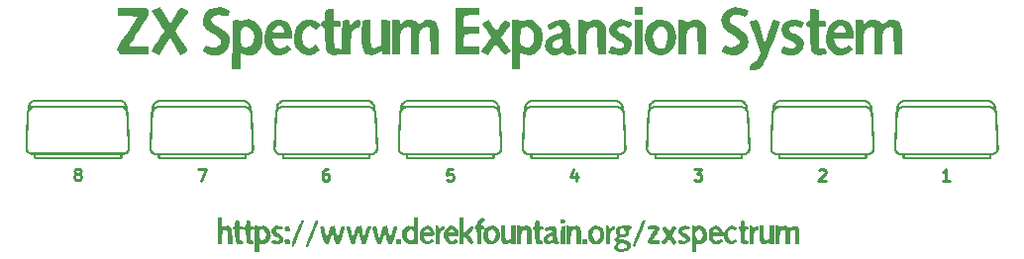
<source format=gto>
G04 #@! TF.GenerationSoftware,KiCad,Pcbnew,6.0.11-2627ca5db0~126~ubuntu22.04.1*
G04 #@! TF.CreationDate,2023-06-25T15:36:20+01:00*
G04 #@! TF.ProjectId,top_panel,746f705f-7061-46e6-956c-2e6b69636164,rev?*
G04 #@! TF.SameCoordinates,Original*
G04 #@! TF.FileFunction,Legend,Top*
G04 #@! TF.FilePolarity,Positive*
%FSLAX46Y46*%
G04 Gerber Fmt 4.6, Leading zero omitted, Abs format (unit mm)*
G04 Created by KiCad (PCBNEW 6.0.11-2627ca5db0~126~ubuntu22.04.1) date 2023-06-25 15:36:20*
%MOMM*%
%LPD*%
G01*
G04 APERTURE LIST*
%ADD10C,0.250000*%
%ADD11C,0.150000*%
%ADD12C,3.200000*%
G04 APERTURE END LIST*
D10*
X118228096Y-83282380D02*
X118894763Y-83282380D01*
X118466191Y-84282380D01*
X182490002Y-84272380D02*
X181918573Y-84272380D01*
X182204288Y-84272380D02*
X182204288Y-83272380D01*
X182109049Y-83415238D01*
X182013811Y-83510476D01*
X181918573Y-83558095D01*
X160656664Y-83282380D02*
X161275712Y-83282380D01*
X160942378Y-83663333D01*
X161085236Y-83663333D01*
X161180474Y-83710952D01*
X161228093Y-83758571D01*
X161275712Y-83853809D01*
X161275712Y-84091904D01*
X161228093Y-84187142D01*
X161180474Y-84234761D01*
X161085236Y-84282380D01*
X160799521Y-84282380D01*
X160704283Y-84234761D01*
X160656664Y-84187142D01*
X107859049Y-83650952D02*
X107763811Y-83603333D01*
X107716192Y-83555714D01*
X107668573Y-83460476D01*
X107668573Y-83412857D01*
X107716192Y-83317619D01*
X107763811Y-83270000D01*
X107859049Y-83222380D01*
X108049526Y-83222380D01*
X108144764Y-83270000D01*
X108192383Y-83317619D01*
X108240002Y-83412857D01*
X108240002Y-83460476D01*
X108192383Y-83555714D01*
X108144764Y-83603333D01*
X108049526Y-83650952D01*
X107859049Y-83650952D01*
X107763811Y-83698571D01*
X107716192Y-83746190D01*
X107668573Y-83841428D01*
X107668573Y-84031904D01*
X107716192Y-84127142D01*
X107763811Y-84174761D01*
X107859049Y-84222380D01*
X108049526Y-84222380D01*
X108144764Y-84174761D01*
X108192383Y-84127142D01*
X108240002Y-84031904D01*
X108240002Y-83841428D01*
X108192383Y-83746190D01*
X108144764Y-83698571D01*
X108049526Y-83650952D01*
X150573332Y-83615714D02*
X150573332Y-84282380D01*
X150335236Y-83234761D02*
X150097141Y-83949047D01*
X150716189Y-83949047D01*
X171311425Y-83377619D02*
X171359044Y-83330000D01*
X171454282Y-83282380D01*
X171692378Y-83282380D01*
X171787616Y-83330000D01*
X171835235Y-83377619D01*
X171882854Y-83472857D01*
X171882854Y-83568095D01*
X171835235Y-83710952D01*
X171263806Y-84282380D01*
X171882854Y-84282380D01*
X129359048Y-83282380D02*
X129168572Y-83282380D01*
X129073333Y-83330000D01*
X129025714Y-83377619D01*
X128930476Y-83520476D01*
X128882857Y-83710952D01*
X128882857Y-84091904D01*
X128930476Y-84187142D01*
X128978095Y-84234761D01*
X129073333Y-84282380D01*
X129263810Y-84282380D01*
X129359048Y-84234761D01*
X129406667Y-84187142D01*
X129454286Y-84091904D01*
X129454286Y-83853809D01*
X129406667Y-83758571D01*
X129359048Y-83710952D01*
X129263810Y-83663333D01*
X129073333Y-83663333D01*
X128978095Y-83710952D01*
X128930476Y-83758571D01*
X128882857Y-83853809D01*
X140013809Y-83282380D02*
X139537618Y-83282380D01*
X139489999Y-83758571D01*
X139537618Y-83710952D01*
X139632856Y-83663333D01*
X139870952Y-83663333D01*
X139966190Y-83710952D01*
X140013809Y-83758571D01*
X140061428Y-83853809D01*
X140061428Y-84091904D01*
X140013809Y-84187142D01*
X139966190Y-84234761D01*
X139870952Y-84282380D01*
X139632856Y-84282380D01*
X139537618Y-84234761D01*
X139489999Y-84187142D01*
D11*
G36*
X126010549Y-89252039D02*
G01*
X126070440Y-89306411D01*
X126082375Y-89443709D01*
X126082403Y-89460294D01*
X126072765Y-89606332D01*
X126018393Y-89666224D01*
X125881095Y-89678159D01*
X125864510Y-89678186D01*
X125718472Y-89668549D01*
X125658581Y-89614177D01*
X125646645Y-89476879D01*
X125646618Y-89460294D01*
X125656255Y-89314256D01*
X125710628Y-89254365D01*
X125847926Y-89242429D01*
X125864510Y-89242402D01*
X126010549Y-89252039D01*
G37*
G36*
X130038634Y-88600721D02*
G01*
X130093027Y-88836905D01*
X130141687Y-89027051D01*
X130175798Y-89137226D01*
X130180754Y-89147848D01*
X130210225Y-89120117D01*
X130259164Y-88994483D01*
X130319132Y-88794385D01*
X130348815Y-88680937D01*
X130415215Y-88427065D01*
X130466715Y-88272027D01*
X130515692Y-88193175D01*
X130574524Y-88167857D01*
X130628111Y-88169847D01*
X130751577Y-88192174D01*
X130799471Y-88211268D01*
X130791464Y-88276576D01*
X130751676Y-88436615D01*
X130686504Y-88667602D01*
X130602347Y-88945756D01*
X130598846Y-88956984D01*
X130503143Y-89259728D01*
X130432734Y-89463144D01*
X130376474Y-89586966D01*
X130323217Y-89650923D01*
X130261819Y-89674748D01*
X130191484Y-89678186D01*
X130073021Y-89663961D01*
X130003231Y-89599109D01*
X129950608Y-89450362D01*
X129940912Y-89413603D01*
X129878164Y-89175269D01*
X129809254Y-88919821D01*
X129795262Y-88868873D01*
X129717960Y-88588726D01*
X129640009Y-88900000D01*
X129560080Y-89218331D01*
X129501985Y-89435467D01*
X129456252Y-89570723D01*
X129413412Y-89643415D01*
X129363993Y-89672859D01*
X129298525Y-89678370D01*
X129258462Y-89678186D01*
X129181157Y-89673341D01*
X129121538Y-89645684D01*
X129068547Y-89575530D01*
X129011128Y-89443198D01*
X128938222Y-89229003D01*
X128851298Y-88953398D01*
X128752339Y-88625303D01*
X128695736Y-88396817D01*
X128682429Y-88250126D01*
X128713361Y-88167417D01*
X128789471Y-88130879D01*
X128895190Y-88122767D01*
X128957293Y-88152685D01*
X129013043Y-88256706D01*
X129070980Y-88454369D01*
X129105605Y-88604289D01*
X129159757Y-88839485D01*
X129208103Y-89028462D01*
X129241813Y-89137192D01*
X129246451Y-89147074D01*
X129275316Y-89118944D01*
X129322968Y-88992829D01*
X129381177Y-88792291D01*
X129409567Y-88680162D01*
X129473042Y-88426820D01*
X129522798Y-88270107D01*
X129573485Y-88185415D01*
X129639751Y-88148139D01*
X129734838Y-88133809D01*
X129932126Y-88114677D01*
X130038634Y-88600721D01*
G37*
G36*
X135535549Y-89252039D02*
G01*
X135595440Y-89306411D01*
X135607375Y-89443709D01*
X135607403Y-89460294D01*
X135597765Y-89606332D01*
X135543393Y-89666224D01*
X135406095Y-89678159D01*
X135389510Y-89678186D01*
X135243472Y-89668549D01*
X135183581Y-89614177D01*
X135171645Y-89476879D01*
X135171618Y-89460294D01*
X135181255Y-89314256D01*
X135235628Y-89254365D01*
X135372926Y-89242429D01*
X135389510Y-89242402D01*
X135535549Y-89252039D01*
G37*
G36*
X140961324Y-88828381D02*
G01*
X141249024Y-88459534D01*
X141414497Y-88258557D01*
X141533557Y-88151136D01*
X141628122Y-88126742D01*
X141720110Y-88174846D01*
X141762140Y-88213051D01*
X141796705Y-88273399D01*
X141771898Y-88353803D01*
X141675458Y-88479741D01*
X141585798Y-88579426D01*
X141324572Y-88862823D01*
X141574275Y-89190280D01*
X141714171Y-89382824D01*
X141777279Y-89506839D01*
X141767580Y-89588553D01*
X141689058Y-89654194D01*
X141648199Y-89677078D01*
X141578275Y-89694735D01*
X141501874Y-89657950D01*
X141398410Y-89550170D01*
X141247299Y-89354841D01*
X141247009Y-89354451D01*
X140961324Y-88970007D01*
X140961324Y-89324097D01*
X140958472Y-89524030D01*
X140939316Y-89629594D01*
X140887961Y-89670930D01*
X140788507Y-89678176D01*
X140774559Y-89678186D01*
X140587795Y-89678186D01*
X140587795Y-87437010D01*
X140961324Y-87437010D01*
X140961324Y-88828381D01*
G37*
G36*
X162110497Y-88280182D02*
G01*
X162330163Y-88151262D01*
X162538761Y-88121814D01*
X162733483Y-88140748D01*
X162871293Y-88216929D01*
X162962898Y-88313355D01*
X163068846Y-88479836D01*
X163123488Y-88644797D01*
X163125436Y-88671321D01*
X163131460Y-88760324D01*
X163155671Y-88757214D01*
X163210534Y-88652476D01*
X163243209Y-88581411D01*
X163414685Y-88314190D01*
X163630638Y-88160942D01*
X163883774Y-88124451D01*
X164166800Y-88207500D01*
X164191081Y-88219684D01*
X164314055Y-88290507D01*
X164339211Y-88346610D01*
X164280824Y-88427474D01*
X164270392Y-88439047D01*
X164162494Y-88517858D01*
X164096717Y-88496814D01*
X163964014Y-88436899D01*
X163797954Y-88443614D01*
X163659588Y-88509631D01*
X163624299Y-88553505D01*
X163565616Y-88753548D01*
X163564192Y-88985821D01*
X163615689Y-89196081D01*
X163684363Y-89304657D01*
X163804251Y-89405911D01*
X163903159Y-89414884D01*
X164036180Y-89337760D01*
X164143799Y-89280689D01*
X164224432Y-89313740D01*
X164269914Y-89360424D01*
X164335147Y-89449339D01*
X164308184Y-89511723D01*
X164231083Y-89566108D01*
X163964116Y-89686079D01*
X163707790Y-89687919D01*
X163585307Y-89648700D01*
X163407093Y-89523842D01*
X163263304Y-89335953D01*
X163189615Y-89135002D01*
X163186324Y-89089856D01*
X163164081Y-89039285D01*
X163081848Y-89009586D01*
X162916363Y-88995954D01*
X162719412Y-88993382D01*
X162479575Y-88996758D01*
X162338774Y-89011048D01*
X162271624Y-89042497D01*
X162252740Y-89097350D01*
X162252501Y-89108243D01*
X162300232Y-89240784D01*
X162411469Y-89364278D01*
X162538274Y-89427922D01*
X162555304Y-89429167D01*
X162658684Y-89397274D01*
X162784169Y-89328420D01*
X162911646Y-89264968D01*
X163003723Y-89284635D01*
X163031766Y-89305553D01*
X163081777Y-89405030D01*
X163014241Y-89514697D01*
X162834849Y-89626976D01*
X162768103Y-89656702D01*
X162610669Y-89717487D01*
X162501101Y-89730179D01*
X162376902Y-89693849D01*
X162272093Y-89649321D01*
X162056883Y-89492156D01*
X161927693Y-89249076D01*
X161887810Y-88927215D01*
X161892906Y-88826185D01*
X161947436Y-88578399D01*
X162273428Y-88578399D01*
X162277560Y-88645711D01*
X162393564Y-88676978D01*
X162534838Y-88682108D01*
X162704925Y-88677772D01*
X162775331Y-88654876D01*
X162770830Y-88598587D01*
X162748658Y-88554081D01*
X162629360Y-88415057D01*
X162490034Y-88396814D01*
X162374692Y-88466314D01*
X162273428Y-88578399D01*
X161947436Y-88578399D01*
X161963178Y-88506865D01*
X162110497Y-88280182D01*
G37*
G36*
X160602746Y-88121814D02*
G01*
X160719668Y-88147346D01*
X160758383Y-88196520D01*
X160776758Y-88239832D01*
X160833089Y-88196520D01*
X160982526Y-88125590D01*
X161183285Y-88124978D01*
X161388340Y-88188642D01*
X161527924Y-88285785D01*
X161687618Y-88509834D01*
X161766906Y-88762539D01*
X161774048Y-89022685D01*
X161717306Y-89269059D01*
X161604939Y-89480447D01*
X161445208Y-89635637D01*
X161246375Y-89713415D01*
X161016699Y-89692566D01*
X160984498Y-89681313D01*
X160820638Y-89619013D01*
X160820638Y-89991002D01*
X160818163Y-90197228D01*
X160800894Y-90308352D01*
X160754066Y-90353783D01*
X160662915Y-90362928D01*
X160633873Y-90362990D01*
X160447108Y-90362990D01*
X160447108Y-88876877D01*
X160758383Y-88876877D01*
X160791944Y-89128245D01*
X160882722Y-89295063D01*
X161015856Y-89366027D01*
X161176487Y-89329830D01*
X161267084Y-89263881D01*
X161360520Y-89111551D01*
X161383466Y-88917450D01*
X161345515Y-88717869D01*
X161256263Y-88549097D01*
X161125302Y-88447423D01*
X161047451Y-88433088D01*
X160888751Y-88469414D01*
X160796129Y-88588395D01*
X160759810Y-88805038D01*
X160758383Y-88876877D01*
X160447108Y-88876877D01*
X160447108Y-88121814D01*
X160602746Y-88121814D01*
G37*
G36*
X151472803Y-89252039D02*
G01*
X151532695Y-89306411D01*
X151544630Y-89443709D01*
X151544657Y-89460294D01*
X151535020Y-89606332D01*
X151480648Y-89666224D01*
X151343350Y-89678159D01*
X151326765Y-89678186D01*
X151180727Y-89668549D01*
X151120836Y-89614177D01*
X151108900Y-89476879D01*
X151108873Y-89460294D01*
X151118510Y-89314256D01*
X151172882Y-89254365D01*
X151310180Y-89242429D01*
X151326765Y-89242402D01*
X151472803Y-89252039D01*
G37*
G36*
X144509853Y-88715189D02*
G01*
X144516655Y-89028443D01*
X144542634Y-89232122D01*
X144596158Y-89340694D01*
X144685589Y-89368622D01*
X144819295Y-89330373D01*
X144856225Y-89314176D01*
X144928242Y-89274033D01*
X144972918Y-89215646D01*
X144996751Y-89111985D01*
X145006242Y-88936021D01*
X145007893Y-88683443D01*
X145007893Y-88121814D01*
X145381422Y-88121814D01*
X145381422Y-89678186D01*
X145194657Y-89678186D01*
X145063510Y-89661070D01*
X145007907Y-89619830D01*
X145007893Y-89619108D01*
X144958129Y-89602277D01*
X144834399Y-89633672D01*
X144792000Y-89650235D01*
X144648253Y-89707605D01*
X144564723Y-89735842D01*
X144558544Y-89736495D01*
X144494307Y-89713045D01*
X144404977Y-89677752D01*
X144290977Y-89609199D01*
X144213154Y-89497689D01*
X144165476Y-89322352D01*
X144141909Y-89062318D01*
X144136324Y-88748455D01*
X144136324Y-88121814D01*
X144509853Y-88121814D01*
X144509853Y-88715189D01*
G37*
G36*
X151639499Y-88597010D02*
G01*
X151779808Y-88362778D01*
X151980932Y-88196586D01*
X152227137Y-88123268D01*
X152268457Y-88121814D01*
X152545533Y-88167478D01*
X152770222Y-88292595D01*
X152902145Y-88462476D01*
X152959288Y-88682179D01*
X152973171Y-88952876D01*
X152943605Y-89210201D01*
X152904670Y-89331982D01*
X152753208Y-89527097D01*
X152528632Y-89658860D01*
X152273267Y-89710568D01*
X152043977Y-89671658D01*
X151802347Y-89525462D01*
X151651109Y-89307020D01*
X151604250Y-89170261D01*
X151577796Y-88895833D01*
X151952276Y-88895833D01*
X151981059Y-89128535D01*
X152088970Y-89306811D01*
X152127032Y-89338018D01*
X152260628Y-89415213D01*
X152359444Y-89405445D01*
X152478481Y-89304657D01*
X152581223Y-89117375D01*
X152602991Y-88927035D01*
X152577749Y-88664999D01*
X152496896Y-88505885D01*
X152352741Y-88437695D01*
X152286349Y-88433088D01*
X152147892Y-88455152D01*
X152058742Y-88544235D01*
X152009175Y-88647109D01*
X151952276Y-88895833D01*
X151577796Y-88895833D01*
X151575735Y-88874449D01*
X151639499Y-88597010D01*
G37*
G36*
X147946163Y-88944480D02*
G01*
X148147679Y-88808492D01*
X148319637Y-88741068D01*
X148485465Y-88678808D01*
X148545244Y-88603811D01*
X148544123Y-88569712D01*
X148473248Y-88477080D01*
X148339263Y-88444460D01*
X148191128Y-88477617D01*
X148127105Y-88520618D01*
X148025596Y-88582145D01*
X147945474Y-88544297D01*
X147880943Y-88452066D01*
X147906508Y-88369631D01*
X148033403Y-88270878D01*
X148073947Y-88245641D01*
X148323651Y-88143658D01*
X148565971Y-88132625D01*
X148766325Y-88212512D01*
X148805442Y-88246324D01*
X148868725Y-88329131D01*
X148906585Y-88442270D01*
X148925001Y-88616771D01*
X148929949Y-88883669D01*
X148929952Y-88892739D01*
X148932566Y-89149397D01*
X148944545Y-89307915D01*
X148972095Y-89394621D01*
X149021419Y-89435846D01*
X149061020Y-89448920D01*
X149153714Y-89507284D01*
X149165172Y-89565127D01*
X149088405Y-89628127D01*
X148943239Y-89664038D01*
X148784072Y-89666364D01*
X148665300Y-89628608D01*
X148661118Y-89625321D01*
X148542562Y-89604704D01*
X148431729Y-89649995D01*
X148309325Y-89710388D01*
X148245148Y-89729757D01*
X148165920Y-89714265D01*
X148074494Y-89696578D01*
X147912494Y-89609631D01*
X147791120Y-89446613D01*
X147747108Y-89268167D01*
X147766362Y-89211901D01*
X148107275Y-89211901D01*
X148112368Y-89326577D01*
X148136003Y-89357375D01*
X148280161Y-89424925D01*
X148435602Y-89390539D01*
X148481716Y-89354461D01*
X148537992Y-89239317D01*
X148556422Y-89108680D01*
X148547369Y-88994292D01*
X148495553Y-88966543D01*
X148368343Y-89003169D01*
X148198402Y-89095253D01*
X148107275Y-89211901D01*
X147766362Y-89211901D01*
X147802128Y-89107382D01*
X147946163Y-88944480D01*
G37*
G36*
X157399301Y-88125667D02*
G01*
X157557439Y-88141431D01*
X157648453Y-88175416D01*
X157700970Y-88233929D01*
X157707551Y-88245685D01*
X157728200Y-88319342D01*
X157707639Y-88414013D01*
X157635587Y-88552297D01*
X157501769Y-88756792D01*
X157424412Y-88868234D01*
X157074979Y-89366912D01*
X157391436Y-89366912D01*
X157578099Y-89371767D01*
X157671937Y-89396696D01*
X157704553Y-89457239D01*
X157707893Y-89522549D01*
X157702344Y-89600685D01*
X157668498Y-89647001D01*
X157580558Y-89669811D01*
X157412727Y-89677434D01*
X157225099Y-89678186D01*
X156967273Y-89672834D01*
X156805967Y-89653146D01*
X156713506Y-89613674D01*
X156673852Y-89569667D01*
X156653178Y-89499704D01*
X156676736Y-89400945D01*
X156754044Y-89251649D01*
X156894615Y-89030077D01*
X156939526Y-88962681D01*
X157273653Y-88464216D01*
X156961606Y-88445399D01*
X156776043Y-88428371D01*
X156683399Y-88394988D01*
X156652088Y-88327919D01*
X156649559Y-88274198D01*
X156655283Y-88198480D01*
X156689421Y-88153205D01*
X156777421Y-88130551D01*
X156944734Y-88122697D01*
X157145408Y-88121814D01*
X157399301Y-88125667D01*
G37*
G36*
X164924706Y-87695863D02*
G01*
X164977943Y-87749152D01*
X164991422Y-87881577D01*
X164991716Y-87935049D01*
X165000211Y-88095488D01*
X165040280Y-88166798D01*
X165133800Y-88183980D01*
X165147353Y-88184069D01*
X165269398Y-88213250D01*
X165302991Y-88308578D01*
X165266514Y-88406214D01*
X165147353Y-88433088D01*
X165070418Y-88438332D01*
X165024226Y-88470928D01*
X165000939Y-88556174D01*
X164992717Y-88719370D01*
X164991716Y-88935323D01*
X164993714Y-89182937D01*
X165003844Y-89329062D01*
X165028314Y-89396707D01*
X165073332Y-89408876D01*
X165116533Y-89397942D01*
X165236644Y-89401511D01*
X165280436Y-89460186D01*
X165275822Y-89581032D01*
X165183006Y-89669353D01*
X165036648Y-89712839D01*
X164871403Y-89699177D01*
X164758260Y-89645687D01*
X164689284Y-89585044D01*
X164647471Y-89503218D01*
X164626179Y-89370493D01*
X164618766Y-89157154D01*
X164618187Y-89019026D01*
X164613139Y-88746210D01*
X164595542Y-88575389D01*
X164561716Y-88484364D01*
X164524804Y-88455601D01*
X164444577Y-88370353D01*
X164431422Y-88308578D01*
X164477163Y-88195501D01*
X164524804Y-88161556D01*
X164595434Y-88071486D01*
X164618187Y-87905875D01*
X164628362Y-87758626D01*
X164680197Y-87697885D01*
X164804952Y-87686029D01*
X164924706Y-87695863D01*
G37*
G36*
X158952590Y-88145610D02*
G01*
X159049116Y-88209503D01*
X159113359Y-88265274D01*
X159124808Y-88325201D01*
X159076269Y-88421780D01*
X158967632Y-88577646D01*
X158856304Y-88741960D01*
X158783160Y-88867733D01*
X158766226Y-88913477D01*
X158800514Y-88991119D01*
X158888540Y-89130911D01*
X158964711Y-89238751D01*
X159163195Y-89508648D01*
X159016459Y-89627467D01*
X158869723Y-89746287D01*
X158709029Y-89494792D01*
X158607751Y-89347633D01*
X158531320Y-89256856D01*
X158509916Y-89242850D01*
X158456150Y-89289894D01*
X158362726Y-89409999D01*
X158306704Y-89491422D01*
X158208065Y-89635692D01*
X158141620Y-89723923D01*
X158127230Y-89737176D01*
X158071549Y-89703443D01*
X157972659Y-89636321D01*
X157832768Y-89538732D01*
X158050477Y-89242153D01*
X158167168Y-89076329D01*
X158246181Y-88950919D01*
X158268187Y-88901837D01*
X158234609Y-88830775D01*
X158148259Y-88694655D01*
X158070405Y-88582694D01*
X157959339Y-88422730D01*
X157915165Y-88329699D01*
X157930821Y-88270368D01*
X157992587Y-88216531D01*
X158103057Y-88144629D01*
X158181972Y-88145087D01*
X158260907Y-88231720D01*
X158344147Y-88370354D01*
X158434827Y-88518193D01*
X158501639Y-88607454D01*
X158518074Y-88619373D01*
X158566616Y-88571593D01*
X158653504Y-88449782D01*
X158703971Y-88370833D01*
X158808608Y-88208976D01*
X158880857Y-88138868D01*
X158952590Y-88145610D01*
G37*
G36*
X137428524Y-88265735D02*
G01*
X137482325Y-88223332D01*
X137682438Y-88140668D01*
X137913384Y-88125987D01*
X138122724Y-88177885D01*
X138218825Y-88243040D01*
X138307404Y-88373041D01*
X138385474Y-88554592D01*
X138438397Y-88741879D01*
X138451538Y-88889091D01*
X138439113Y-88932564D01*
X138362332Y-88962911D01*
X138196488Y-88984708D01*
X137976963Y-88993373D01*
X137969415Y-88993382D01*
X137709123Y-89005534D01*
X137565051Y-89046239D01*
X137530899Y-89121871D01*
X137600369Y-89238805D01*
X137661814Y-89304657D01*
X137804976Y-89410106D01*
X137943895Y-89409664D01*
X138086421Y-89330381D01*
X138209242Y-89268013D01*
X138302279Y-89294492D01*
X138318165Y-89306876D01*
X138398835Y-89402055D01*
X138372527Y-89487236D01*
X138267886Y-89569480D01*
X137992610Y-89686405D01*
X137708807Y-89695166D01*
X137556897Y-89650067D01*
X137360081Y-89501553D01*
X137231270Y-89278752D01*
X137172085Y-89012718D01*
X137184151Y-88734502D01*
X137219299Y-88627183D01*
X137564801Y-88627183D01*
X137578643Y-88668132D01*
X137679005Y-88681063D01*
X137809858Y-88682108D01*
X137979557Y-88670909D01*
X138082904Y-88642498D01*
X138097599Y-88624300D01*
X138047573Y-88518863D01*
X137935222Y-88422622D01*
X137817135Y-88381682D01*
X137801770Y-88383287D01*
X137698488Y-88446055D01*
X137614968Y-88542034D01*
X137564801Y-88627183D01*
X137219299Y-88627183D01*
X137269089Y-88475157D01*
X137428524Y-88265735D01*
G37*
G36*
X160108082Y-88168929D02*
G01*
X160179801Y-88202571D01*
X160276324Y-88291468D01*
X160262349Y-88374519D01*
X160151569Y-88436958D01*
X159957675Y-88464020D01*
X159937170Y-88464216D01*
X159734404Y-88486052D01*
X159646703Y-88544803D01*
X159673855Y-88630330D01*
X159815649Y-88732496D01*
X159944032Y-88792774D01*
X160150642Y-88896285D01*
X160262133Y-89003311D01*
X160297081Y-89086953D01*
X160296789Y-89316022D01*
X160185747Y-89512469D01*
X159982057Y-89650294D01*
X159831701Y-89709783D01*
X159726266Y-89728847D01*
X159606275Y-89709851D01*
X159466594Y-89670792D01*
X159308514Y-89593552D01*
X159268699Y-89490893D01*
X159333351Y-89384983D01*
X159439915Y-89347152D01*
X159583150Y-89378893D01*
X159789891Y-89422354D01*
X159910435Y-89392867D01*
X159941182Y-89310656D01*
X159878529Y-89195944D01*
X159718875Y-89068955D01*
X159645563Y-89028447D01*
X159398441Y-88864681D01*
X159272926Y-88687134D01*
X159269918Y-88498770D01*
X159390316Y-88302552D01*
X159417073Y-88274621D01*
X159613171Y-88158323D01*
X159859812Y-88121552D01*
X160108082Y-88168929D01*
G37*
G36*
X139592171Y-88217956D02*
G01*
X139831060Y-88126977D01*
X139908008Y-88121814D01*
X140175503Y-88173193D01*
X140369710Y-88323638D01*
X140484869Y-88567608D01*
X140508633Y-88699726D01*
X140541733Y-88993382D01*
X140072553Y-88993382D01*
X139834703Y-88995914D01*
X139697413Y-89007898D01*
X139636765Y-89035918D01*
X139628842Y-89086558D01*
X139634878Y-89113860D01*
X139704800Y-89248406D01*
X139789456Y-89345717D01*
X139880590Y-89415793D01*
X139961942Y-89418970D01*
X140089139Y-89355718D01*
X140102017Y-89348344D01*
X140252446Y-89281064D01*
X140351821Y-89292945D01*
X140377395Y-89310875D01*
X140455461Y-89410454D01*
X140420274Y-89502585D01*
X140323211Y-89575962D01*
X140076640Y-89679551D01*
X139822699Y-89705376D01*
X139747353Y-89694309D01*
X139534269Y-89586216D01*
X139371083Y-89389123D01*
X139271941Y-89133299D01*
X139250989Y-88849009D01*
X139278198Y-88690442D01*
X139307552Y-88624300D01*
X139653971Y-88624300D01*
X139709212Y-88660502D01*
X139847206Y-88680636D01*
X139902991Y-88682108D01*
X140083672Y-88663016D01*
X140151634Y-88607126D01*
X140152010Y-88601176D01*
X140101680Y-88476308D01*
X139988945Y-88385331D01*
X139926114Y-88370833D01*
X139820290Y-88414792D01*
X139711693Y-88512877D01*
X139654749Y-88614397D01*
X139653971Y-88624300D01*
X139307552Y-88624300D01*
X139402293Y-88410825D01*
X139592171Y-88217956D01*
G37*
G36*
X142705738Y-88555220D02*
G01*
X142706652Y-88553505D01*
X142737112Y-88465112D01*
X142677070Y-88435225D01*
X142613269Y-88433088D01*
X142455442Y-88433088D01*
X142455442Y-89678186D01*
X142081912Y-89678186D01*
X142081912Y-89055637D01*
X142078826Y-88765330D01*
X142067521Y-88578946D01*
X142044924Y-88476008D01*
X142007964Y-88436034D01*
X141988530Y-88433088D01*
X141913425Y-88378970D01*
X141895148Y-88277451D01*
X141924758Y-88156612D01*
X141980573Y-88121814D01*
X142048027Y-88064289D01*
X142099127Y-87910607D01*
X142105276Y-87876189D01*
X142194218Y-87636154D01*
X142363703Y-87486575D01*
X142593804Y-87437010D01*
X142721073Y-87457402D01*
X142764487Y-87540155D01*
X142766716Y-87588317D01*
X142730226Y-87714711D01*
X142626643Y-87759518D01*
X142516452Y-87817797D01*
X142459923Y-87925132D01*
X142462476Y-88037876D01*
X142529532Y-88112386D01*
X142581645Y-88121814D01*
X142708731Y-88173409D01*
X142748419Y-88245334D01*
X142776044Y-88326154D01*
X142821802Y-88329841D01*
X142923681Y-88256396D01*
X142937751Y-88245334D01*
X143170543Y-88135093D01*
X143435270Y-88120142D01*
X143687082Y-88197758D01*
X143825260Y-88299211D01*
X143994641Y-88538953D01*
X144066065Y-88800069D01*
X144050850Y-89061798D01*
X143960320Y-89303377D01*
X143805793Y-89504046D01*
X143598592Y-89643043D01*
X143350037Y-89699606D01*
X143084557Y-89657610D01*
X142890308Y-89530310D01*
X142742786Y-89319858D01*
X142654508Y-89062816D01*
X142641858Y-88858331D01*
X143027694Y-88858331D01*
X143034713Y-89008076D01*
X143100631Y-89243726D01*
X143211929Y-89382301D01*
X143352222Y-89415955D01*
X143505126Y-89336842D01*
X143571511Y-89265134D01*
X143670811Y-89067993D01*
X143693868Y-88854364D01*
X143648978Y-88656284D01*
X143544437Y-88505789D01*
X143388543Y-88434917D01*
X143356043Y-88433088D01*
X143189968Y-88488263D01*
X143076090Y-88637936D01*
X143027694Y-88858331D01*
X142641858Y-88858331D01*
X142637987Y-88795749D01*
X142705738Y-88555220D01*
G37*
G36*
X153926262Y-89668327D02*
G01*
X153934987Y-89660420D01*
X154033176Y-89566685D01*
X154042217Y-89515826D01*
X153966217Y-89468220D01*
X153955467Y-89462802D01*
X153826430Y-89363417D01*
X153818917Y-89250329D01*
X153931685Y-89114763D01*
X154032634Y-89011505D01*
X154049488Y-88916719D01*
X154004504Y-88787436D01*
X153965829Y-88607861D01*
X154283836Y-88607861D01*
X154326356Y-88747105D01*
X154431561Y-88846031D01*
X154532893Y-88868873D01*
X154663611Y-88827338D01*
X154707206Y-88794167D01*
X154774068Y-88658617D01*
X154765682Y-88503713D01*
X154686952Y-88388708D01*
X154672966Y-88380380D01*
X154523739Y-88355545D01*
X154423947Y-88376184D01*
X154313274Y-88470241D01*
X154283836Y-88607861D01*
X153965829Y-88607861D01*
X153956382Y-88563995D01*
X153981482Y-88440852D01*
X154054431Y-88299241D01*
X154161049Y-88206295D01*
X154325891Y-88152473D01*
X154573514Y-88128234D01*
X154797476Y-88123794D01*
X155059212Y-88125012D01*
X155220496Y-88134597D01*
X155305352Y-88157950D01*
X155337804Y-88200477D01*
X155342206Y-88246324D01*
X155298186Y-88350371D01*
X155217697Y-88370833D01*
X155134974Y-88392677D01*
X155099319Y-88480110D01*
X155093187Y-88610204D01*
X155049513Y-88846245D01*
X154915015Y-89001702D01*
X154684483Y-89081248D01*
X154554322Y-89093286D01*
X154336215Y-89115834D01*
X154220269Y-89155747D01*
X154212271Y-89203319D01*
X154318005Y-89248845D01*
X154447564Y-89272365D01*
X154826025Y-89346324D01*
X155087463Y-89455085D01*
X155235240Y-89601672D01*
X155272718Y-89789112D01*
X155225026Y-89971767D01*
X155073656Y-90182791D01*
X154827758Y-90313000D01*
X154487174Y-90362473D01*
X154442639Y-90362990D01*
X154218933Y-90352464D01*
X154071816Y-90311415D01*
X153954441Y-90225641D01*
X153938641Y-90210183D01*
X153810512Y-90022479D01*
X153807529Y-89891536D01*
X154124704Y-89891536D01*
X154157493Y-89976159D01*
X154192149Y-90013352D01*
X154345668Y-90092019D01*
X154552469Y-90110215D01*
X154755122Y-90064441D01*
X154786005Y-90049525D01*
X154883602Y-89947319D01*
X154906422Y-89864951D01*
X154854025Y-89737222D01*
X154721712Y-89655803D01*
X154546794Y-89625059D01*
X154366588Y-89649355D01*
X154218405Y-89733054D01*
X154179203Y-89779897D01*
X154124704Y-89891536D01*
X153807529Y-89891536D01*
X153806380Y-89841112D01*
X153926262Y-89668327D01*
G37*
G36*
X150023092Y-88144833D02*
G01*
X150081771Y-88184237D01*
X150164453Y-88212795D01*
X150236990Y-88184237D01*
X150379455Y-88140920D01*
X150563941Y-88121856D01*
X150572084Y-88121814D01*
X150735013Y-88140487D01*
X150849937Y-88207821D01*
X150924487Y-88340782D01*
X150966297Y-88556340D01*
X150982999Y-88871462D01*
X150984363Y-89038362D01*
X150984363Y-89678186D01*
X150615343Y-89678186D01*
X150597525Y-89071922D01*
X150586535Y-88789168D01*
X150570392Y-88607787D01*
X150544256Y-88504645D01*
X150503286Y-88456605D01*
X150466128Y-88443916D01*
X150335750Y-88466350D01*
X150232672Y-88530663D01*
X150171620Y-88606181D01*
X150135095Y-88716524D01*
X150117389Y-88891594D01*
X150112795Y-89158668D01*
X150112795Y-89678186D01*
X149739265Y-89678186D01*
X149739265Y-88121814D01*
X149891228Y-88121814D01*
X150023092Y-88144833D01*
G37*
G36*
X122653628Y-87695863D02*
G01*
X122706864Y-87749152D01*
X122720343Y-87881577D01*
X122720638Y-87935049D01*
X122729133Y-88095488D01*
X122769202Y-88166798D01*
X122862721Y-88183980D01*
X122876275Y-88184069D01*
X122998320Y-88213250D01*
X123031912Y-88308578D01*
X122995435Y-88406214D01*
X122876275Y-88433088D01*
X122799339Y-88438332D01*
X122753148Y-88470928D01*
X122729861Y-88556174D01*
X122721638Y-88719370D01*
X122720638Y-88935323D01*
X122722635Y-89182937D01*
X122732765Y-89329062D01*
X122757236Y-89396707D01*
X122802254Y-89408876D01*
X122845454Y-89397942D01*
X122965566Y-89401511D01*
X123009358Y-89460186D01*
X123004743Y-89581032D01*
X122911928Y-89669353D01*
X122765569Y-89712839D01*
X122600325Y-89699177D01*
X122487182Y-89645687D01*
X122418205Y-89585044D01*
X122376392Y-89503218D01*
X122355100Y-89370493D01*
X122347687Y-89157154D01*
X122347108Y-89019026D01*
X122342060Y-88746210D01*
X122324463Y-88575389D01*
X122290638Y-88484364D01*
X122253726Y-88455601D01*
X122173499Y-88370353D01*
X122160344Y-88308578D01*
X122206084Y-88195501D01*
X122253726Y-88161556D01*
X122324355Y-88071486D01*
X122347108Y-87905875D01*
X122357284Y-87758626D01*
X122409118Y-87697885D01*
X122533873Y-87686029D01*
X122653628Y-87695863D01*
G37*
G36*
X134520987Y-88600721D02*
G01*
X134575380Y-88836905D01*
X134624040Y-89027051D01*
X134658151Y-89137226D01*
X134663106Y-89147848D01*
X134692578Y-89120117D01*
X134741517Y-88994483D01*
X134801485Y-88794385D01*
X134831168Y-88680937D01*
X134897568Y-88427065D01*
X134949068Y-88272027D01*
X134998045Y-88193175D01*
X135056877Y-88167857D01*
X135110464Y-88169847D01*
X135233930Y-88192174D01*
X135281824Y-88211268D01*
X135273817Y-88276576D01*
X135234028Y-88436615D01*
X135168857Y-88667602D01*
X135084700Y-88945756D01*
X135081199Y-88956984D01*
X134985496Y-89259728D01*
X134915087Y-89463144D01*
X134858827Y-89586966D01*
X134805570Y-89650923D01*
X134744172Y-89674748D01*
X134673837Y-89678186D01*
X134555374Y-89663961D01*
X134485584Y-89599109D01*
X134432961Y-89450362D01*
X134423265Y-89413603D01*
X134360517Y-89175269D01*
X134291607Y-88919821D01*
X134277615Y-88868873D01*
X134200313Y-88588726D01*
X134122362Y-88900000D01*
X134042433Y-89218331D01*
X133984338Y-89435467D01*
X133938605Y-89570723D01*
X133895765Y-89643415D01*
X133846346Y-89672859D01*
X133780878Y-89678370D01*
X133740815Y-89678186D01*
X133663510Y-89673341D01*
X133603891Y-89645684D01*
X133550900Y-89575530D01*
X133493481Y-89443198D01*
X133420575Y-89229003D01*
X133333651Y-88953398D01*
X133234692Y-88625303D01*
X133178089Y-88396817D01*
X133164782Y-88250126D01*
X133195714Y-88167417D01*
X133271824Y-88130879D01*
X133377543Y-88122767D01*
X133439646Y-88152685D01*
X133495396Y-88256706D01*
X133553333Y-88454369D01*
X133587958Y-88604289D01*
X133642110Y-88839485D01*
X133690456Y-89028462D01*
X133724166Y-89137192D01*
X133728804Y-89147074D01*
X133757669Y-89118944D01*
X133805321Y-88992829D01*
X133863530Y-88792291D01*
X133891919Y-88680162D01*
X133955395Y-88426820D01*
X134005151Y-88270107D01*
X134055838Y-88185415D01*
X134122104Y-88148139D01*
X134217191Y-88133809D01*
X134414479Y-88114677D01*
X134520987Y-88600721D01*
G37*
G36*
X166610344Y-88715189D02*
G01*
X166617145Y-89028443D01*
X166643125Y-89232122D01*
X166696648Y-89340694D01*
X166786080Y-89368622D01*
X166919785Y-89330373D01*
X166956716Y-89314176D01*
X167028732Y-89274033D01*
X167073408Y-89215646D01*
X167097241Y-89111985D01*
X167106732Y-88936021D01*
X167108383Y-88683443D01*
X167108383Y-88121814D01*
X167481912Y-88121814D01*
X167481912Y-89678186D01*
X167295148Y-89678186D01*
X167164000Y-89661070D01*
X167108397Y-89619830D01*
X167108383Y-89619108D01*
X167058619Y-89602277D01*
X166934889Y-89633672D01*
X166892490Y-89650235D01*
X166748743Y-89707605D01*
X166665213Y-89735842D01*
X166659034Y-89736495D01*
X166594797Y-89713045D01*
X166505467Y-89677752D01*
X166391467Y-89609199D01*
X166313645Y-89497689D01*
X166265967Y-89322352D01*
X166242400Y-89062318D01*
X166236814Y-88748455D01*
X166236814Y-88121814D01*
X166610344Y-88121814D01*
X166610344Y-88715189D01*
G37*
G36*
X128494347Y-87641052D02*
G01*
X128522429Y-87656612D01*
X128511532Y-87722230D01*
X128461611Y-87885298D01*
X128378993Y-88127309D01*
X128270008Y-88429756D01*
X128140986Y-88774134D01*
X128133877Y-88792764D01*
X127966515Y-89220590D01*
X127831697Y-89538951D01*
X127723939Y-89756939D01*
X127637755Y-89883650D01*
X127567660Y-89928177D01*
X127508171Y-89899614D01*
X127485209Y-89868303D01*
X127493762Y-89791994D01*
X127542006Y-89619300D01*
X127623627Y-89369533D01*
X127732312Y-89062007D01*
X127861747Y-88716034D01*
X127862858Y-88713140D01*
X128023666Y-88302532D01*
X128150231Y-87999219D01*
X128247736Y-87792397D01*
X128321366Y-87671257D01*
X128376304Y-87624993D01*
X128385382Y-87623775D01*
X128494347Y-87641052D01*
G37*
G36*
X149560276Y-87576946D02*
G01*
X149609034Y-87649711D01*
X149614755Y-87748284D01*
X149599329Y-87880570D01*
X149526564Y-87929327D01*
X149427991Y-87935049D01*
X149295705Y-87919623D01*
X149246948Y-87846858D01*
X149241226Y-87748284D01*
X149256652Y-87615999D01*
X149329417Y-87567241D01*
X149427991Y-87561520D01*
X149560276Y-87576946D01*
G37*
G36*
X125196399Y-88140239D02*
G01*
X125367379Y-88186139D01*
X125488358Y-88245452D01*
X125521155Y-88291474D01*
X125472557Y-88419083D01*
X125341401Y-88459250D01*
X125238779Y-88441876D01*
X125033985Y-88416315D01*
X124915552Y-88461553D01*
X124890681Y-88552279D01*
X124966575Y-88663183D01*
X125146186Y-88767269D01*
X125381677Y-88906225D01*
X125513492Y-89077203D01*
X125550985Y-89260006D01*
X125503512Y-89434439D01*
X125380429Y-89580308D01*
X125191089Y-89677415D01*
X124944850Y-89705567D01*
X124728358Y-89669252D01*
X124571206Y-89596201D01*
X124531139Y-89492117D01*
X124576888Y-89383221D01*
X124640415Y-89338507D01*
X124759043Y-89357898D01*
X124819963Y-89379422D01*
X124976512Y-89420928D01*
X125082076Y-89393483D01*
X125112461Y-89371054D01*
X125197638Y-89272602D01*
X125178110Y-89190249D01*
X125046248Y-89107411D01*
X124977378Y-89077388D01*
X124797253Y-88990199D01*
X124653119Y-88899118D01*
X124634976Y-88884152D01*
X124539369Y-88728235D01*
X124537240Y-88543622D01*
X124612929Y-88361545D01*
X124750778Y-88213240D01*
X124935126Y-88129938D01*
X125017187Y-88121814D01*
X125196399Y-88140239D01*
G37*
G36*
X132279811Y-88600721D02*
G01*
X132334204Y-88836905D01*
X132382863Y-89027051D01*
X132416975Y-89137226D01*
X132421930Y-89147848D01*
X132451402Y-89120117D01*
X132500341Y-88994483D01*
X132560309Y-88794385D01*
X132589991Y-88680937D01*
X132656391Y-88427065D01*
X132707891Y-88272027D01*
X132756868Y-88193175D01*
X132815701Y-88167857D01*
X132869287Y-88169847D01*
X132992753Y-88192174D01*
X133040647Y-88211268D01*
X133032640Y-88276576D01*
X132992852Y-88436615D01*
X132927680Y-88667602D01*
X132843524Y-88945756D01*
X132840022Y-88956984D01*
X132744320Y-89259728D01*
X132673911Y-89463144D01*
X132617650Y-89586966D01*
X132564394Y-89650923D01*
X132502996Y-89674748D01*
X132432660Y-89678186D01*
X132314198Y-89663961D01*
X132244407Y-89599109D01*
X132191784Y-89450362D01*
X132182089Y-89413603D01*
X132119341Y-89175269D01*
X132050431Y-88919821D01*
X132036439Y-88868873D01*
X131959137Y-88588726D01*
X131881185Y-88900000D01*
X131801257Y-89218331D01*
X131743161Y-89435467D01*
X131697429Y-89570723D01*
X131654588Y-89643415D01*
X131605169Y-89672859D01*
X131539702Y-89678370D01*
X131499639Y-89678186D01*
X131422334Y-89673341D01*
X131362714Y-89645684D01*
X131309724Y-89575530D01*
X131252305Y-89443198D01*
X131179399Y-89229003D01*
X131092475Y-88953398D01*
X130993516Y-88625303D01*
X130936913Y-88396817D01*
X130923606Y-88250126D01*
X130954537Y-88167417D01*
X131030647Y-88130879D01*
X131136367Y-88122767D01*
X131198469Y-88152685D01*
X131254220Y-88256706D01*
X131312157Y-88454369D01*
X131346781Y-88604289D01*
X131400933Y-88839485D01*
X131449279Y-89028462D01*
X131482989Y-89137192D01*
X131487628Y-89147074D01*
X131516492Y-89118944D01*
X131564144Y-88992829D01*
X131622354Y-88792291D01*
X131650743Y-88680162D01*
X131714219Y-88426820D01*
X131763975Y-88270107D01*
X131814662Y-88185415D01*
X131880928Y-88148139D01*
X131976014Y-88133809D01*
X132173302Y-88114677D01*
X132279811Y-88600721D01*
G37*
G36*
X127249249Y-87641052D02*
G01*
X127277331Y-87656612D01*
X127266434Y-87722230D01*
X127216513Y-87885298D01*
X127133895Y-88127309D01*
X127024910Y-88429756D01*
X126895888Y-88774134D01*
X126888779Y-88792764D01*
X126721417Y-89220590D01*
X126586599Y-89538951D01*
X126478841Y-89756939D01*
X126392657Y-89883650D01*
X126322562Y-89928177D01*
X126263073Y-89899614D01*
X126240111Y-89868303D01*
X126248664Y-89791994D01*
X126296908Y-89619300D01*
X126378529Y-89369533D01*
X126487214Y-89062007D01*
X126616649Y-88716034D01*
X126617760Y-88713140D01*
X126778568Y-88302532D01*
X126905133Y-87999219D01*
X127002638Y-87792397D01*
X127076268Y-87671257D01*
X127131206Y-87624993D01*
X127140284Y-87623775D01*
X127249249Y-87641052D01*
G37*
G36*
X153377049Y-88149397D02*
G01*
X153412237Y-88249751D01*
X153412304Y-88257175D01*
X153412304Y-88392537D01*
X153556390Y-88257175D01*
X153700103Y-88156610D01*
X153825602Y-88124974D01*
X153901125Y-88166489D01*
X153910344Y-88210104D01*
X153879803Y-88375743D01*
X153803214Y-88479433D01*
X153752493Y-88495343D01*
X153622023Y-88534184D01*
X153535459Y-88658726D01*
X153487949Y-88881004D01*
X153474559Y-89184594D01*
X153474559Y-89678186D01*
X153101030Y-89678186D01*
X153101030Y-88121814D01*
X153256667Y-88121814D01*
X153377049Y-88149397D01*
G37*
G36*
X145826796Y-88145676D02*
G01*
X145897619Y-88199632D01*
X145939190Y-88246232D01*
X146008640Y-88199632D01*
X146122730Y-88147918D01*
X146295292Y-88122387D01*
X146324167Y-88121814D01*
X146492358Y-88139181D01*
X146610928Y-88202770D01*
X146687904Y-88329813D01*
X146731309Y-88537542D01*
X146749171Y-88843188D01*
X146751030Y-89038362D01*
X146751030Y-89678186D01*
X146377501Y-89678186D01*
X146377501Y-89084811D01*
X146370021Y-88767338D01*
X146342765Y-88561859D01*
X146288507Y-88456494D01*
X146200019Y-88439362D01*
X146070076Y-88498580D01*
X146034618Y-88521061D01*
X145958780Y-88579583D01*
X145912712Y-88652944D01*
X145889057Y-88770983D01*
X145880460Y-88963541D01*
X145879461Y-89150455D01*
X145879461Y-89678186D01*
X145505932Y-89678186D01*
X145505932Y-88121814D01*
X145687509Y-88121814D01*
X145826796Y-88145676D01*
G37*
G36*
X126010549Y-88193706D02*
G01*
X126070440Y-88248078D01*
X126082375Y-88385376D01*
X126082403Y-88401961D01*
X126071652Y-88548574D01*
X126019165Y-88608696D01*
X125906014Y-88619853D01*
X125763434Y-88606520D01*
X125688121Y-88578350D01*
X125657711Y-88491273D01*
X125646618Y-88360458D01*
X125659898Y-88241770D01*
X125724734Y-88193100D01*
X125864510Y-88184069D01*
X126010549Y-88193706D01*
G37*
G36*
X135800670Y-88445479D02*
G01*
X135946486Y-88249441D01*
X136069698Y-88158025D01*
X136207980Y-88126711D01*
X136382970Y-88136902D01*
X136665736Y-88168774D01*
X136665736Y-87802892D01*
X136668333Y-87598797D01*
X136686214Y-87489559D01*
X136734515Y-87445527D01*
X136828372Y-87437048D01*
X136852501Y-87437010D01*
X137039265Y-87437010D01*
X137039265Y-89681194D01*
X136805809Y-89667139D01*
X136615363Y-89668398D01*
X136460244Y-89690137D01*
X136447844Y-89693814D01*
X136306539Y-89698057D01*
X136134238Y-89652690D01*
X136125034Y-89648810D01*
X135917934Y-89496917D01*
X135777931Y-89269157D01*
X135709041Y-88997010D01*
X135711165Y-88900000D01*
X136092991Y-88900000D01*
X136133779Y-89111217D01*
X136238920Y-89270883D01*
X136382574Y-89360910D01*
X136538903Y-89363212D01*
X136653285Y-89292206D01*
X136709437Y-89166049D01*
X136727601Y-88973607D01*
X136709738Y-88766522D01*
X136657811Y-88596436D01*
X136624960Y-88546936D01*
X136475743Y-88449779D01*
X136325214Y-88459383D01*
X136196472Y-88560420D01*
X136112615Y-88737558D01*
X136092991Y-88900000D01*
X135711165Y-88900000D01*
X135715282Y-88711957D01*
X135800670Y-88445479D01*
G37*
G36*
X123249804Y-88121814D02*
G01*
X123366727Y-88147346D01*
X123405442Y-88196520D01*
X123423817Y-88239832D01*
X123480148Y-88196520D01*
X123605929Y-88140410D01*
X123794579Y-88124392D01*
X123990866Y-88149130D01*
X124099631Y-88189091D01*
X124215364Y-88301736D01*
X124328633Y-88491803D01*
X124417780Y-88713693D01*
X124461144Y-88921808D01*
X124462408Y-88952846D01*
X124418670Y-89218401D01*
X124298081Y-89445035D01*
X124123010Y-89611903D01*
X123915826Y-89698158D01*
X123698898Y-89682956D01*
X123684514Y-89677778D01*
X123556936Y-89632562D01*
X123494771Y-89615931D01*
X123480489Y-89672508D01*
X123470679Y-89819559D01*
X123467697Y-89989461D01*
X123467697Y-90362990D01*
X123094167Y-90362990D01*
X123094167Y-88827434D01*
X123479997Y-88827434D01*
X123484270Y-89099426D01*
X123536412Y-89269099D01*
X123644346Y-89352061D01*
X123753868Y-89366912D01*
X123897721Y-89313183D01*
X123999213Y-89175603D01*
X124061025Y-88959008D01*
X124039491Y-88748067D01*
X123949111Y-88572660D01*
X123804384Y-88462668D01*
X123644031Y-88443649D01*
X123561310Y-88468104D01*
X123514618Y-88532399D01*
X123490670Y-88667615D01*
X123479997Y-88827434D01*
X123094167Y-88827434D01*
X123094167Y-88121814D01*
X123249804Y-88121814D01*
G37*
G36*
X165656789Y-88158152D02*
G01*
X165724794Y-88219130D01*
X165776941Y-88284372D01*
X165836184Y-88246999D01*
X165860020Y-88219130D01*
X165982450Y-88137041D01*
X166057672Y-88121814D01*
X166146105Y-88169129D01*
X166177899Y-88277430D01*
X166151922Y-88396248D01*
X166067042Y-88475117D01*
X166065613Y-88475632D01*
X165909663Y-88549178D01*
X165811748Y-88653867D01*
X165759375Y-88816998D01*
X165740051Y-89065869D01*
X165738775Y-89189796D01*
X165738775Y-89678186D01*
X165365246Y-89678186D01*
X165365246Y-88121814D01*
X165517789Y-88121814D01*
X165656789Y-88158152D01*
G37*
G36*
X167927286Y-88145676D02*
G01*
X167998109Y-88199632D01*
X168039680Y-88246232D01*
X168109130Y-88199632D01*
X168251260Y-88136154D01*
X168442153Y-88127527D01*
X168619838Y-88171677D01*
X168690897Y-88219104D01*
X168774031Y-88282074D01*
X168857332Y-88264467D01*
X168927088Y-88219104D01*
X169122182Y-88138209D01*
X169335048Y-88131463D01*
X169514264Y-88197518D01*
X169557803Y-88235662D01*
X169606205Y-88314748D01*
X169637343Y-88439700D01*
X169654412Y-88634650D01*
X169660609Y-88923734D01*
X169660834Y-89013848D01*
X169660834Y-89678186D01*
X169287304Y-89678186D01*
X169287304Y-89084811D01*
X169280610Y-88771919D01*
X169255731Y-88569157D01*
X169205478Y-88462630D01*
X169122661Y-88438443D01*
X169000088Y-88482703D01*
X168980895Y-88492740D01*
X168918713Y-88538086D01*
X168880277Y-88610874D01*
X168860020Y-88738100D01*
X168852372Y-88946763D01*
X168851520Y-89120083D01*
X168851520Y-89678186D01*
X168477991Y-89678186D01*
X168477991Y-89154111D01*
X168473061Y-88838415D01*
X168455009Y-88627746D01*
X168418937Y-88502892D01*
X168359950Y-88444644D01*
X168294214Y-88433088D01*
X168151194Y-88470949D01*
X168054570Y-88592510D01*
X167999233Y-88809743D01*
X167980076Y-89134618D01*
X167979952Y-89169485D01*
X167979952Y-89678186D01*
X167606422Y-89678186D01*
X167606422Y-88121814D01*
X167787999Y-88121814D01*
X167927286Y-88145676D01*
G37*
G36*
X120292697Y-87843857D02*
G01*
X120295267Y-88060192D01*
X120308402Y-88175181D01*
X120340241Y-88211967D01*
X120398923Y-88193691D01*
X120413114Y-88186259D01*
X120578842Y-88136068D01*
X120772996Y-88125687D01*
X120930154Y-88157154D01*
X120952617Y-88169458D01*
X121051916Y-88277879D01*
X121117618Y-88457835D01*
X121153727Y-88726594D01*
X121164265Y-89082672D01*
X121164265Y-89678186D01*
X120790736Y-89678186D01*
X120789783Y-89133456D01*
X120783129Y-88814149D01*
X120759860Y-88603083D01*
X120713024Y-88484363D01*
X120635672Y-88442095D01*
X120520853Y-88460387D01*
X120498691Y-88467819D01*
X120416547Y-88501349D01*
X120364338Y-88549428D01*
X120334115Y-88638281D01*
X120317928Y-88794130D01*
X120307826Y-89043202D01*
X120305924Y-89103675D01*
X120288024Y-89678186D01*
X119919167Y-89678186D01*
X119919167Y-87437010D01*
X120292697Y-87437010D01*
X120292697Y-87843857D01*
G37*
G36*
X147368824Y-87695863D02*
G01*
X147422060Y-87749152D01*
X147435539Y-87881577D01*
X147435834Y-87935049D01*
X147444329Y-88095488D01*
X147484398Y-88166798D01*
X147577917Y-88183980D01*
X147591471Y-88184069D01*
X147713516Y-88213250D01*
X147747108Y-88308578D01*
X147710631Y-88406214D01*
X147591471Y-88433088D01*
X147514535Y-88438332D01*
X147468344Y-88470928D01*
X147445057Y-88556174D01*
X147436834Y-88719370D01*
X147435834Y-88935323D01*
X147437831Y-89182937D01*
X147447961Y-89329062D01*
X147472432Y-89396707D01*
X147517450Y-89408876D01*
X147560650Y-89397942D01*
X147680762Y-89401511D01*
X147724554Y-89460186D01*
X147719939Y-89581032D01*
X147627124Y-89669353D01*
X147480765Y-89712839D01*
X147315521Y-89699177D01*
X147202378Y-89645687D01*
X147133401Y-89585044D01*
X147091588Y-89503218D01*
X147070296Y-89370493D01*
X147062883Y-89157154D01*
X147062304Y-89019026D01*
X147057256Y-88746210D01*
X147039659Y-88575389D01*
X147005834Y-88484364D01*
X146968922Y-88455601D01*
X146888695Y-88370353D01*
X146875540Y-88308578D01*
X146921280Y-88195501D01*
X146968922Y-88161556D01*
X147039551Y-88071486D01*
X147062304Y-87905875D01*
X147072480Y-87758626D01*
X147124315Y-87697885D01*
X147249069Y-87686029D01*
X147368824Y-87695863D01*
G37*
G36*
X121719804Y-87695863D02*
G01*
X121773041Y-87749152D01*
X121786520Y-87881577D01*
X121786814Y-87935049D01*
X121795309Y-88095488D01*
X121835378Y-88166798D01*
X121928898Y-88183980D01*
X121942452Y-88184069D01*
X122064496Y-88213250D01*
X122098089Y-88308578D01*
X122062296Y-88405629D01*
X121939833Y-88433088D01*
X121860576Y-88437705D01*
X121814663Y-88468748D01*
X121794608Y-88552010D01*
X121792923Y-88713281D01*
X121799759Y-88915564D01*
X121811343Y-89157993D01*
X121828817Y-89300744D01*
X121860243Y-89368628D01*
X121913683Y-89386458D01*
X121952042Y-89384268D01*
X122066148Y-89414228D01*
X122137551Y-89499645D01*
X122134659Y-89595336D01*
X122115693Y-89618304D01*
X121995936Y-89672361D01*
X121820471Y-89702750D01*
X121657465Y-89698365D01*
X121643205Y-89695279D01*
X121534120Y-89621847D01*
X121461598Y-89457328D01*
X121422534Y-89190924D01*
X121413285Y-88895947D01*
X121408322Y-88650888D01*
X121390397Y-88507485D01*
X121354957Y-88443172D01*
X121319903Y-88433088D01*
X121243852Y-88381187D01*
X121226520Y-88308578D01*
X121265446Y-88207178D01*
X121319903Y-88184069D01*
X121384834Y-88142949D01*
X121411590Y-88006640D01*
X121413285Y-87935049D01*
X121420660Y-87775376D01*
X121460627Y-87704394D01*
X121559946Y-87686422D01*
X121600050Y-87686029D01*
X121719804Y-87695863D01*
G37*
G36*
X149614755Y-89678186D02*
G01*
X149237394Y-89678186D01*
X149254874Y-88915564D01*
X149272353Y-88152941D01*
X149443554Y-88133242D01*
X149614755Y-88113544D01*
X149614755Y-89678186D01*
G37*
G36*
X138809402Y-88149397D02*
G01*
X138844590Y-88249751D01*
X138844657Y-88257175D01*
X138844657Y-88392537D01*
X138988743Y-88257175D01*
X139132456Y-88156610D01*
X139257955Y-88124974D01*
X139333478Y-88166489D01*
X139342697Y-88210104D01*
X139312156Y-88375743D01*
X139235567Y-88479433D01*
X139184846Y-88495343D01*
X139054376Y-88534184D01*
X138967812Y-88658726D01*
X138920302Y-88881004D01*
X138906912Y-89184594D01*
X138906912Y-89678186D01*
X138533383Y-89678186D01*
X138533383Y-88121814D01*
X138689020Y-88121814D01*
X138809402Y-88149397D01*
G37*
G36*
X156446798Y-87641052D02*
G01*
X156474880Y-87656612D01*
X156463983Y-87722230D01*
X156414062Y-87885298D01*
X156331444Y-88127309D01*
X156222459Y-88429756D01*
X156093437Y-88774134D01*
X156086328Y-88792764D01*
X155918966Y-89220590D01*
X155784148Y-89538951D01*
X155676390Y-89756939D01*
X155590206Y-89883650D01*
X155520111Y-89928177D01*
X155460622Y-89899614D01*
X155437660Y-89868303D01*
X155446213Y-89791994D01*
X155494457Y-89619300D01*
X155576078Y-89369533D01*
X155684763Y-89062007D01*
X155814198Y-88716034D01*
X155815309Y-88713140D01*
X155976117Y-88302532D01*
X156102682Y-87999219D01*
X156200187Y-87792397D01*
X156273817Y-87671257D01*
X156328755Y-87624993D01*
X156337833Y-87623775D01*
X156446798Y-87641052D01*
G37*
G36*
X104180155Y-82182692D02*
G01*
X104179768Y-82165867D01*
X104177239Y-82052508D01*
X104078498Y-82048232D01*
X104011443Y-82043628D01*
X103954632Y-82035540D01*
X103903517Y-82022986D01*
X103853550Y-82004979D01*
X103828813Y-81994191D01*
X103742958Y-81947164D01*
X103667237Y-81889511D01*
X103602324Y-81822044D01*
X103548895Y-81745575D01*
X103507625Y-81660917D01*
X103480805Y-81575781D01*
X103472914Y-81535417D01*
X103468173Y-81491372D01*
X103466144Y-81438928D01*
X103465993Y-81416556D01*
X103466198Y-81405603D01*
X103661062Y-81405603D01*
X103662287Y-81455090D01*
X103665855Y-81498709D01*
X103671400Y-81532177D01*
X103672134Y-81535130D01*
X103698851Y-81608924D01*
X103737991Y-81675542D01*
X103788157Y-81733645D01*
X103847949Y-81781892D01*
X103915971Y-81818944D01*
X103990824Y-81843461D01*
X103994760Y-81844342D01*
X104000386Y-81845092D01*
X104010476Y-81845806D01*
X104025374Y-81846484D01*
X104045427Y-81847128D01*
X104070980Y-81847738D01*
X104102380Y-81848315D01*
X104139971Y-81848860D01*
X104184100Y-81849375D01*
X104235112Y-81849859D01*
X104293353Y-81850314D01*
X104359169Y-81850742D01*
X104432905Y-81851141D01*
X104514908Y-81851515D01*
X104605522Y-81851863D01*
X104705093Y-81852186D01*
X104813968Y-81852486D01*
X104932492Y-81852763D01*
X105061011Y-81853019D01*
X105199870Y-81853253D01*
X105349415Y-81853468D01*
X105509992Y-81853663D01*
X105681947Y-81853841D01*
X105865625Y-81854001D01*
X106061372Y-81854145D01*
X106269534Y-81854273D01*
X106490456Y-81854387D01*
X106724484Y-81854488D01*
X106971964Y-81854575D01*
X107233242Y-81854652D01*
X107508663Y-81854717D01*
X107798574Y-81854772D01*
X107944963Y-81854796D01*
X108234017Y-81854840D01*
X108508453Y-81854879D01*
X108768657Y-81854913D01*
X109015014Y-81854939D01*
X109247909Y-81854957D01*
X109467727Y-81854966D01*
X109674855Y-81854963D01*
X109869676Y-81854948D01*
X110052577Y-81854919D01*
X110223943Y-81854874D01*
X110384158Y-81854813D01*
X110533609Y-81854733D01*
X110672681Y-81854635D01*
X110801758Y-81854515D01*
X110921227Y-81854373D01*
X111031472Y-81854207D01*
X111132879Y-81854017D01*
X111225833Y-81853800D01*
X111310720Y-81853555D01*
X111387924Y-81853281D01*
X111457831Y-81852977D01*
X111520826Y-81852641D01*
X111577295Y-81852271D01*
X111627623Y-81851867D01*
X111672195Y-81851426D01*
X111711396Y-81850948D01*
X111745612Y-81850432D01*
X111775229Y-81849875D01*
X111800630Y-81849276D01*
X111822202Y-81848635D01*
X111840330Y-81847949D01*
X111855400Y-81847217D01*
X111867796Y-81846439D01*
X111877903Y-81845611D01*
X111886108Y-81844734D01*
X111892796Y-81843806D01*
X111898351Y-81842825D01*
X111903159Y-81841790D01*
X111907605Y-81840699D01*
X111908098Y-81840574D01*
X111981553Y-81814876D01*
X112048217Y-81777741D01*
X112106272Y-81730605D01*
X112153898Y-81674907D01*
X112184770Y-81622013D01*
X112206099Y-81571874D01*
X112219887Y-81525463D01*
X112227287Y-81477175D01*
X112229450Y-81421406D01*
X112229302Y-81405304D01*
X112228809Y-81389761D01*
X112227633Y-81360186D01*
X112225815Y-81317491D01*
X112223400Y-81262589D01*
X112220432Y-81196390D01*
X112216953Y-81119806D01*
X112213007Y-81033750D01*
X112208638Y-80939132D01*
X112203889Y-80836866D01*
X112198804Y-80727863D01*
X112193425Y-80613034D01*
X112187797Y-80493291D01*
X112181962Y-80369546D01*
X112175965Y-80242712D01*
X112169848Y-80113699D01*
X112163656Y-79983420D01*
X112157431Y-79852786D01*
X112151217Y-79722709D01*
X112145057Y-79594102D01*
X112138995Y-79467875D01*
X112133075Y-79344941D01*
X112127339Y-79226212D01*
X112121832Y-79112598D01*
X112116596Y-79005013D01*
X112111675Y-78904368D01*
X112107113Y-78811574D01*
X112102952Y-78727544D01*
X112099238Y-78653189D01*
X112096011Y-78589421D01*
X112093318Y-78537152D01*
X112091199Y-78497294D01*
X112089700Y-78470759D01*
X112088961Y-78459542D01*
X112074935Y-78376671D01*
X112047341Y-78298953D01*
X112007070Y-78227548D01*
X111955016Y-78163615D01*
X111892069Y-78108311D01*
X111819123Y-78062796D01*
X111764351Y-78038062D01*
X111713780Y-78018387D01*
X107963041Y-78016195D01*
X107659129Y-78016027D01*
X107369958Y-78015886D01*
X107095266Y-78015774D01*
X106834794Y-78015691D01*
X106588277Y-78015637D01*
X106355456Y-78015612D01*
X106136069Y-78015618D01*
X105929853Y-78015654D01*
X105736548Y-78015721D01*
X105555892Y-78015819D01*
X105387624Y-78015949D01*
X105231481Y-78016111D01*
X105087203Y-78016306D01*
X104954527Y-78016534D01*
X104833192Y-78016796D01*
X104722938Y-78017091D01*
X104623501Y-78017421D01*
X104534620Y-78017785D01*
X104456035Y-78018185D01*
X104387483Y-78018621D01*
X104328703Y-78019093D01*
X104279433Y-78019601D01*
X104239413Y-78020146D01*
X104208379Y-78020729D01*
X104186071Y-78021350D01*
X104172227Y-78022009D01*
X104167294Y-78022518D01*
X104105553Y-78040353D01*
X104042320Y-78069638D01*
X103981674Y-78107896D01*
X103927694Y-78152646D01*
X103894578Y-78188310D01*
X103861378Y-78235489D01*
X103831366Y-78289972D01*
X103807926Y-78345209D01*
X103799247Y-78372836D01*
X103797655Y-78381496D01*
X103795883Y-78396520D01*
X103793905Y-78418424D01*
X103791696Y-78447725D01*
X103789230Y-78484939D01*
X103786481Y-78530583D01*
X103783422Y-78585172D01*
X103780029Y-78649223D01*
X103776275Y-78723253D01*
X103772135Y-78807777D01*
X103767582Y-78903312D01*
X103762591Y-79010374D01*
X103757136Y-79129480D01*
X103751192Y-79261145D01*
X103744731Y-79405887D01*
X103737729Y-79564222D01*
X103730160Y-79736665D01*
X103724447Y-79867501D01*
X103718026Y-80015241D01*
X103711784Y-80159731D01*
X103705751Y-80300193D01*
X103699961Y-80435848D01*
X103694445Y-80565915D01*
X103689236Y-80689616D01*
X103684365Y-80806172D01*
X103679865Y-80914802D01*
X103675768Y-81014728D01*
X103672106Y-81105169D01*
X103668910Y-81185348D01*
X103666214Y-81254484D01*
X103664050Y-81311798D01*
X103662448Y-81356511D01*
X103661443Y-81387843D01*
X103661064Y-81405015D01*
X103661062Y-81405603D01*
X103466198Y-81405603D01*
X103466317Y-81399206D01*
X103467271Y-81367650D01*
X103468824Y-81322674D01*
X103470943Y-81265059D01*
X103473596Y-81195589D01*
X103476752Y-81115047D01*
X103480378Y-81024218D01*
X103484443Y-80923884D01*
X103488915Y-80814828D01*
X103493761Y-80697834D01*
X103498950Y-80573686D01*
X103504449Y-80443166D01*
X103510227Y-80307058D01*
X103516253Y-80166146D01*
X103522493Y-80021213D01*
X103528915Y-79873041D01*
X103529646Y-79856249D01*
X103537714Y-79671424D01*
X103545198Y-79501094D01*
X103552124Y-79344762D01*
X103558517Y-79201933D01*
X103564400Y-79072109D01*
X103569799Y-78954795D01*
X103574738Y-78849494D01*
X103579242Y-78755711D01*
X103583336Y-78672949D01*
X103587045Y-78600712D01*
X103590393Y-78538504D01*
X103593405Y-78485828D01*
X103596106Y-78442189D01*
X103598520Y-78407090D01*
X103600672Y-78380035D01*
X103602587Y-78360529D01*
X103604290Y-78348073D01*
X103604946Y-78344831D01*
X103613466Y-78314222D01*
X103625578Y-78276875D01*
X103638965Y-78239841D01*
X103641902Y-78232309D01*
X103651408Y-78207586D01*
X103658327Y-78186574D01*
X103663200Y-78165907D01*
X103666568Y-78142219D01*
X103668974Y-78112143D01*
X103670957Y-78072312D01*
X103672079Y-78044642D01*
X103674497Y-77996642D01*
X103677882Y-77947894D01*
X103678511Y-77940791D01*
X103869469Y-77940791D01*
X103909610Y-77917126D01*
X103940374Y-77899970D01*
X103974281Y-77882482D01*
X103991009Y-77874457D01*
X104017565Y-77863823D01*
X104052577Y-77851957D01*
X104089862Y-77840903D01*
X104102618Y-77837525D01*
X104172968Y-77819598D01*
X107935873Y-77819650D01*
X108219484Y-77819655D01*
X108488486Y-77819662D01*
X108743271Y-77819672D01*
X108984233Y-77819687D01*
X109211764Y-77819708D01*
X109426258Y-77819738D01*
X109628108Y-77819778D01*
X109817706Y-77819828D01*
X109995447Y-77819892D01*
X110161723Y-77819969D01*
X110316928Y-77820062D01*
X110461454Y-77820173D01*
X110595694Y-77820302D01*
X110720043Y-77820452D01*
X110834892Y-77820623D01*
X110940635Y-77820818D01*
X111037666Y-77821038D01*
X111126376Y-77821284D01*
X111207161Y-77821558D01*
X111280411Y-77821862D01*
X111346522Y-77822197D01*
X111405885Y-77822564D01*
X111458894Y-77822966D01*
X111505943Y-77823403D01*
X111547423Y-77823877D01*
X111583729Y-77824389D01*
X111615253Y-77824942D01*
X111642389Y-77825537D01*
X111665530Y-77826175D01*
X111685069Y-77826858D01*
X111701398Y-77827587D01*
X111714912Y-77828364D01*
X111726003Y-77829190D01*
X111735065Y-77830067D01*
X111742490Y-77830997D01*
X111748672Y-77831980D01*
X111754003Y-77833019D01*
X111758878Y-77834115D01*
X111760563Y-77834516D01*
X111850091Y-77861917D01*
X111929398Y-77898556D01*
X111956134Y-77914519D01*
X111977558Y-77927254D01*
X111993745Y-77935078D01*
X112000864Y-77936343D01*
X112003266Y-77924798D01*
X112000730Y-77902601D01*
X111994120Y-77872937D01*
X111984298Y-77838992D01*
X111972127Y-77803950D01*
X111958471Y-77770995D01*
X111952916Y-77759374D01*
X111909133Y-77688380D01*
X111853642Y-77626510D01*
X111787018Y-77574270D01*
X111709832Y-77532164D01*
X111681835Y-77520460D01*
X111631263Y-77500785D01*
X107960622Y-77498872D01*
X107677806Y-77498717D01*
X107409598Y-77498559D01*
X107155604Y-77498402D01*
X106915431Y-77498252D01*
X106688684Y-77498113D01*
X106474969Y-77497991D01*
X106273892Y-77497891D01*
X106085057Y-77497817D01*
X105908072Y-77497775D01*
X105742542Y-77497770D01*
X105588073Y-77497806D01*
X105444270Y-77497889D01*
X105310740Y-77498024D01*
X105187088Y-77498216D01*
X105072919Y-77498470D01*
X104967840Y-77498790D01*
X104871457Y-77499183D01*
X104783375Y-77499652D01*
X104703199Y-77500204D01*
X104630537Y-77500842D01*
X104564993Y-77501573D01*
X104506173Y-77502401D01*
X104453684Y-77503330D01*
X104407130Y-77504367D01*
X104366118Y-77505516D01*
X104330253Y-77506783D01*
X104299142Y-77508171D01*
X104272390Y-77509687D01*
X104249602Y-77511335D01*
X104230385Y-77513120D01*
X104214344Y-77515048D01*
X104201085Y-77517123D01*
X104190215Y-77519351D01*
X104181338Y-77521736D01*
X104174060Y-77524283D01*
X104167988Y-77526998D01*
X104162726Y-77529886D01*
X104157881Y-77532951D01*
X104153059Y-77536198D01*
X104147866Y-77539634D01*
X104141906Y-77543261D01*
X104134786Y-77547087D01*
X104133537Y-77547706D01*
X104087812Y-77575245D01*
X104040798Y-77612481D01*
X103996159Y-77655799D01*
X103957558Y-77701586D01*
X103928656Y-77746227D01*
X103924882Y-77753623D01*
X103894835Y-77826070D01*
X103876501Y-77897163D01*
X103874610Y-77908325D01*
X103869469Y-77940791D01*
X103678511Y-77940791D01*
X103681856Y-77902990D01*
X103686037Y-77866519D01*
X103687806Y-77854564D01*
X103710403Y-77761848D01*
X103746259Y-77674283D01*
X103794160Y-77593066D01*
X103852890Y-77519398D01*
X103921237Y-77454474D01*
X103997986Y-77399495D01*
X104081922Y-77355658D01*
X104171831Y-77324161D01*
X104239883Y-77309750D01*
X104248565Y-77309055D01*
X104265560Y-77308399D01*
X104291133Y-77307783D01*
X104325546Y-77307206D01*
X104369064Y-77306667D01*
X104421949Y-77306165D01*
X104484465Y-77305702D01*
X104556876Y-77305275D01*
X104639443Y-77304885D01*
X104732432Y-77304531D01*
X104836105Y-77304212D01*
X104950726Y-77303929D01*
X105076558Y-77303680D01*
X105213864Y-77303466D01*
X105362908Y-77303286D01*
X105523952Y-77303140D01*
X105697262Y-77303026D01*
X105883099Y-77302945D01*
X106081727Y-77302896D01*
X106293410Y-77302879D01*
X106518410Y-77302893D01*
X106756992Y-77302938D01*
X107009418Y-77303013D01*
X107275952Y-77303118D01*
X107556858Y-77303253D01*
X107852398Y-77303417D01*
X107974293Y-77303490D01*
X111653768Y-77305747D01*
X111710029Y-77323137D01*
X111804219Y-77359523D01*
X111890792Y-77407571D01*
X111968726Y-77466174D01*
X112036997Y-77534227D01*
X112094582Y-77610622D01*
X112140458Y-77694254D01*
X112173603Y-77784017D01*
X112186598Y-77838498D01*
X112190556Y-77865313D01*
X112194479Y-77902777D01*
X112197987Y-77946542D01*
X112200698Y-77992259D01*
X112201364Y-78007282D01*
X112203640Y-78062280D01*
X112205704Y-78104680D01*
X112207876Y-78136876D01*
X112210475Y-78161263D01*
X112213819Y-78180235D01*
X112218227Y-78196188D01*
X112224019Y-78211517D01*
X112230565Y-78226505D01*
X112236036Y-78238460D01*
X112241067Y-78249320D01*
X112245704Y-78259713D01*
X112249994Y-78270268D01*
X112253982Y-78281615D01*
X112257715Y-78294383D01*
X112261239Y-78309201D01*
X112264600Y-78326698D01*
X112267844Y-78347504D01*
X112271018Y-78372247D01*
X112274168Y-78401558D01*
X112277340Y-78436064D01*
X112280579Y-78476396D01*
X112283933Y-78523182D01*
X112287447Y-78577051D01*
X112291167Y-78638634D01*
X112295140Y-78708558D01*
X112299412Y-78787454D01*
X112304029Y-78875950D01*
X112309038Y-78974676D01*
X112314483Y-79084260D01*
X112320412Y-79205333D01*
X112326871Y-79338522D01*
X112333906Y-79484458D01*
X112341563Y-79643770D01*
X112349888Y-79817086D01*
X112354835Y-79920011D01*
X112364056Y-80112230D01*
X112372527Y-80289901D01*
X112380266Y-80453460D01*
X112387291Y-80603344D01*
X112393623Y-80739987D01*
X112399277Y-80863825D01*
X112404274Y-80975294D01*
X112408632Y-81074830D01*
X112412368Y-81162868D01*
X112415502Y-81239845D01*
X112418052Y-81306195D01*
X112420036Y-81362355D01*
X112421474Y-81408761D01*
X112422382Y-81445847D01*
X112422780Y-81474050D01*
X112422686Y-81493806D01*
X112422119Y-81505550D01*
X112422004Y-81506574D01*
X112402995Y-81600125D01*
X112370926Y-81687626D01*
X112326868Y-81768068D01*
X112271892Y-81840442D01*
X112207070Y-81903738D01*
X112133471Y-81956947D01*
X112052168Y-81999061D01*
X111964231Y-82029070D01*
X111870731Y-82045965D01*
X111847443Y-82047966D01*
X111778566Y-82052626D01*
X111776179Y-82166553D01*
X111775161Y-82210345D01*
X111773908Y-82242098D01*
X111771928Y-82264776D01*
X111768726Y-82281342D01*
X111763811Y-82294756D01*
X111756689Y-82307983D01*
X111751126Y-82317101D01*
X111723266Y-82352889D01*
X111688820Y-82383273D01*
X111652292Y-82404590D01*
X111636700Y-82410159D01*
X111627712Y-82410834D01*
X111605668Y-82411475D01*
X111570482Y-82412081D01*
X111522063Y-82412654D01*
X111460324Y-82413194D01*
X111385176Y-82413700D01*
X111296530Y-82414173D01*
X111194297Y-82414612D01*
X111078389Y-82415020D01*
X110948718Y-82415394D01*
X110805195Y-82415736D01*
X110647731Y-82416045D01*
X110476237Y-82416323D01*
X110290625Y-82416568D01*
X110090807Y-82416782D01*
X109876693Y-82416964D01*
X109648196Y-82417115D01*
X109405226Y-82417234D01*
X109147696Y-82417323D01*
X108875515Y-82417380D01*
X108588596Y-82417407D01*
X108286851Y-82417403D01*
X107974293Y-82417369D01*
X107691821Y-82417322D01*
X107423972Y-82417267D01*
X107170370Y-82417204D01*
X106930634Y-82417132D01*
X106704387Y-82417048D01*
X106491250Y-82416953D01*
X106290844Y-82416845D01*
X106102791Y-82416722D01*
X105926712Y-82416583D01*
X105762228Y-82416429D01*
X105608961Y-82416256D01*
X105466532Y-82416064D01*
X105334562Y-82415852D01*
X105212674Y-82415619D01*
X105100488Y-82415363D01*
X104997626Y-82415084D01*
X104903708Y-82414780D01*
X104818357Y-82414450D01*
X104741194Y-82414092D01*
X104671841Y-82413707D01*
X104609918Y-82413291D01*
X104555047Y-82412846D01*
X104506849Y-82412368D01*
X104464946Y-82411857D01*
X104428959Y-82411313D01*
X104398510Y-82410733D01*
X104373219Y-82410116D01*
X104352709Y-82409462D01*
X104336601Y-82408769D01*
X104324516Y-82408035D01*
X104316075Y-82407261D01*
X104310900Y-82406445D01*
X104309543Y-82406066D01*
X104267101Y-82383760D01*
X104229015Y-82349864D01*
X104202919Y-82314305D01*
X104194943Y-82299982D01*
X104189259Y-82286585D01*
X104185403Y-82271136D01*
X104182910Y-82250658D01*
X104181361Y-82222965D01*
X104373585Y-82222965D01*
X111582504Y-82222965D01*
X111582504Y-82050431D01*
X104373585Y-82050431D01*
X104373585Y-82222965D01*
X104181361Y-82222965D01*
X104181316Y-82222169D01*
X104180155Y-82182692D01*
G37*
G36*
X152707006Y-70571131D02*
G01*
X152870167Y-70690756D01*
X152958286Y-70783539D01*
X153020112Y-70876414D01*
X153060305Y-70999549D01*
X153083522Y-71183111D01*
X153094422Y-71457265D01*
X153097663Y-71852178D01*
X153097869Y-72165367D01*
X153097869Y-73412333D01*
X152420536Y-73412333D01*
X152378203Y-72269333D01*
X152335869Y-71126333D01*
X152119574Y-71101139D01*
X151888508Y-71138201D01*
X151675074Y-71255450D01*
X151578580Y-71337298D01*
X151514029Y-71424847D01*
X151475002Y-71551555D01*
X151455080Y-71750877D01*
X151447843Y-72056272D01*
X151446869Y-72444812D01*
X151446869Y-73454667D01*
X150769536Y-73454667D01*
X150769536Y-70491333D01*
X151068526Y-70491333D01*
X151312538Y-70529126D01*
X151417417Y-70621371D01*
X151469882Y-70700721D01*
X151565072Y-70681646D01*
X151687318Y-70607260D01*
X152014761Y-70478141D01*
X152375610Y-70467577D01*
X152707006Y-70571131D01*
G37*
G36*
X154638951Y-70465100D02*
G01*
X154867700Y-70527649D01*
X155162687Y-70630605D01*
X155305741Y-70736440D01*
X155312981Y-70868809D01*
X155213265Y-71034738D01*
X155097728Y-71142905D01*
X154957610Y-71133199D01*
X154873307Y-71098238D01*
X154564958Y-71009253D01*
X154303340Y-71029110D01*
X154159578Y-71122266D01*
X154076265Y-71315262D01*
X154161006Y-71491386D01*
X154414020Y-71650976D01*
X154537902Y-71701339D01*
X154935493Y-71880302D01*
X155186522Y-72079170D01*
X155313699Y-72322254D01*
X155341536Y-72561586D01*
X155274161Y-72953158D01*
X155069986Y-73245579D01*
X154782857Y-73421277D01*
X154314768Y-73527715D01*
X153825639Y-73468759D01*
X153631815Y-73400821D01*
X153319094Y-73271035D01*
X153454726Y-72986611D01*
X153551322Y-72804004D01*
X153638470Y-72749987D01*
X153777467Y-72799306D01*
X153836338Y-72829390D01*
X154102600Y-72914082D01*
X154352094Y-72930462D01*
X154548864Y-72883868D01*
X154632703Y-72766408D01*
X154647409Y-72684463D01*
X154644199Y-72556946D01*
X154577085Y-72458048D01*
X154412801Y-72357256D01*
X154169906Y-72246430D01*
X153767305Y-72032738D01*
X153517710Y-71800066D01*
X153404797Y-71530593D01*
X153394203Y-71399623D01*
X153469059Y-71020034D01*
X153689114Y-70724527D01*
X154019230Y-70532975D01*
X154247756Y-70455098D01*
X154429417Y-70432629D01*
X154638951Y-70465100D01*
G37*
G36*
X164558520Y-69426836D02*
G01*
X164978089Y-69560280D01*
X165343641Y-69726175D01*
X165192188Y-69982565D01*
X165069991Y-70142786D01*
X164966096Y-70204027D01*
X164953635Y-70201312D01*
X164567990Y-70059659D01*
X164276105Y-70016654D01*
X164037955Y-70067143D01*
X164009977Y-70079768D01*
X163802217Y-70248070D01*
X163738585Y-70433579D01*
X163740898Y-70620238D01*
X163813597Y-70775579D01*
X163982284Y-70927939D01*
X164272559Y-71105655D01*
X164416316Y-71183731D01*
X164843063Y-71456226D01*
X165116602Y-71745444D01*
X165253004Y-72072401D01*
X165275758Y-72307602D01*
X165200022Y-72730277D01*
X164991259Y-73081104D01*
X164677134Y-73341630D01*
X164285314Y-73493404D01*
X163843466Y-73517976D01*
X163549258Y-73459050D01*
X163304372Y-73367924D01*
X163149314Y-73295205D01*
X163034592Y-73220918D01*
X163012184Y-73132361D01*
X163075037Y-72968913D01*
X163104170Y-72907305D01*
X163201576Y-72722220D01*
X163288011Y-72665471D01*
X163423489Y-72711660D01*
X163488338Y-72744723D01*
X163828741Y-72845820D01*
X164146244Y-72803645D01*
X164400192Y-72624831D01*
X164426578Y-72591679D01*
X164535294Y-72424199D01*
X164541083Y-72302026D01*
X164458115Y-72153210D01*
X164312448Y-72004650D01*
X164068906Y-71825348D01*
X163809628Y-71670595D01*
X163383494Y-71395621D01*
X163113846Y-71100145D01*
X162987840Y-70765003D01*
X162983685Y-70438110D01*
X163104647Y-70035967D01*
X163349758Y-69721820D01*
X163691872Y-69507617D01*
X164103841Y-69405306D01*
X164558520Y-69426836D01*
G37*
G36*
X132989536Y-71626486D02*
G01*
X132991215Y-72088994D01*
X132998944Y-72410945D01*
X133016757Y-72621103D01*
X133048688Y-72748233D01*
X133098774Y-72821097D01*
X133163171Y-72864302D01*
X133324140Y-72908659D01*
X133511364Y-72851703D01*
X133607671Y-72799192D01*
X133878536Y-72641156D01*
X133902267Y-71561502D01*
X133925999Y-70481848D01*
X134283267Y-70507757D01*
X134640536Y-70533667D01*
X134640536Y-73412333D01*
X134323036Y-73438611D01*
X134113531Y-73443041D01*
X134023445Y-73393942D01*
X134005536Y-73284679D01*
X134005536Y-73104469D01*
X133747571Y-73288156D01*
X133402081Y-73455410D01*
X133029798Y-73509007D01*
X132692608Y-73442052D01*
X132632654Y-73412371D01*
X132474387Y-73280289D01*
X132360748Y-73074562D01*
X132287194Y-72773579D01*
X132249182Y-72355727D01*
X132242169Y-71799394D01*
X132246078Y-71573204D01*
X132269869Y-70533667D01*
X132629703Y-70507632D01*
X132989536Y-70481597D01*
X132989536Y-71626486D01*
G37*
G36*
X169471248Y-70492238D02*
G01*
X169893477Y-70654927D01*
X170018732Y-70752108D01*
X170007321Y-70879515D01*
X169978477Y-70939388D01*
X169895334Y-71092758D01*
X169856739Y-71155272D01*
X169769792Y-71148540D01*
X169586583Y-71094953D01*
X169542323Y-71079386D01*
X169278373Y-71023073D01*
X169034021Y-71029582D01*
X169022646Y-71032233D01*
X168856163Y-71105963D01*
X168813906Y-71247038D01*
X168819364Y-71317629D01*
X168864480Y-71466244D01*
X168985781Y-71575967D01*
X169224990Y-71682107D01*
X169269203Y-71698307D01*
X169677393Y-71900925D01*
X169948427Y-72158104D01*
X170068643Y-72455676D01*
X170073536Y-72532259D01*
X169999576Y-72911385D01*
X169795661Y-73212356D01*
X169488737Y-73420700D01*
X169105751Y-73521944D01*
X168673651Y-73501617D01*
X168407446Y-73427059D01*
X168173526Y-73327619D01*
X168079077Y-73229598D01*
X168100637Y-73088298D01*
X168161960Y-72959383D01*
X168261639Y-72791006D01*
X168355963Y-72751241D01*
X168511581Y-72815438D01*
X168528036Y-72823993D01*
X168827767Y-72927140D01*
X169103031Y-72930040D01*
X169299831Y-72832917D01*
X169310641Y-72820745D01*
X169379388Y-72648506D01*
X169288504Y-72482699D01*
X169033894Y-72317592D01*
X168911168Y-72261393D01*
X168527527Y-72070268D01*
X168285909Y-71873480D01*
X168160689Y-71641515D01*
X168126203Y-71357210D01*
X168197598Y-70991341D01*
X168394192Y-70711422D01*
X168689592Y-70527940D01*
X169057408Y-70451383D01*
X169471248Y-70492238D01*
G37*
G36*
X124242386Y-70928694D02*
G01*
X124559721Y-70624806D01*
X124913081Y-70467321D01*
X125275618Y-70445413D01*
X125620483Y-70548260D01*
X125920825Y-70765035D01*
X126149797Y-71084914D01*
X126280549Y-71497072D01*
X126300869Y-71758614D01*
X126300869Y-72100000D01*
X124586369Y-72100000D01*
X124639541Y-72375167D01*
X124768369Y-72689561D01*
X124988265Y-72879112D01*
X125265279Y-72930848D01*
X125565460Y-72831801D01*
X125661543Y-72765610D01*
X125891719Y-72584553D01*
X126069787Y-72762622D01*
X126188783Y-72895789D01*
X126190109Y-72991886D01*
X126083862Y-73124697D01*
X125746816Y-73383022D01*
X125337577Y-73511131D01*
X124902670Y-73499555D01*
X124641086Y-73418313D01*
X124317833Y-73191252D01*
X124082350Y-72852017D01*
X123940398Y-72436584D01*
X123897737Y-71980930D01*
X123960131Y-71521031D01*
X123970657Y-71495010D01*
X124626004Y-71495010D01*
X124724461Y-71564435D01*
X124977637Y-71590303D01*
X125115536Y-71592000D01*
X125401541Y-71584844D01*
X125556071Y-71555833D01*
X125616654Y-71493653D01*
X125623536Y-71438849D01*
X125548047Y-71203324D01*
X125356263Y-71015991D01*
X125257075Y-70968945D01*
X125081697Y-70987480D01*
X124860011Y-71157186D01*
X124854909Y-71162268D01*
X124672682Y-71366222D01*
X124626004Y-71495010D01*
X123970657Y-71495010D01*
X124133339Y-71092863D01*
X124242386Y-70928694D01*
G37*
G36*
X145435536Y-70491333D02*
G01*
X145647623Y-70509156D01*
X145765575Y-70553677D01*
X145774203Y-70571680D01*
X145842103Y-70593698D01*
X146011657Y-70550807D01*
X146079307Y-70524545D01*
X146452186Y-70446925D01*
X146803513Y-70514597D01*
X147118454Y-70703652D01*
X147382175Y-70990184D01*
X147579841Y-71350284D01*
X147696620Y-71760044D01*
X147717677Y-72195556D01*
X147628179Y-72632912D01*
X147528926Y-72860931D01*
X147264339Y-73216745D01*
X146931574Y-73442070D01*
X146560066Y-73525697D01*
X146179251Y-73456420D01*
X146082025Y-73411812D01*
X145905818Y-73324634D01*
X145808821Y-73285495D01*
X145806858Y-73285333D01*
X145792100Y-73363516D01*
X145780813Y-73572147D01*
X145774762Y-73872350D01*
X145774203Y-74005000D01*
X145774203Y-74724667D01*
X145096869Y-74724667D01*
X145096869Y-72235178D01*
X145783204Y-72235178D01*
X145795786Y-72454241D01*
X145837280Y-72590164D01*
X145915885Y-72685811D01*
X145948882Y-72713833D01*
X146228565Y-72848940D01*
X146513804Y-72832541D01*
X146759124Y-72668715D01*
X146784057Y-72638915D01*
X146916329Y-72353587D01*
X146958721Y-71991568D01*
X146908601Y-71621296D01*
X146830996Y-71419689D01*
X146627121Y-71191388D01*
X146341670Y-71095262D01*
X146037479Y-71137114D01*
X145926975Y-71186186D01*
X145859173Y-71263853D01*
X145821400Y-71408881D01*
X145800985Y-71660032D01*
X145791335Y-71890110D01*
X145783204Y-72235178D01*
X145096869Y-72235178D01*
X145096869Y-70491333D01*
X145435536Y-70491333D01*
G37*
G36*
X161258339Y-70571131D02*
G01*
X161421500Y-70690756D01*
X161509619Y-70783539D01*
X161571445Y-70876414D01*
X161611638Y-70999549D01*
X161634856Y-71183111D01*
X161645756Y-71457265D01*
X161648997Y-71852178D01*
X161649203Y-72165367D01*
X161649203Y-73412333D01*
X160971869Y-73412333D01*
X160887203Y-71126333D01*
X160670908Y-71101139D01*
X160439841Y-71138201D01*
X160226408Y-71255450D01*
X160129914Y-71337298D01*
X160065363Y-71424847D01*
X160026336Y-71551555D01*
X160006413Y-71750877D01*
X159999176Y-72056272D01*
X159998203Y-72444812D01*
X159998203Y-73454667D01*
X159320869Y-73454667D01*
X159320869Y-70491333D01*
X159619860Y-70491333D01*
X159863871Y-70529126D01*
X159968751Y-70621371D01*
X160021216Y-70700721D01*
X160116405Y-70681646D01*
X160238651Y-70607260D01*
X160566095Y-70478141D01*
X160926944Y-70467577D01*
X161258339Y-70571131D01*
G37*
G36*
X172248386Y-70928694D02*
G01*
X172565721Y-70624806D01*
X172919081Y-70467321D01*
X173281618Y-70445413D01*
X173626483Y-70548260D01*
X173926825Y-70765035D01*
X174155797Y-71084914D01*
X174286549Y-71497072D01*
X174306869Y-71758614D01*
X174306869Y-72100000D01*
X172592369Y-72100000D01*
X172645541Y-72375167D01*
X172774369Y-72689561D01*
X172994265Y-72879112D01*
X173271279Y-72930848D01*
X173571460Y-72831801D01*
X173667543Y-72765610D01*
X173897719Y-72584553D01*
X174075787Y-72762622D01*
X174194783Y-72895789D01*
X174196109Y-72991886D01*
X174089862Y-73124697D01*
X173752816Y-73383022D01*
X173343577Y-73511131D01*
X172908670Y-73499555D01*
X172647086Y-73418313D01*
X172323833Y-73191252D01*
X172088350Y-72852017D01*
X171946398Y-72436584D01*
X171903737Y-71980930D01*
X171966131Y-71521031D01*
X171976657Y-71495010D01*
X172632004Y-71495010D01*
X172730461Y-71564435D01*
X172983637Y-71590303D01*
X173121536Y-71592000D01*
X173407541Y-71584844D01*
X173562071Y-71555833D01*
X173622654Y-71493653D01*
X173629536Y-71438849D01*
X173554047Y-71203324D01*
X173362263Y-71015991D01*
X173263075Y-70968945D01*
X173087697Y-70987480D01*
X172866011Y-71157186D01*
X172860909Y-71162268D01*
X172678682Y-71366222D01*
X172632004Y-71495010D01*
X171976657Y-71495010D01*
X172139339Y-71092863D01*
X172248386Y-70928694D01*
G37*
G36*
X148023464Y-72202372D02*
G01*
X148238909Y-71998585D01*
X148563747Y-71810742D01*
X148938738Y-71670192D01*
X149101307Y-71631979D01*
X149333541Y-71552963D01*
X149411328Y-71417204D01*
X149346443Y-71200260D01*
X149327224Y-71163100D01*
X149171502Y-71026376D01*
X148944151Y-71018546D01*
X148680722Y-71137406D01*
X148586015Y-71209004D01*
X148419056Y-71339547D01*
X148319370Y-71366176D01*
X148227754Y-71297574D01*
X148198519Y-71265837D01*
X148086417Y-71106142D01*
X148091904Y-70973007D01*
X148228948Y-70834276D01*
X148446218Y-70695584D01*
X148828020Y-70532363D01*
X149212646Y-70471478D01*
X149561753Y-70509799D01*
X149836996Y-70644197D01*
X149979184Y-70820737D01*
X150008354Y-70955594D01*
X150039049Y-71220897D01*
X150067553Y-71577841D01*
X150089508Y-71973000D01*
X150111169Y-72404524D01*
X150134148Y-72693226D01*
X150163482Y-72865575D01*
X150204207Y-72948040D01*
X150261360Y-72967093D01*
X150278281Y-72965137D01*
X150426174Y-73012639D01*
X150515438Y-73115817D01*
X150557921Y-73237819D01*
X150499203Y-73323031D01*
X150310913Y-73414847D01*
X150022842Y-73515340D01*
X149824298Y-73521049D01*
X149661799Y-73427867D01*
X149592780Y-73359702D01*
X149425428Y-73180071D01*
X149197064Y-73359702D01*
X148874097Y-73512321D01*
X148508556Y-73507007D01*
X148344428Y-73455379D01*
X148101920Y-73274318D01*
X147945819Y-72993471D01*
X147889728Y-72665935D01*
X147914709Y-72526468D01*
X148524874Y-72526468D01*
X148526675Y-72731175D01*
X148647949Y-72875938D01*
X148844406Y-72943882D01*
X149071754Y-72918133D01*
X149260036Y-72806544D01*
X149378555Y-72606675D01*
X149414869Y-72383211D01*
X149394416Y-72185167D01*
X149314376Y-72107759D01*
X149241331Y-72100000D01*
X148987755Y-72152807D01*
X148738443Y-72284295D01*
X148561264Y-72454066D01*
X148524874Y-72526468D01*
X147914709Y-72526468D01*
X147947247Y-72344805D01*
X148023464Y-72202372D01*
G37*
G36*
X121496036Y-70507389D02*
G01*
X121699514Y-70509090D01*
X121808007Y-70546128D01*
X121813536Y-70560396D01*
X121883858Y-70581622D01*
X122062493Y-70545909D01*
X122180851Y-70507596D01*
X122403089Y-70435873D01*
X122566650Y-70423807D01*
X122744707Y-70478341D01*
X122960798Y-70581588D01*
X123282469Y-70785774D01*
X123503038Y-71047219D01*
X123567150Y-71160817D01*
X123716515Y-71586122D01*
X123761707Y-72048610D01*
X123709600Y-72505518D01*
X123567068Y-72914082D01*
X123340986Y-73231538D01*
X123218402Y-73330298D01*
X122854168Y-73484939D01*
X122469030Y-73508729D01*
X122165308Y-73419110D01*
X121898203Y-73280985D01*
X121898203Y-74724667D01*
X121133244Y-74724667D01*
X121162915Y-71979160D01*
X121898203Y-71979160D01*
X121904301Y-72340951D01*
X121927110Y-72569973D01*
X121973403Y-72702496D01*
X122046369Y-72772687D01*
X122323120Y-72848130D01*
X122611596Y-72784689D01*
X122851222Y-72596603D01*
X122863498Y-72580625D01*
X123012770Y-72269542D01*
X123047734Y-71929889D01*
X122980762Y-71602381D01*
X122824223Y-71327737D01*
X122590488Y-71146674D01*
X122413467Y-71099390D01*
X122186236Y-71098506D01*
X122036117Y-71166523D01*
X121948101Y-71329067D01*
X121907178Y-71611765D01*
X121898203Y-71979160D01*
X121162915Y-71979160D01*
X121178536Y-70533667D01*
X121496036Y-70507389D01*
G37*
G36*
X127985474Y-70483678D02*
G01*
X128388788Y-70648621D01*
X128516594Y-70740250D01*
X128713869Y-70900282D01*
X128513255Y-71114197D01*
X128312640Y-71328113D01*
X128075564Y-71152836D01*
X127802505Y-71027279D01*
X127556149Y-71055165D01*
X127353799Y-71220865D01*
X127212757Y-71508749D01*
X127150328Y-71903189D01*
X127148784Y-71989962D01*
X127196870Y-72399393D01*
X127326764Y-72702620D01*
X127521136Y-72884405D01*
X127762656Y-72929511D01*
X128033995Y-72822701D01*
X128068368Y-72798485D01*
X128312640Y-72617886D01*
X128492563Y-72809405D01*
X128672485Y-73000924D01*
X128481511Y-73179822D01*
X128104540Y-73434111D01*
X127699346Y-73524151D01*
X127279505Y-73447724D01*
X127160171Y-73395698D01*
X126817917Y-73139202D01*
X126576403Y-72778746D01*
X126440421Y-72349896D01*
X126414764Y-71888219D01*
X126504224Y-71429283D01*
X126713593Y-71008654D01*
X126820166Y-70872402D01*
X127163826Y-70598477D01*
X127564707Y-70467933D01*
X127985474Y-70483678D01*
G37*
G36*
X170941369Y-69576298D02*
G01*
X171301203Y-69602333D01*
X171326594Y-70089166D01*
X171351986Y-70576000D01*
X171644094Y-70576000D01*
X171841329Y-70590690D01*
X171921480Y-70664695D01*
X171936203Y-70830000D01*
X171919683Y-71000653D01*
X171835893Y-71070647D01*
X171639869Y-71084000D01*
X171343536Y-71084000D01*
X171343536Y-72967833D01*
X171585964Y-72919347D01*
X171776691Y-72911088D01*
X171888991Y-73011923D01*
X171924631Y-73082081D01*
X171999873Y-73258040D01*
X171988058Y-73346816D01*
X171860714Y-73409282D01*
X171754235Y-73446384D01*
X171366524Y-73528511D01*
X171031041Y-73474582D01*
X170945836Y-73437991D01*
X170794640Y-73317773D01*
X170688193Y-73111821D01*
X170621030Y-72797964D01*
X170587684Y-72354032D01*
X170581536Y-71960366D01*
X170579356Y-71567100D01*
X170568932Y-71313005D01*
X170544441Y-71167936D01*
X170500056Y-71101748D01*
X170429954Y-71084295D01*
X170412203Y-71084000D01*
X170288256Y-71044084D01*
X170244616Y-70895567D01*
X170242869Y-70830000D01*
X170269480Y-70644080D01*
X170368491Y-70578620D01*
X170412203Y-70576000D01*
X170506425Y-70557636D01*
X170557533Y-70476833D01*
X170578263Y-70295020D01*
X170581536Y-70063132D01*
X170581536Y-69550264D01*
X170941369Y-69576298D01*
G37*
G36*
X143159713Y-70558141D02*
G01*
X143279152Y-70732612D01*
X143418570Y-70957000D01*
X143570695Y-71196971D01*
X143693687Y-71365097D01*
X143756776Y-71422667D01*
X143828009Y-71355831D01*
X143955144Y-71181374D01*
X144096829Y-70959401D01*
X144251207Y-70719854D01*
X144377556Y-70551628D01*
X144443681Y-70493734D01*
X144573523Y-70538468D01*
X144741847Y-70646433D01*
X144881503Y-70768718D01*
X144927536Y-70846168D01*
X144879090Y-70948709D01*
X144751314Y-71143704D01*
X144570551Y-71391297D01*
X144546536Y-71422667D01*
X144361856Y-71669298D01*
X144226487Y-71862704D01*
X144166451Y-71965484D01*
X144165536Y-71970318D01*
X144213286Y-72057514D01*
X144340395Y-72243701D01*
X144522653Y-72493904D01*
X144590192Y-72583789D01*
X145014848Y-73144747D01*
X144780692Y-73299149D01*
X144592013Y-73406336D01*
X144456537Y-73453969D01*
X144452690Y-73454109D01*
X144361611Y-73388694D01*
X144213589Y-73216785D01*
X144043246Y-72979343D01*
X143876867Y-72751949D01*
X143740455Y-72607394D01*
X143662776Y-72575993D01*
X143661599Y-72577176D01*
X143582376Y-72682797D01*
X143443439Y-72883110D01*
X143305279Y-73089026D01*
X143015010Y-73527719D01*
X142743606Y-73355879D01*
X142568709Y-73234914D01*
X142476455Y-73151162D01*
X142472203Y-73140857D01*
X142521326Y-73059230D01*
X142652033Y-72879919D01*
X142839327Y-72636823D01*
X142906323Y-72552110D01*
X143340444Y-72006543D01*
X142948657Y-71438312D01*
X142766924Y-71167822D01*
X142629980Y-70950831D01*
X142560908Y-70824365D01*
X142556869Y-70809881D01*
X142622717Y-70740729D01*
X142776421Y-70639022D01*
X142952221Y-70543455D01*
X143084358Y-70492719D01*
X143098251Y-70491333D01*
X143159713Y-70558141D01*
G37*
G36*
X156272869Y-73454667D02*
G01*
X155595536Y-73454667D01*
X155595536Y-70491333D01*
X156272869Y-70491333D01*
X156272869Y-73454667D01*
G37*
G36*
X176402361Y-70550291D02*
G01*
X176544407Y-70670906D01*
X176731972Y-70888964D01*
X176971146Y-70698254D01*
X177340765Y-70494615D01*
X177724617Y-70457116D01*
X177989770Y-70528168D01*
X178166224Y-70632757D01*
X178294278Y-70792717D01*
X178379642Y-71031240D01*
X178428023Y-71371519D01*
X178445131Y-71836744D01*
X178439195Y-72354000D01*
X178413203Y-73412333D01*
X177735869Y-73412333D01*
X177651203Y-71126333D01*
X177434908Y-71101139D01*
X177203841Y-71138201D01*
X176990408Y-71255450D01*
X176893914Y-71337298D01*
X176829363Y-71424847D01*
X176790336Y-71551555D01*
X176770413Y-71750877D01*
X176763176Y-72056272D01*
X176762203Y-72444812D01*
X176762203Y-73454667D01*
X176089648Y-73454667D01*
X176042536Y-71126333D01*
X175826241Y-71101139D01*
X175595175Y-71138201D01*
X175381741Y-71255450D01*
X175285247Y-71337298D01*
X175220696Y-71424847D01*
X175181669Y-71551555D01*
X175161747Y-71750877D01*
X175154509Y-72056272D01*
X175153536Y-72444812D01*
X175153536Y-73454667D01*
X174476203Y-73454667D01*
X174476203Y-70491333D01*
X174814869Y-70491333D01*
X175035697Y-70505052D01*
X175133463Y-70561763D01*
X175153536Y-70666432D01*
X175160997Y-70773478D01*
X175209919Y-70788368D01*
X175340106Y-70708296D01*
X175426463Y-70647189D01*
X175763136Y-70484604D01*
X176103031Y-70452614D01*
X176402361Y-70550291D01*
G37*
G36*
X129856869Y-70576000D02*
G01*
X130153203Y-70576000D01*
X130352297Y-70590159D01*
X130433958Y-70661979D01*
X130449536Y-70830000D01*
X130433264Y-71000084D01*
X130350344Y-71070275D01*
X130150338Y-71084000D01*
X129851140Y-71084000D01*
X129875171Y-71994167D01*
X129899203Y-72904333D01*
X130134744Y-72904333D01*
X130335964Y-72946490D01*
X130449602Y-73031333D01*
X130484010Y-73006959D01*
X130512522Y-72816937D01*
X130534824Y-72464862D01*
X130550605Y-71954329D01*
X130552727Y-71846000D01*
X130576536Y-70533667D01*
X130894036Y-70507389D01*
X131101484Y-70500120D01*
X131190600Y-70550504D01*
X131211235Y-70696506D01*
X131211536Y-70749176D01*
X131211536Y-71017241D01*
X131457172Y-70754287D01*
X131665962Y-70584590D01*
X131876078Y-70496461D01*
X132046583Y-70496764D01*
X132136540Y-70592366D01*
X132141713Y-70639500D01*
X132102998Y-70929040D01*
X132003287Y-71116287D01*
X131888374Y-71168667D01*
X131716071Y-71219673D01*
X131538416Y-71330213D01*
X131450650Y-71414079D01*
X131390564Y-71520303D01*
X131350756Y-71683169D01*
X131323823Y-71936958D01*
X131302365Y-72315955D01*
X131296203Y-72452047D01*
X131253869Y-73412333D01*
X130788203Y-73425486D01*
X130445628Y-73444854D01*
X130108248Y-73478953D01*
X129977999Y-73498083D01*
X129726194Y-73520627D01*
X129544164Y-73464050D01*
X129395033Y-73352438D01*
X129294656Y-73259156D01*
X129225737Y-73160922D01*
X129180600Y-73023939D01*
X129151568Y-72814409D01*
X129130963Y-72498534D01*
X129114114Y-72115675D01*
X129094020Y-71681128D01*
X129072569Y-71388397D01*
X129044433Y-71210011D01*
X129004280Y-71118498D01*
X128946779Y-71086388D01*
X128913914Y-71084000D01*
X128796981Y-71038163D01*
X128757040Y-70875265D01*
X128756203Y-70830000D01*
X128783424Y-70643301D01*
X128883100Y-70578163D01*
X128921311Y-70576000D01*
X129016925Y-70552726D01*
X129071981Y-70457164D01*
X129101587Y-70250708D01*
X129111811Y-70089167D01*
X129137203Y-69602333D01*
X129497036Y-69576298D01*
X129856869Y-69550264D01*
X129856869Y-70576000D01*
G37*
G36*
X136778361Y-70550291D02*
G01*
X136920407Y-70670906D01*
X137107972Y-70888964D01*
X137347146Y-70698254D01*
X137716765Y-70494615D01*
X138100617Y-70457116D01*
X138365770Y-70528168D01*
X138542224Y-70632757D01*
X138670278Y-70792717D01*
X138755642Y-71031240D01*
X138804023Y-71371519D01*
X138821131Y-71836744D01*
X138815195Y-72354000D01*
X138789203Y-73412333D01*
X138111869Y-73412333D01*
X138027203Y-71126333D01*
X137810908Y-71101139D01*
X137579841Y-71138201D01*
X137366408Y-71255450D01*
X137269914Y-71337298D01*
X137205363Y-71424847D01*
X137166336Y-71551555D01*
X137146413Y-71750877D01*
X137139176Y-72056272D01*
X137138203Y-72444812D01*
X137138203Y-73454667D01*
X136465648Y-73454667D01*
X136418536Y-71126333D01*
X136202241Y-71101139D01*
X135971175Y-71138201D01*
X135757741Y-71255450D01*
X135661247Y-71337298D01*
X135596696Y-71424847D01*
X135557669Y-71551555D01*
X135537747Y-71750877D01*
X135530509Y-72056272D01*
X135529536Y-72444812D01*
X135529536Y-73454667D01*
X134852203Y-73454667D01*
X134852203Y-70491333D01*
X135190869Y-70491333D01*
X135411697Y-70505052D01*
X135509463Y-70561763D01*
X135529536Y-70666432D01*
X135536997Y-70773478D01*
X135585919Y-70788368D01*
X135716106Y-70708296D01*
X135802463Y-70647189D01*
X136139136Y-70484604D01*
X136479031Y-70452614D01*
X136778361Y-70550291D01*
G37*
G36*
X166036658Y-70536049D02*
G01*
X166093178Y-70574341D01*
X166141390Y-70695950D01*
X166220784Y-70942284D01*
X166319249Y-71274362D01*
X166399130Y-71559170D01*
X166501322Y-71916559D01*
X166591753Y-72204071D01*
X166659365Y-72388234D01*
X166689746Y-72438667D01*
X166732354Y-72362726D01*
X166810868Y-72156304D01*
X166913854Y-71851501D01*
X167022682Y-71504196D01*
X167140796Y-71130547D01*
X167248258Y-70819723D01*
X167332616Y-70605959D01*
X167379018Y-70524510D01*
X167501550Y-70518559D01*
X167705647Y-70563360D01*
X167737260Y-70573379D01*
X168022340Y-70667464D01*
X167390232Y-72336232D01*
X167191163Y-72853618D01*
X167000903Y-73333136D01*
X166831260Y-73746171D01*
X166694040Y-74064105D01*
X166601049Y-74258323D01*
X166587323Y-74282219D01*
X166307628Y-74590761D01*
X165945688Y-74771736D01*
X165675074Y-74809333D01*
X165497986Y-74791599D01*
X165428211Y-74703305D01*
X165416869Y-74530509D01*
X165440805Y-74329739D01*
X165546833Y-74223358D01*
X165692036Y-74170675D01*
X165900426Y-74066936D01*
X166064133Y-73869201D01*
X166151447Y-73704415D01*
X166335691Y-73319163D01*
X165876280Y-72028476D01*
X165721119Y-71588011D01*
X165588346Y-71202417D01*
X165487578Y-70900331D01*
X165428435Y-70710390D01*
X165416869Y-70660731D01*
X165489814Y-70585689D01*
X165663038Y-70534069D01*
X165868125Y-70514609D01*
X166036658Y-70536049D01*
G37*
G36*
X142302869Y-70060877D02*
G01*
X141646703Y-70085605D01*
X140990536Y-70110333D01*
X140965144Y-70597167D01*
X140939752Y-71084000D01*
X142302869Y-71084000D01*
X142302869Y-71669544D01*
X141646703Y-71694272D01*
X140990536Y-71719000D01*
X140965329Y-72248167D01*
X140940122Y-72777333D01*
X142302869Y-72777333D01*
X142302869Y-73454667D01*
X140270869Y-73454667D01*
X140270869Y-69475333D01*
X142302869Y-69475333D01*
X142302869Y-70060877D01*
G37*
G36*
X156272869Y-70068000D02*
G01*
X155595536Y-70068000D01*
X155595536Y-69390667D01*
X156272869Y-69390667D01*
X156272869Y-70068000D01*
G37*
G36*
X113974863Y-69741273D02*
G01*
X114010952Y-69838127D01*
X114022896Y-69931737D01*
X113999924Y-70044682D01*
X113931262Y-70199542D01*
X113806139Y-70418894D01*
X113613782Y-70725318D01*
X113343420Y-71141393D01*
X113208776Y-71347008D01*
X112934160Y-71768388D01*
X112694672Y-72140226D01*
X112504710Y-72439807D01*
X112378669Y-72644420D01*
X112330945Y-72731353D01*
X112330869Y-72732068D01*
X112409574Y-72751017D01*
X112621867Y-72766068D01*
X112932014Y-72775321D01*
X113182647Y-72777333D01*
X114034424Y-72777333D01*
X114008147Y-73094833D01*
X113981869Y-73412333D01*
X112781771Y-73435785D01*
X112308196Y-73443871D01*
X111974946Y-73444080D01*
X111753062Y-73432788D01*
X111613590Y-73406367D01*
X111527573Y-73361191D01*
X111466054Y-73293633D01*
X111448271Y-73268780D01*
X111348511Y-73094172D01*
X111314869Y-72983082D01*
X111359484Y-72885447D01*
X111483654Y-72670643D01*
X111672864Y-72362301D01*
X111912602Y-71984053D01*
X112188354Y-71559531D01*
X112200257Y-71541421D01*
X113085645Y-70195000D01*
X112242591Y-70170871D01*
X111399536Y-70146743D01*
X111399536Y-69475333D01*
X113863044Y-69475333D01*
X113974863Y-69741273D01*
G37*
G36*
X156702599Y-71017399D02*
G01*
X157003790Y-70701073D01*
X157401475Y-70510570D01*
X157796869Y-70458769D01*
X158270438Y-70528998D01*
X158646051Y-70733744D01*
X158915763Y-71064095D01*
X159071630Y-71511141D01*
X159109070Y-71930667D01*
X159057191Y-72467288D01*
X158896149Y-72884540D01*
X158617402Y-73199251D01*
X158390828Y-73345474D01*
X157976424Y-73505528D01*
X157588041Y-73515894D01*
X157173944Y-73377310D01*
X157145002Y-73363212D01*
X156795475Y-73100493D01*
X156564842Y-72718212D01*
X156454102Y-72218359D01*
X156443595Y-71967435D01*
X156454122Y-71886219D01*
X157138046Y-71886219D01*
X157154185Y-72212757D01*
X157259736Y-72533577D01*
X157381906Y-72726411D01*
X157603883Y-72910918D01*
X157866049Y-72934533D01*
X158004743Y-72894073D01*
X158182091Y-72741595D01*
X158312238Y-72458443D01*
X158381685Y-72079890D01*
X158389536Y-71888689D01*
X158374860Y-71585088D01*
X158317782Y-71385077D01*
X158198727Y-71224461D01*
X158181718Y-71207151D01*
X157937815Y-71042909D01*
X157704344Y-71022973D01*
X157494468Y-71122341D01*
X157321351Y-71316007D01*
X157198156Y-71578968D01*
X157138046Y-71886219D01*
X156454122Y-71886219D01*
X156511376Y-71444527D01*
X156702599Y-71017399D01*
G37*
G36*
X120560708Y-69501868D02*
G01*
X120626489Y-69526860D01*
X120866538Y-69646808D01*
X120954442Y-69773179D01*
X120904938Y-69941116D01*
X120841590Y-70039851D01*
X120750053Y-70147801D01*
X120645391Y-70175842D01*
X120466194Y-70131882D01*
X120372514Y-70100265D01*
X119978580Y-70025130D01*
X119661430Y-70099191D01*
X119481399Y-70241536D01*
X119368448Y-70454740D01*
X119417696Y-70669936D01*
X119631429Y-70891239D01*
X119954275Y-71092646D01*
X120433444Y-71391689D01*
X120754187Y-71698359D01*
X120927325Y-72025584D01*
X120966869Y-72302092D01*
X120893085Y-72733848D01*
X120688055Y-73084873D01*
X120376262Y-73340936D01*
X119982188Y-73487807D01*
X119530317Y-73511255D01*
X119068231Y-73405674D01*
X118823456Y-73311002D01*
X118709551Y-73232521D01*
X118698666Y-73127427D01*
X118762946Y-72952917D01*
X118767098Y-72942895D01*
X118864517Y-72765276D01*
X118976634Y-72720312D01*
X119053661Y-72737342D01*
X119457150Y-72824838D01*
X119797644Y-72815271D01*
X120049280Y-72715877D01*
X120186201Y-72533892D01*
X120203573Y-72415548D01*
X120181679Y-72240204D01*
X120100018Y-72092223D01*
X119930517Y-71941483D01*
X119645099Y-71757863D01*
X119524832Y-71687317D01*
X119117328Y-71422760D01*
X118851169Y-71172131D01*
X118703961Y-70906192D01*
X118653309Y-70595707D01*
X118652647Y-70548629D01*
X118726952Y-70139190D01*
X118932825Y-69806098D01*
X119244702Y-69562587D01*
X119637018Y-69421889D01*
X120084208Y-69397238D01*
X120560708Y-69501868D01*
G37*
G36*
X116870342Y-69429928D02*
G01*
X117035258Y-69523912D01*
X117218918Y-69636922D01*
X117363023Y-69733259D01*
X117410869Y-69775455D01*
X117364962Y-69852036D01*
X117240364Y-70037574D01*
X117056766Y-70303200D01*
X116860536Y-70582384D01*
X116640422Y-70898781D01*
X116462203Y-71165254D01*
X116345768Y-71351377D01*
X116310203Y-71424359D01*
X116354084Y-71517313D01*
X116472935Y-71719352D01*
X116647569Y-71998820D01*
X116818203Y-72262443D01*
X117024340Y-72582770D01*
X117190269Y-72852793D01*
X117296748Y-73040405D01*
X117326203Y-73110012D01*
X117259918Y-73195735D01*
X117094648Y-73318863D01*
X117032005Y-73357521D01*
X116737808Y-73531102D01*
X115835718Y-72026356D01*
X115371397Y-72772805D01*
X114907076Y-73519253D01*
X114592639Y-73357937D01*
X114397267Y-73240317D01*
X114287155Y-73140296D01*
X114278203Y-73116818D01*
X114324429Y-73019388D01*
X114449868Y-72815672D01*
X114634657Y-72536707D01*
X114830516Y-72253729D01*
X115047606Y-71932042D01*
X115216965Y-71654382D01*
X115320220Y-71452733D01*
X115341803Y-71363528D01*
X115279775Y-71252475D01*
X115143989Y-71035456D01*
X114956066Y-70746420D01*
X114788725Y-70495084D01*
X114276673Y-69733555D01*
X114624309Y-69556204D01*
X114838980Y-69459438D01*
X114984979Y-69417258D01*
X115014963Y-69421872D01*
X115073784Y-69509476D01*
X115196130Y-69709078D01*
X115360944Y-69985982D01*
X115460565Y-70156086D01*
X115863149Y-70847282D01*
X116309782Y-70118974D01*
X116499214Y-69814002D01*
X116654239Y-69571802D01*
X116755010Y-69422955D01*
X116782469Y-69390667D01*
X116870342Y-69429928D01*
G37*
G36*
X125403011Y-82212692D02*
G01*
X125402624Y-82195867D01*
X125400095Y-82082508D01*
X125301354Y-82078232D01*
X125234299Y-82073628D01*
X125177488Y-82065540D01*
X125126373Y-82052986D01*
X125076406Y-82034979D01*
X125051669Y-82024191D01*
X124965814Y-81977164D01*
X124890093Y-81919511D01*
X124825180Y-81852044D01*
X124771751Y-81775575D01*
X124730481Y-81690917D01*
X124703661Y-81605781D01*
X124695770Y-81565417D01*
X124691029Y-81521372D01*
X124689000Y-81468928D01*
X124688849Y-81446556D01*
X124689054Y-81435603D01*
X124883918Y-81435603D01*
X124885143Y-81485090D01*
X124888711Y-81528709D01*
X124894256Y-81562177D01*
X124894990Y-81565130D01*
X124921707Y-81638924D01*
X124960847Y-81705542D01*
X125011013Y-81763645D01*
X125070805Y-81811892D01*
X125138827Y-81848944D01*
X125213680Y-81873461D01*
X125217616Y-81874342D01*
X125223242Y-81875092D01*
X125233332Y-81875806D01*
X125248230Y-81876484D01*
X125268283Y-81877128D01*
X125293836Y-81877738D01*
X125325236Y-81878315D01*
X125362827Y-81878860D01*
X125406956Y-81879375D01*
X125457968Y-81879859D01*
X125516209Y-81880314D01*
X125582025Y-81880742D01*
X125655761Y-81881141D01*
X125737764Y-81881515D01*
X125828378Y-81881863D01*
X125927949Y-81882186D01*
X126036824Y-81882486D01*
X126155348Y-81882763D01*
X126283867Y-81883019D01*
X126422726Y-81883253D01*
X126572271Y-81883468D01*
X126732848Y-81883663D01*
X126904803Y-81883841D01*
X127088481Y-81884001D01*
X127284228Y-81884145D01*
X127492390Y-81884273D01*
X127713312Y-81884387D01*
X127947340Y-81884488D01*
X128194820Y-81884575D01*
X128456098Y-81884652D01*
X128731519Y-81884717D01*
X129021430Y-81884772D01*
X129167819Y-81884796D01*
X129456873Y-81884840D01*
X129731309Y-81884879D01*
X129991513Y-81884913D01*
X130237870Y-81884939D01*
X130470765Y-81884957D01*
X130690583Y-81884966D01*
X130897711Y-81884963D01*
X131092532Y-81884948D01*
X131275433Y-81884919D01*
X131446799Y-81884874D01*
X131607014Y-81884813D01*
X131756465Y-81884733D01*
X131895537Y-81884635D01*
X132024614Y-81884515D01*
X132144083Y-81884373D01*
X132254328Y-81884207D01*
X132355735Y-81884017D01*
X132448689Y-81883800D01*
X132533576Y-81883555D01*
X132610780Y-81883281D01*
X132680687Y-81882977D01*
X132743682Y-81882641D01*
X132800151Y-81882271D01*
X132850479Y-81881867D01*
X132895051Y-81881426D01*
X132934252Y-81880948D01*
X132968468Y-81880432D01*
X132998085Y-81879875D01*
X133023486Y-81879276D01*
X133045058Y-81878635D01*
X133063186Y-81877949D01*
X133078256Y-81877217D01*
X133090652Y-81876439D01*
X133100759Y-81875611D01*
X133108964Y-81874734D01*
X133115652Y-81873806D01*
X133121207Y-81872825D01*
X133126015Y-81871790D01*
X133130461Y-81870699D01*
X133130954Y-81870574D01*
X133204409Y-81844876D01*
X133271073Y-81807741D01*
X133329128Y-81760605D01*
X133376754Y-81704907D01*
X133407626Y-81652013D01*
X133428955Y-81601874D01*
X133442743Y-81555463D01*
X133450143Y-81507175D01*
X133452306Y-81451406D01*
X133452158Y-81435304D01*
X133451665Y-81419761D01*
X133450489Y-81390186D01*
X133448671Y-81347491D01*
X133446256Y-81292589D01*
X133443288Y-81226390D01*
X133439809Y-81149806D01*
X133435863Y-81063750D01*
X133431494Y-80969132D01*
X133426745Y-80866866D01*
X133421660Y-80757863D01*
X133416281Y-80643034D01*
X133410653Y-80523291D01*
X133404818Y-80399546D01*
X133398821Y-80272712D01*
X133392704Y-80143699D01*
X133386512Y-80013420D01*
X133380287Y-79882786D01*
X133374073Y-79752709D01*
X133367913Y-79624102D01*
X133361851Y-79497875D01*
X133355931Y-79374941D01*
X133350195Y-79256212D01*
X133344688Y-79142598D01*
X133339452Y-79035013D01*
X133334531Y-78934368D01*
X133329969Y-78841574D01*
X133325808Y-78757544D01*
X133322094Y-78683189D01*
X133318867Y-78619421D01*
X133316174Y-78567152D01*
X133314055Y-78527294D01*
X133312556Y-78500759D01*
X133311817Y-78489542D01*
X133297791Y-78406671D01*
X133270197Y-78328953D01*
X133229926Y-78257548D01*
X133177872Y-78193615D01*
X133114925Y-78138311D01*
X133041979Y-78092796D01*
X132987207Y-78068062D01*
X132936636Y-78048387D01*
X129185897Y-78046195D01*
X128881985Y-78046027D01*
X128592814Y-78045886D01*
X128318122Y-78045774D01*
X128057650Y-78045691D01*
X127811133Y-78045637D01*
X127578312Y-78045612D01*
X127358925Y-78045618D01*
X127152709Y-78045654D01*
X126959404Y-78045721D01*
X126778748Y-78045819D01*
X126610480Y-78045949D01*
X126454337Y-78046111D01*
X126310059Y-78046306D01*
X126177383Y-78046534D01*
X126056048Y-78046796D01*
X125945794Y-78047091D01*
X125846357Y-78047421D01*
X125757476Y-78047785D01*
X125678891Y-78048185D01*
X125610339Y-78048621D01*
X125551559Y-78049093D01*
X125502289Y-78049601D01*
X125462269Y-78050146D01*
X125431235Y-78050729D01*
X125408927Y-78051350D01*
X125395083Y-78052009D01*
X125390150Y-78052518D01*
X125328409Y-78070353D01*
X125265176Y-78099638D01*
X125204530Y-78137896D01*
X125150550Y-78182646D01*
X125117434Y-78218310D01*
X125084234Y-78265489D01*
X125054222Y-78319972D01*
X125030782Y-78375209D01*
X125022103Y-78402836D01*
X125020511Y-78411496D01*
X125018739Y-78426520D01*
X125016761Y-78448424D01*
X125014552Y-78477725D01*
X125012086Y-78514939D01*
X125009337Y-78560583D01*
X125006278Y-78615172D01*
X125002885Y-78679223D01*
X124999131Y-78753253D01*
X124994991Y-78837777D01*
X124990438Y-78933312D01*
X124985447Y-79040374D01*
X124979992Y-79159480D01*
X124974048Y-79291145D01*
X124967587Y-79435887D01*
X124960585Y-79594222D01*
X124953016Y-79766665D01*
X124947303Y-79897501D01*
X124940882Y-80045241D01*
X124934640Y-80189731D01*
X124928607Y-80330193D01*
X124922817Y-80465848D01*
X124917301Y-80595915D01*
X124912092Y-80719616D01*
X124907221Y-80836172D01*
X124902721Y-80944802D01*
X124898624Y-81044728D01*
X124894962Y-81135169D01*
X124891766Y-81215348D01*
X124889070Y-81284484D01*
X124886906Y-81341798D01*
X124885304Y-81386511D01*
X124884299Y-81417843D01*
X124883920Y-81435015D01*
X124883918Y-81435603D01*
X124689054Y-81435603D01*
X124689173Y-81429206D01*
X124690127Y-81397650D01*
X124691680Y-81352674D01*
X124693799Y-81295059D01*
X124696452Y-81225589D01*
X124699608Y-81145047D01*
X124703234Y-81054218D01*
X124707299Y-80953884D01*
X124711771Y-80844828D01*
X124716617Y-80727834D01*
X124721806Y-80603686D01*
X124727305Y-80473166D01*
X124733083Y-80337058D01*
X124739109Y-80196146D01*
X124745349Y-80051213D01*
X124751771Y-79903041D01*
X124752502Y-79886249D01*
X124760570Y-79701424D01*
X124768054Y-79531094D01*
X124774980Y-79374762D01*
X124781373Y-79231933D01*
X124787256Y-79102109D01*
X124792655Y-78984795D01*
X124797594Y-78879494D01*
X124802098Y-78785711D01*
X124806192Y-78702949D01*
X124809901Y-78630712D01*
X124813249Y-78568504D01*
X124816261Y-78515828D01*
X124818962Y-78472189D01*
X124821376Y-78437090D01*
X124823528Y-78410035D01*
X124825443Y-78390529D01*
X124827146Y-78378073D01*
X124827802Y-78374831D01*
X124836322Y-78344222D01*
X124848434Y-78306875D01*
X124861821Y-78269841D01*
X124864758Y-78262309D01*
X124874264Y-78237586D01*
X124881183Y-78216574D01*
X124886056Y-78195907D01*
X124889424Y-78172219D01*
X124891830Y-78142143D01*
X124893813Y-78102312D01*
X124894935Y-78074642D01*
X124897353Y-78026642D01*
X124900738Y-77977894D01*
X124901367Y-77970791D01*
X125092325Y-77970791D01*
X125132466Y-77947126D01*
X125163230Y-77929970D01*
X125197137Y-77912482D01*
X125213865Y-77904457D01*
X125240421Y-77893823D01*
X125275433Y-77881957D01*
X125312718Y-77870903D01*
X125325474Y-77867525D01*
X125395824Y-77849598D01*
X129158729Y-77849650D01*
X129442340Y-77849655D01*
X129711342Y-77849662D01*
X129966127Y-77849672D01*
X130207089Y-77849687D01*
X130434620Y-77849708D01*
X130649114Y-77849738D01*
X130850964Y-77849778D01*
X131040562Y-77849828D01*
X131218303Y-77849892D01*
X131384579Y-77849969D01*
X131539784Y-77850062D01*
X131684310Y-77850173D01*
X131818550Y-77850302D01*
X131942899Y-77850452D01*
X132057748Y-77850623D01*
X132163491Y-77850818D01*
X132260522Y-77851038D01*
X132349232Y-77851284D01*
X132430017Y-77851558D01*
X132503267Y-77851862D01*
X132569378Y-77852197D01*
X132628741Y-77852564D01*
X132681750Y-77852966D01*
X132728799Y-77853403D01*
X132770279Y-77853877D01*
X132806585Y-77854389D01*
X132838109Y-77854942D01*
X132865245Y-77855537D01*
X132888386Y-77856175D01*
X132907925Y-77856858D01*
X132924254Y-77857587D01*
X132937768Y-77858364D01*
X132948859Y-77859190D01*
X132957921Y-77860067D01*
X132965346Y-77860997D01*
X132971528Y-77861980D01*
X132976859Y-77863019D01*
X132981734Y-77864115D01*
X132983419Y-77864516D01*
X133072947Y-77891917D01*
X133152254Y-77928556D01*
X133178990Y-77944519D01*
X133200414Y-77957254D01*
X133216601Y-77965078D01*
X133223720Y-77966343D01*
X133226122Y-77954798D01*
X133223586Y-77932601D01*
X133216976Y-77902937D01*
X133207154Y-77868992D01*
X133194983Y-77833950D01*
X133181327Y-77800995D01*
X133175772Y-77789374D01*
X133131989Y-77718380D01*
X133076498Y-77656510D01*
X133009874Y-77604270D01*
X132932688Y-77562164D01*
X132904691Y-77550460D01*
X132854119Y-77530785D01*
X129183478Y-77528872D01*
X128900662Y-77528717D01*
X128632454Y-77528559D01*
X128378460Y-77528402D01*
X128138287Y-77528252D01*
X127911540Y-77528113D01*
X127697825Y-77527991D01*
X127496748Y-77527891D01*
X127307913Y-77527817D01*
X127130928Y-77527775D01*
X126965398Y-77527770D01*
X126810929Y-77527806D01*
X126667126Y-77527889D01*
X126533596Y-77528024D01*
X126409944Y-77528216D01*
X126295775Y-77528470D01*
X126190696Y-77528790D01*
X126094313Y-77529183D01*
X126006231Y-77529652D01*
X125926055Y-77530204D01*
X125853393Y-77530842D01*
X125787849Y-77531573D01*
X125729029Y-77532401D01*
X125676540Y-77533330D01*
X125629986Y-77534367D01*
X125588974Y-77535516D01*
X125553109Y-77536783D01*
X125521998Y-77538171D01*
X125495246Y-77539687D01*
X125472458Y-77541335D01*
X125453241Y-77543120D01*
X125437200Y-77545048D01*
X125423941Y-77547123D01*
X125413071Y-77549351D01*
X125404194Y-77551736D01*
X125396916Y-77554283D01*
X125390844Y-77556998D01*
X125385582Y-77559886D01*
X125380737Y-77562951D01*
X125375915Y-77566198D01*
X125370722Y-77569634D01*
X125364762Y-77573261D01*
X125357642Y-77577087D01*
X125356393Y-77577706D01*
X125310668Y-77605245D01*
X125263654Y-77642481D01*
X125219015Y-77685799D01*
X125180414Y-77731586D01*
X125151512Y-77776227D01*
X125147738Y-77783623D01*
X125117691Y-77856070D01*
X125099357Y-77927163D01*
X125097466Y-77938325D01*
X125092325Y-77970791D01*
X124901367Y-77970791D01*
X124904712Y-77932990D01*
X124908893Y-77896519D01*
X124910662Y-77884564D01*
X124933259Y-77791848D01*
X124969115Y-77704283D01*
X125017016Y-77623066D01*
X125075746Y-77549398D01*
X125144093Y-77484474D01*
X125220842Y-77429495D01*
X125304778Y-77385658D01*
X125394687Y-77354161D01*
X125462739Y-77339750D01*
X125471421Y-77339055D01*
X125488416Y-77338399D01*
X125513989Y-77337783D01*
X125548402Y-77337206D01*
X125591920Y-77336667D01*
X125644805Y-77336165D01*
X125707321Y-77335702D01*
X125779732Y-77335275D01*
X125862299Y-77334885D01*
X125955288Y-77334531D01*
X126058961Y-77334212D01*
X126173582Y-77333929D01*
X126299414Y-77333680D01*
X126436720Y-77333466D01*
X126585764Y-77333286D01*
X126746808Y-77333140D01*
X126920118Y-77333026D01*
X127105955Y-77332945D01*
X127304583Y-77332896D01*
X127516266Y-77332879D01*
X127741266Y-77332893D01*
X127979848Y-77332938D01*
X128232274Y-77333013D01*
X128498808Y-77333118D01*
X128779714Y-77333253D01*
X129075254Y-77333417D01*
X129197149Y-77333490D01*
X132876624Y-77335747D01*
X132932885Y-77353137D01*
X133027075Y-77389523D01*
X133113648Y-77437571D01*
X133191582Y-77496174D01*
X133259853Y-77564227D01*
X133317438Y-77640622D01*
X133363314Y-77724254D01*
X133396459Y-77814017D01*
X133409454Y-77868498D01*
X133413412Y-77895313D01*
X133417335Y-77932777D01*
X133420843Y-77976542D01*
X133423554Y-78022259D01*
X133424220Y-78037282D01*
X133426496Y-78092280D01*
X133428560Y-78134680D01*
X133430732Y-78166876D01*
X133433331Y-78191263D01*
X133436675Y-78210235D01*
X133441083Y-78226188D01*
X133446875Y-78241517D01*
X133453421Y-78256505D01*
X133458892Y-78268460D01*
X133463923Y-78279320D01*
X133468560Y-78289713D01*
X133472850Y-78300268D01*
X133476838Y-78311615D01*
X133480571Y-78324383D01*
X133484095Y-78339201D01*
X133487456Y-78356698D01*
X133490700Y-78377504D01*
X133493874Y-78402247D01*
X133497024Y-78431558D01*
X133500196Y-78466064D01*
X133503435Y-78506396D01*
X133506789Y-78553182D01*
X133510303Y-78607051D01*
X133514023Y-78668634D01*
X133517996Y-78738558D01*
X133522268Y-78817454D01*
X133526885Y-78905950D01*
X133531894Y-79004676D01*
X133537339Y-79114260D01*
X133543268Y-79235333D01*
X133549727Y-79368522D01*
X133556762Y-79514458D01*
X133564419Y-79673770D01*
X133572744Y-79847086D01*
X133577691Y-79950011D01*
X133586912Y-80142230D01*
X133595383Y-80319901D01*
X133603122Y-80483460D01*
X133610147Y-80633344D01*
X133616479Y-80769987D01*
X133622133Y-80893825D01*
X133627130Y-81005294D01*
X133631488Y-81104830D01*
X133635224Y-81192868D01*
X133638358Y-81269845D01*
X133640908Y-81336195D01*
X133642892Y-81392355D01*
X133644330Y-81438761D01*
X133645238Y-81475847D01*
X133645636Y-81504050D01*
X133645542Y-81523806D01*
X133644975Y-81535550D01*
X133644860Y-81536574D01*
X133625851Y-81630125D01*
X133593782Y-81717626D01*
X133549724Y-81798068D01*
X133494748Y-81870442D01*
X133429926Y-81933738D01*
X133356327Y-81986947D01*
X133275024Y-82029061D01*
X133187087Y-82059070D01*
X133093587Y-82075965D01*
X133070299Y-82077966D01*
X133001422Y-82082626D01*
X132999035Y-82196553D01*
X132998017Y-82240345D01*
X132996764Y-82272098D01*
X132994784Y-82294776D01*
X132991582Y-82311342D01*
X132986667Y-82324756D01*
X132979545Y-82337983D01*
X132973982Y-82347101D01*
X132946122Y-82382889D01*
X132911676Y-82413273D01*
X132875148Y-82434590D01*
X132859556Y-82440159D01*
X132850568Y-82440834D01*
X132828524Y-82441475D01*
X132793338Y-82442081D01*
X132744919Y-82442654D01*
X132683180Y-82443194D01*
X132608032Y-82443700D01*
X132519386Y-82444173D01*
X132417153Y-82444612D01*
X132301245Y-82445020D01*
X132171574Y-82445394D01*
X132028051Y-82445736D01*
X131870587Y-82446045D01*
X131699093Y-82446323D01*
X131513481Y-82446568D01*
X131313663Y-82446782D01*
X131099549Y-82446964D01*
X130871052Y-82447115D01*
X130628082Y-82447234D01*
X130370552Y-82447323D01*
X130098371Y-82447380D01*
X129811452Y-82447407D01*
X129509707Y-82447403D01*
X129197149Y-82447369D01*
X128914677Y-82447322D01*
X128646828Y-82447267D01*
X128393226Y-82447204D01*
X128153490Y-82447132D01*
X127927243Y-82447048D01*
X127714106Y-82446953D01*
X127513700Y-82446845D01*
X127325647Y-82446722D01*
X127149568Y-82446583D01*
X126985084Y-82446429D01*
X126831817Y-82446256D01*
X126689388Y-82446064D01*
X126557418Y-82445852D01*
X126435530Y-82445619D01*
X126323344Y-82445363D01*
X126220482Y-82445084D01*
X126126564Y-82444780D01*
X126041213Y-82444450D01*
X125964050Y-82444092D01*
X125894697Y-82443707D01*
X125832774Y-82443291D01*
X125777903Y-82442846D01*
X125729705Y-82442368D01*
X125687802Y-82441857D01*
X125651815Y-82441313D01*
X125621366Y-82440733D01*
X125596075Y-82440116D01*
X125575565Y-82439462D01*
X125559457Y-82438769D01*
X125547372Y-82438035D01*
X125538931Y-82437261D01*
X125533756Y-82436445D01*
X125532399Y-82436066D01*
X125489957Y-82413760D01*
X125451871Y-82379864D01*
X125425775Y-82344305D01*
X125417799Y-82329982D01*
X125412115Y-82316585D01*
X125408259Y-82301136D01*
X125405766Y-82280658D01*
X125404217Y-82252965D01*
X125596441Y-82252965D01*
X132805360Y-82252965D01*
X132805360Y-82080431D01*
X125596441Y-82080431D01*
X125596441Y-82252965D01*
X125404217Y-82252965D01*
X125404172Y-82252169D01*
X125403011Y-82212692D01*
G37*
G36*
X114791583Y-82212692D02*
G01*
X114791196Y-82195867D01*
X114788667Y-82082508D01*
X114689926Y-82078232D01*
X114622871Y-82073628D01*
X114566060Y-82065540D01*
X114514945Y-82052986D01*
X114464978Y-82034979D01*
X114440241Y-82024191D01*
X114354386Y-81977164D01*
X114278665Y-81919511D01*
X114213752Y-81852044D01*
X114160323Y-81775575D01*
X114119053Y-81690917D01*
X114092233Y-81605781D01*
X114084342Y-81565417D01*
X114079601Y-81521372D01*
X114077572Y-81468928D01*
X114077421Y-81446556D01*
X114077626Y-81435603D01*
X114272490Y-81435603D01*
X114273715Y-81485090D01*
X114277283Y-81528709D01*
X114282828Y-81562177D01*
X114283562Y-81565130D01*
X114310279Y-81638924D01*
X114349419Y-81705542D01*
X114399585Y-81763645D01*
X114459377Y-81811892D01*
X114527399Y-81848944D01*
X114602252Y-81873461D01*
X114606188Y-81874342D01*
X114611814Y-81875092D01*
X114621904Y-81875806D01*
X114636802Y-81876484D01*
X114656855Y-81877128D01*
X114682408Y-81877738D01*
X114713808Y-81878315D01*
X114751399Y-81878860D01*
X114795528Y-81879375D01*
X114846540Y-81879859D01*
X114904781Y-81880314D01*
X114970597Y-81880742D01*
X115044333Y-81881141D01*
X115126336Y-81881515D01*
X115216950Y-81881863D01*
X115316521Y-81882186D01*
X115425396Y-81882486D01*
X115543920Y-81882763D01*
X115672439Y-81883019D01*
X115811298Y-81883253D01*
X115960843Y-81883468D01*
X116121420Y-81883663D01*
X116293375Y-81883841D01*
X116477053Y-81884001D01*
X116672800Y-81884145D01*
X116880962Y-81884273D01*
X117101884Y-81884387D01*
X117335912Y-81884488D01*
X117583392Y-81884575D01*
X117844670Y-81884652D01*
X118120091Y-81884717D01*
X118410002Y-81884772D01*
X118556391Y-81884796D01*
X118845445Y-81884840D01*
X119119881Y-81884879D01*
X119380085Y-81884913D01*
X119626442Y-81884939D01*
X119859337Y-81884957D01*
X120079155Y-81884966D01*
X120286283Y-81884963D01*
X120481104Y-81884948D01*
X120664005Y-81884919D01*
X120835371Y-81884874D01*
X120995586Y-81884813D01*
X121145037Y-81884733D01*
X121284109Y-81884635D01*
X121413186Y-81884515D01*
X121532655Y-81884373D01*
X121642900Y-81884207D01*
X121744307Y-81884017D01*
X121837261Y-81883800D01*
X121922148Y-81883555D01*
X121999352Y-81883281D01*
X122069259Y-81882977D01*
X122132254Y-81882641D01*
X122188723Y-81882271D01*
X122239051Y-81881867D01*
X122283623Y-81881426D01*
X122322824Y-81880948D01*
X122357040Y-81880432D01*
X122386657Y-81879875D01*
X122412058Y-81879276D01*
X122433630Y-81878635D01*
X122451758Y-81877949D01*
X122466828Y-81877217D01*
X122479224Y-81876439D01*
X122489331Y-81875611D01*
X122497536Y-81874734D01*
X122504224Y-81873806D01*
X122509779Y-81872825D01*
X122514587Y-81871790D01*
X122519033Y-81870699D01*
X122519526Y-81870574D01*
X122592981Y-81844876D01*
X122659645Y-81807741D01*
X122717700Y-81760605D01*
X122765326Y-81704907D01*
X122796198Y-81652013D01*
X122817527Y-81601874D01*
X122831315Y-81555463D01*
X122838715Y-81507175D01*
X122840878Y-81451406D01*
X122840730Y-81435304D01*
X122840237Y-81419761D01*
X122839061Y-81390186D01*
X122837243Y-81347491D01*
X122834828Y-81292589D01*
X122831860Y-81226390D01*
X122828381Y-81149806D01*
X122824435Y-81063750D01*
X122820066Y-80969132D01*
X122815317Y-80866866D01*
X122810232Y-80757863D01*
X122804853Y-80643034D01*
X122799225Y-80523291D01*
X122793390Y-80399546D01*
X122787393Y-80272712D01*
X122781276Y-80143699D01*
X122775084Y-80013420D01*
X122768859Y-79882786D01*
X122762645Y-79752709D01*
X122756485Y-79624102D01*
X122750423Y-79497875D01*
X122744503Y-79374941D01*
X122738767Y-79256212D01*
X122733260Y-79142598D01*
X122728024Y-79035013D01*
X122723103Y-78934368D01*
X122718541Y-78841574D01*
X122714380Y-78757544D01*
X122710666Y-78683189D01*
X122707439Y-78619421D01*
X122704746Y-78567152D01*
X122702627Y-78527294D01*
X122701128Y-78500759D01*
X122700389Y-78489542D01*
X122686363Y-78406671D01*
X122658769Y-78328953D01*
X122618498Y-78257548D01*
X122566444Y-78193615D01*
X122503497Y-78138311D01*
X122430551Y-78092796D01*
X122375779Y-78068062D01*
X122325208Y-78048387D01*
X118574469Y-78046195D01*
X118270557Y-78046027D01*
X117981386Y-78045886D01*
X117706694Y-78045774D01*
X117446222Y-78045691D01*
X117199705Y-78045637D01*
X116966884Y-78045612D01*
X116747497Y-78045618D01*
X116541281Y-78045654D01*
X116347976Y-78045721D01*
X116167320Y-78045819D01*
X115999052Y-78045949D01*
X115842909Y-78046111D01*
X115698631Y-78046306D01*
X115565955Y-78046534D01*
X115444620Y-78046796D01*
X115334366Y-78047091D01*
X115234929Y-78047421D01*
X115146048Y-78047785D01*
X115067463Y-78048185D01*
X114998911Y-78048621D01*
X114940131Y-78049093D01*
X114890861Y-78049601D01*
X114850841Y-78050146D01*
X114819807Y-78050729D01*
X114797499Y-78051350D01*
X114783655Y-78052009D01*
X114778722Y-78052518D01*
X114716981Y-78070353D01*
X114653748Y-78099638D01*
X114593102Y-78137896D01*
X114539122Y-78182646D01*
X114506006Y-78218310D01*
X114472806Y-78265489D01*
X114442794Y-78319972D01*
X114419354Y-78375209D01*
X114410675Y-78402836D01*
X114409083Y-78411496D01*
X114407311Y-78426520D01*
X114405333Y-78448424D01*
X114403124Y-78477725D01*
X114400658Y-78514939D01*
X114397909Y-78560583D01*
X114394850Y-78615172D01*
X114391457Y-78679223D01*
X114387703Y-78753253D01*
X114383563Y-78837777D01*
X114379010Y-78933312D01*
X114374019Y-79040374D01*
X114368564Y-79159480D01*
X114362620Y-79291145D01*
X114356159Y-79435887D01*
X114349157Y-79594222D01*
X114341588Y-79766665D01*
X114335875Y-79897501D01*
X114329454Y-80045241D01*
X114323212Y-80189731D01*
X114317179Y-80330193D01*
X114311389Y-80465848D01*
X114305873Y-80595915D01*
X114300664Y-80719616D01*
X114295793Y-80836172D01*
X114291293Y-80944802D01*
X114287196Y-81044728D01*
X114283534Y-81135169D01*
X114280338Y-81215348D01*
X114277642Y-81284484D01*
X114275478Y-81341798D01*
X114273876Y-81386511D01*
X114272871Y-81417843D01*
X114272492Y-81435015D01*
X114272490Y-81435603D01*
X114077626Y-81435603D01*
X114077745Y-81429206D01*
X114078699Y-81397650D01*
X114080252Y-81352674D01*
X114082371Y-81295059D01*
X114085024Y-81225589D01*
X114088180Y-81145047D01*
X114091806Y-81054218D01*
X114095871Y-80953884D01*
X114100343Y-80844828D01*
X114105189Y-80727834D01*
X114110378Y-80603686D01*
X114115877Y-80473166D01*
X114121655Y-80337058D01*
X114127681Y-80196146D01*
X114133921Y-80051213D01*
X114140343Y-79903041D01*
X114141074Y-79886249D01*
X114149142Y-79701424D01*
X114156626Y-79531094D01*
X114163552Y-79374762D01*
X114169945Y-79231933D01*
X114175828Y-79102109D01*
X114181227Y-78984795D01*
X114186166Y-78879494D01*
X114190670Y-78785711D01*
X114194764Y-78702949D01*
X114198473Y-78630712D01*
X114201821Y-78568504D01*
X114204833Y-78515828D01*
X114207534Y-78472189D01*
X114209948Y-78437090D01*
X114212100Y-78410035D01*
X114214015Y-78390529D01*
X114215718Y-78378073D01*
X114216374Y-78374831D01*
X114224894Y-78344222D01*
X114237006Y-78306875D01*
X114250393Y-78269841D01*
X114253330Y-78262309D01*
X114262836Y-78237586D01*
X114269755Y-78216574D01*
X114274628Y-78195907D01*
X114277996Y-78172219D01*
X114280402Y-78142143D01*
X114282385Y-78102312D01*
X114283507Y-78074642D01*
X114285925Y-78026642D01*
X114289310Y-77977894D01*
X114289939Y-77970791D01*
X114480897Y-77970791D01*
X114521038Y-77947126D01*
X114551802Y-77929970D01*
X114585709Y-77912482D01*
X114602437Y-77904457D01*
X114628993Y-77893823D01*
X114664005Y-77881957D01*
X114701290Y-77870903D01*
X114714046Y-77867525D01*
X114784396Y-77849598D01*
X118547301Y-77849650D01*
X118830912Y-77849655D01*
X119099914Y-77849662D01*
X119354699Y-77849672D01*
X119595661Y-77849687D01*
X119823192Y-77849708D01*
X120037686Y-77849738D01*
X120239536Y-77849778D01*
X120429134Y-77849828D01*
X120606875Y-77849892D01*
X120773151Y-77849969D01*
X120928356Y-77850062D01*
X121072882Y-77850173D01*
X121207122Y-77850302D01*
X121331471Y-77850452D01*
X121446320Y-77850623D01*
X121552063Y-77850818D01*
X121649094Y-77851038D01*
X121737804Y-77851284D01*
X121818589Y-77851558D01*
X121891839Y-77851862D01*
X121957950Y-77852197D01*
X122017313Y-77852564D01*
X122070322Y-77852966D01*
X122117371Y-77853403D01*
X122158851Y-77853877D01*
X122195157Y-77854389D01*
X122226681Y-77854942D01*
X122253817Y-77855537D01*
X122276958Y-77856175D01*
X122296497Y-77856858D01*
X122312826Y-77857587D01*
X122326340Y-77858364D01*
X122337431Y-77859190D01*
X122346493Y-77860067D01*
X122353918Y-77860997D01*
X122360100Y-77861980D01*
X122365431Y-77863019D01*
X122370306Y-77864115D01*
X122371991Y-77864516D01*
X122461519Y-77891917D01*
X122540826Y-77928556D01*
X122567562Y-77944519D01*
X122588986Y-77957254D01*
X122605173Y-77965078D01*
X122612292Y-77966343D01*
X122614694Y-77954798D01*
X122612158Y-77932601D01*
X122605548Y-77902937D01*
X122595726Y-77868992D01*
X122583555Y-77833950D01*
X122569899Y-77800995D01*
X122564344Y-77789374D01*
X122520561Y-77718380D01*
X122465070Y-77656510D01*
X122398446Y-77604270D01*
X122321260Y-77562164D01*
X122293263Y-77550460D01*
X122242691Y-77530785D01*
X118572050Y-77528872D01*
X118289234Y-77528717D01*
X118021026Y-77528559D01*
X117767032Y-77528402D01*
X117526859Y-77528252D01*
X117300112Y-77528113D01*
X117086397Y-77527991D01*
X116885320Y-77527891D01*
X116696485Y-77527817D01*
X116519500Y-77527775D01*
X116353970Y-77527770D01*
X116199501Y-77527806D01*
X116055698Y-77527889D01*
X115922168Y-77528024D01*
X115798516Y-77528216D01*
X115684347Y-77528470D01*
X115579268Y-77528790D01*
X115482885Y-77529183D01*
X115394803Y-77529652D01*
X115314627Y-77530204D01*
X115241965Y-77530842D01*
X115176421Y-77531573D01*
X115117601Y-77532401D01*
X115065112Y-77533330D01*
X115018558Y-77534367D01*
X114977546Y-77535516D01*
X114941681Y-77536783D01*
X114910570Y-77538171D01*
X114883818Y-77539687D01*
X114861030Y-77541335D01*
X114841813Y-77543120D01*
X114825772Y-77545048D01*
X114812513Y-77547123D01*
X114801643Y-77549351D01*
X114792766Y-77551736D01*
X114785488Y-77554283D01*
X114779416Y-77556998D01*
X114774154Y-77559886D01*
X114769309Y-77562951D01*
X114764487Y-77566198D01*
X114759294Y-77569634D01*
X114753334Y-77573261D01*
X114746214Y-77577087D01*
X114744965Y-77577706D01*
X114699240Y-77605245D01*
X114652226Y-77642481D01*
X114607587Y-77685799D01*
X114568986Y-77731586D01*
X114540084Y-77776227D01*
X114536310Y-77783623D01*
X114506263Y-77856070D01*
X114487929Y-77927163D01*
X114486038Y-77938325D01*
X114480897Y-77970791D01*
X114289939Y-77970791D01*
X114293284Y-77932990D01*
X114297465Y-77896519D01*
X114299234Y-77884564D01*
X114321831Y-77791848D01*
X114357687Y-77704283D01*
X114405588Y-77623066D01*
X114464318Y-77549398D01*
X114532665Y-77484474D01*
X114609414Y-77429495D01*
X114693350Y-77385658D01*
X114783259Y-77354161D01*
X114851311Y-77339750D01*
X114859993Y-77339055D01*
X114876988Y-77338399D01*
X114902561Y-77337783D01*
X114936974Y-77337206D01*
X114980492Y-77336667D01*
X115033377Y-77336165D01*
X115095893Y-77335702D01*
X115168304Y-77335275D01*
X115250871Y-77334885D01*
X115343860Y-77334531D01*
X115447533Y-77334212D01*
X115562154Y-77333929D01*
X115687986Y-77333680D01*
X115825292Y-77333466D01*
X115974336Y-77333286D01*
X116135380Y-77333140D01*
X116308690Y-77333026D01*
X116494527Y-77332945D01*
X116693155Y-77332896D01*
X116904838Y-77332879D01*
X117129838Y-77332893D01*
X117368420Y-77332938D01*
X117620846Y-77333013D01*
X117887380Y-77333118D01*
X118168286Y-77333253D01*
X118463826Y-77333417D01*
X118585721Y-77333490D01*
X122265196Y-77335747D01*
X122321457Y-77353137D01*
X122415647Y-77389523D01*
X122502220Y-77437571D01*
X122580154Y-77496174D01*
X122648425Y-77564227D01*
X122706010Y-77640622D01*
X122751886Y-77724254D01*
X122785031Y-77814017D01*
X122798026Y-77868498D01*
X122801984Y-77895313D01*
X122805907Y-77932777D01*
X122809415Y-77976542D01*
X122812126Y-78022259D01*
X122812792Y-78037282D01*
X122815068Y-78092280D01*
X122817132Y-78134680D01*
X122819304Y-78166876D01*
X122821903Y-78191263D01*
X122825247Y-78210235D01*
X122829655Y-78226188D01*
X122835447Y-78241517D01*
X122841993Y-78256505D01*
X122847464Y-78268460D01*
X122852495Y-78279320D01*
X122857132Y-78289713D01*
X122861422Y-78300268D01*
X122865410Y-78311615D01*
X122869143Y-78324383D01*
X122872667Y-78339201D01*
X122876028Y-78356698D01*
X122879272Y-78377504D01*
X122882446Y-78402247D01*
X122885596Y-78431558D01*
X122888768Y-78466064D01*
X122892007Y-78506396D01*
X122895361Y-78553182D01*
X122898875Y-78607051D01*
X122902595Y-78668634D01*
X122906568Y-78738558D01*
X122910840Y-78817454D01*
X122915457Y-78905950D01*
X122920466Y-79004676D01*
X122925911Y-79114260D01*
X122931840Y-79235333D01*
X122938299Y-79368522D01*
X122945334Y-79514458D01*
X122952991Y-79673770D01*
X122961316Y-79847086D01*
X122966263Y-79950011D01*
X122975484Y-80142230D01*
X122983955Y-80319901D01*
X122991694Y-80483460D01*
X122998719Y-80633344D01*
X123005051Y-80769987D01*
X123010705Y-80893825D01*
X123015702Y-81005294D01*
X123020060Y-81104830D01*
X123023796Y-81192868D01*
X123026930Y-81269845D01*
X123029480Y-81336195D01*
X123031464Y-81392355D01*
X123032902Y-81438761D01*
X123033810Y-81475847D01*
X123034208Y-81504050D01*
X123034114Y-81523806D01*
X123033547Y-81535550D01*
X123033432Y-81536574D01*
X123014423Y-81630125D01*
X122982354Y-81717626D01*
X122938296Y-81798068D01*
X122883320Y-81870442D01*
X122818498Y-81933738D01*
X122744899Y-81986947D01*
X122663596Y-82029061D01*
X122575659Y-82059070D01*
X122482159Y-82075965D01*
X122458871Y-82077966D01*
X122389994Y-82082626D01*
X122387607Y-82196553D01*
X122386589Y-82240345D01*
X122385336Y-82272098D01*
X122383356Y-82294776D01*
X122380154Y-82311342D01*
X122375239Y-82324756D01*
X122368117Y-82337983D01*
X122362554Y-82347101D01*
X122334694Y-82382889D01*
X122300248Y-82413273D01*
X122263720Y-82434590D01*
X122248128Y-82440159D01*
X122239140Y-82440834D01*
X122217096Y-82441475D01*
X122181910Y-82442081D01*
X122133491Y-82442654D01*
X122071752Y-82443194D01*
X121996604Y-82443700D01*
X121907958Y-82444173D01*
X121805725Y-82444612D01*
X121689817Y-82445020D01*
X121560146Y-82445394D01*
X121416623Y-82445736D01*
X121259159Y-82446045D01*
X121087665Y-82446323D01*
X120902053Y-82446568D01*
X120702235Y-82446782D01*
X120488121Y-82446964D01*
X120259624Y-82447115D01*
X120016654Y-82447234D01*
X119759124Y-82447323D01*
X119486943Y-82447380D01*
X119200024Y-82447407D01*
X118898279Y-82447403D01*
X118585721Y-82447369D01*
X118303249Y-82447322D01*
X118035400Y-82447267D01*
X117781798Y-82447204D01*
X117542062Y-82447132D01*
X117315815Y-82447048D01*
X117102678Y-82446953D01*
X116902272Y-82446845D01*
X116714219Y-82446722D01*
X116538140Y-82446583D01*
X116373656Y-82446429D01*
X116220389Y-82446256D01*
X116077960Y-82446064D01*
X115945990Y-82445852D01*
X115824102Y-82445619D01*
X115711916Y-82445363D01*
X115609054Y-82445084D01*
X115515136Y-82444780D01*
X115429785Y-82444450D01*
X115352622Y-82444092D01*
X115283269Y-82443707D01*
X115221346Y-82443291D01*
X115166475Y-82442846D01*
X115118277Y-82442368D01*
X115076374Y-82441857D01*
X115040387Y-82441313D01*
X115009938Y-82440733D01*
X114984647Y-82440116D01*
X114964137Y-82439462D01*
X114948029Y-82438769D01*
X114935944Y-82438035D01*
X114927503Y-82437261D01*
X114922328Y-82436445D01*
X114920971Y-82436066D01*
X114878529Y-82413760D01*
X114840443Y-82379864D01*
X114814347Y-82344305D01*
X114806371Y-82329982D01*
X114800687Y-82316585D01*
X114796831Y-82301136D01*
X114794338Y-82280658D01*
X114792789Y-82252965D01*
X114985013Y-82252965D01*
X122193932Y-82252965D01*
X122193932Y-82080431D01*
X114985013Y-82080431D01*
X114985013Y-82252965D01*
X114792789Y-82252965D01*
X114792744Y-82252169D01*
X114791583Y-82212692D01*
G37*
G36*
X178460155Y-82212692D02*
G01*
X178459768Y-82195867D01*
X178457239Y-82082508D01*
X178358498Y-82078232D01*
X178291443Y-82073628D01*
X178234632Y-82065540D01*
X178183517Y-82052986D01*
X178133550Y-82034979D01*
X178108813Y-82024191D01*
X178022958Y-81977164D01*
X177947237Y-81919511D01*
X177882324Y-81852044D01*
X177828895Y-81775575D01*
X177787625Y-81690917D01*
X177760805Y-81605781D01*
X177752914Y-81565417D01*
X177748173Y-81521372D01*
X177746144Y-81468928D01*
X177745993Y-81446556D01*
X177746198Y-81435603D01*
X177941062Y-81435603D01*
X177942287Y-81485090D01*
X177945855Y-81528709D01*
X177951400Y-81562177D01*
X177952134Y-81565130D01*
X177978851Y-81638924D01*
X178017991Y-81705542D01*
X178068157Y-81763645D01*
X178127949Y-81811892D01*
X178195971Y-81848944D01*
X178270824Y-81873461D01*
X178274760Y-81874342D01*
X178280386Y-81875092D01*
X178290476Y-81875806D01*
X178305374Y-81876484D01*
X178325427Y-81877128D01*
X178350980Y-81877738D01*
X178382380Y-81878315D01*
X178419971Y-81878860D01*
X178464100Y-81879375D01*
X178515112Y-81879859D01*
X178573353Y-81880314D01*
X178639169Y-81880742D01*
X178712905Y-81881141D01*
X178794908Y-81881515D01*
X178885522Y-81881863D01*
X178985093Y-81882186D01*
X179093968Y-81882486D01*
X179212492Y-81882763D01*
X179341011Y-81883019D01*
X179479870Y-81883253D01*
X179629415Y-81883468D01*
X179789992Y-81883663D01*
X179961947Y-81883841D01*
X180145625Y-81884001D01*
X180341372Y-81884145D01*
X180549534Y-81884273D01*
X180770456Y-81884387D01*
X181004484Y-81884488D01*
X181251964Y-81884575D01*
X181513242Y-81884652D01*
X181788663Y-81884717D01*
X182078574Y-81884772D01*
X182224963Y-81884796D01*
X182514017Y-81884840D01*
X182788453Y-81884879D01*
X183048657Y-81884913D01*
X183295014Y-81884939D01*
X183527909Y-81884957D01*
X183747727Y-81884966D01*
X183954855Y-81884963D01*
X184149676Y-81884948D01*
X184332577Y-81884919D01*
X184503943Y-81884874D01*
X184664158Y-81884813D01*
X184813609Y-81884733D01*
X184952681Y-81884635D01*
X185081758Y-81884515D01*
X185201227Y-81884373D01*
X185311472Y-81884207D01*
X185412879Y-81884017D01*
X185505833Y-81883800D01*
X185590720Y-81883555D01*
X185667924Y-81883281D01*
X185737831Y-81882977D01*
X185800826Y-81882641D01*
X185857295Y-81882271D01*
X185907623Y-81881867D01*
X185952195Y-81881426D01*
X185991396Y-81880948D01*
X186025612Y-81880432D01*
X186055229Y-81879875D01*
X186080630Y-81879276D01*
X186102202Y-81878635D01*
X186120330Y-81877949D01*
X186135400Y-81877217D01*
X186147796Y-81876439D01*
X186157903Y-81875611D01*
X186166108Y-81874734D01*
X186172796Y-81873806D01*
X186178351Y-81872825D01*
X186183159Y-81871790D01*
X186187605Y-81870699D01*
X186188098Y-81870574D01*
X186261553Y-81844876D01*
X186328217Y-81807741D01*
X186386272Y-81760605D01*
X186433898Y-81704907D01*
X186464770Y-81652013D01*
X186486099Y-81601874D01*
X186499887Y-81555463D01*
X186507287Y-81507175D01*
X186509450Y-81451406D01*
X186509302Y-81435304D01*
X186508809Y-81419761D01*
X186507633Y-81390186D01*
X186505815Y-81347491D01*
X186503400Y-81292589D01*
X186500432Y-81226390D01*
X186496953Y-81149806D01*
X186493007Y-81063750D01*
X186488638Y-80969132D01*
X186483889Y-80866866D01*
X186478804Y-80757863D01*
X186473425Y-80643034D01*
X186467797Y-80523291D01*
X186461962Y-80399546D01*
X186455965Y-80272712D01*
X186449848Y-80143699D01*
X186443656Y-80013420D01*
X186437431Y-79882786D01*
X186431217Y-79752709D01*
X186425057Y-79624102D01*
X186418995Y-79497875D01*
X186413075Y-79374941D01*
X186407339Y-79256212D01*
X186401832Y-79142598D01*
X186396596Y-79035013D01*
X186391675Y-78934368D01*
X186387113Y-78841574D01*
X186382952Y-78757544D01*
X186379238Y-78683189D01*
X186376011Y-78619421D01*
X186373318Y-78567152D01*
X186371199Y-78527294D01*
X186369700Y-78500759D01*
X186368961Y-78489542D01*
X186354935Y-78406671D01*
X186327341Y-78328953D01*
X186287070Y-78257548D01*
X186235016Y-78193615D01*
X186172069Y-78138311D01*
X186099123Y-78092796D01*
X186044351Y-78068062D01*
X185993780Y-78048387D01*
X182243041Y-78046195D01*
X181939129Y-78046027D01*
X181649958Y-78045886D01*
X181375266Y-78045774D01*
X181114794Y-78045691D01*
X180868277Y-78045637D01*
X180635456Y-78045612D01*
X180416069Y-78045618D01*
X180209853Y-78045654D01*
X180016548Y-78045721D01*
X179835892Y-78045819D01*
X179667624Y-78045949D01*
X179511481Y-78046111D01*
X179367203Y-78046306D01*
X179234527Y-78046534D01*
X179113192Y-78046796D01*
X179002938Y-78047091D01*
X178903501Y-78047421D01*
X178814620Y-78047785D01*
X178736035Y-78048185D01*
X178667483Y-78048621D01*
X178608703Y-78049093D01*
X178559433Y-78049601D01*
X178519413Y-78050146D01*
X178488379Y-78050729D01*
X178466071Y-78051350D01*
X178452227Y-78052009D01*
X178447294Y-78052518D01*
X178385553Y-78070353D01*
X178322320Y-78099638D01*
X178261674Y-78137896D01*
X178207694Y-78182646D01*
X178174578Y-78218310D01*
X178141378Y-78265489D01*
X178111366Y-78319972D01*
X178087926Y-78375209D01*
X178079247Y-78402836D01*
X178077655Y-78411496D01*
X178075883Y-78426520D01*
X178073905Y-78448424D01*
X178071696Y-78477725D01*
X178069230Y-78514939D01*
X178066481Y-78560583D01*
X178063422Y-78615172D01*
X178060029Y-78679223D01*
X178056275Y-78753253D01*
X178052135Y-78837777D01*
X178047582Y-78933312D01*
X178042591Y-79040374D01*
X178037136Y-79159480D01*
X178031192Y-79291145D01*
X178024731Y-79435887D01*
X178017729Y-79594222D01*
X178010160Y-79766665D01*
X178004447Y-79897501D01*
X177998026Y-80045241D01*
X177991784Y-80189731D01*
X177985751Y-80330193D01*
X177979961Y-80465848D01*
X177974445Y-80595915D01*
X177969236Y-80719616D01*
X177964365Y-80836172D01*
X177959865Y-80944802D01*
X177955768Y-81044728D01*
X177952106Y-81135169D01*
X177948910Y-81215348D01*
X177946214Y-81284484D01*
X177944050Y-81341798D01*
X177942448Y-81386511D01*
X177941443Y-81417843D01*
X177941064Y-81435015D01*
X177941062Y-81435603D01*
X177746198Y-81435603D01*
X177746317Y-81429206D01*
X177747271Y-81397650D01*
X177748824Y-81352674D01*
X177750943Y-81295059D01*
X177753596Y-81225589D01*
X177756752Y-81145047D01*
X177760378Y-81054218D01*
X177764443Y-80953884D01*
X177768915Y-80844828D01*
X177773761Y-80727834D01*
X177778950Y-80603686D01*
X177784449Y-80473166D01*
X177790227Y-80337058D01*
X177796253Y-80196146D01*
X177802493Y-80051213D01*
X177808915Y-79903041D01*
X177809646Y-79886249D01*
X177817714Y-79701424D01*
X177825198Y-79531094D01*
X177832124Y-79374762D01*
X177838517Y-79231933D01*
X177844400Y-79102109D01*
X177849799Y-78984795D01*
X177854738Y-78879494D01*
X177859242Y-78785711D01*
X177863336Y-78702949D01*
X177867045Y-78630712D01*
X177870393Y-78568504D01*
X177873405Y-78515828D01*
X177876106Y-78472189D01*
X177878520Y-78437090D01*
X177880672Y-78410035D01*
X177882587Y-78390529D01*
X177884290Y-78378073D01*
X177884946Y-78374831D01*
X177893466Y-78344222D01*
X177905578Y-78306875D01*
X177918965Y-78269841D01*
X177921902Y-78262309D01*
X177931408Y-78237586D01*
X177938327Y-78216574D01*
X177943200Y-78195907D01*
X177946568Y-78172219D01*
X177948974Y-78142143D01*
X177950957Y-78102312D01*
X177952079Y-78074642D01*
X177954497Y-78026642D01*
X177957882Y-77977894D01*
X177958511Y-77970791D01*
X178149469Y-77970791D01*
X178189610Y-77947126D01*
X178220374Y-77929970D01*
X178254281Y-77912482D01*
X178271009Y-77904457D01*
X178297565Y-77893823D01*
X178332577Y-77881957D01*
X178369862Y-77870903D01*
X178382618Y-77867525D01*
X178452968Y-77849598D01*
X182215873Y-77849650D01*
X182499484Y-77849655D01*
X182768486Y-77849662D01*
X183023271Y-77849672D01*
X183264233Y-77849687D01*
X183491764Y-77849708D01*
X183706258Y-77849738D01*
X183908108Y-77849778D01*
X184097706Y-77849828D01*
X184275447Y-77849892D01*
X184441723Y-77849969D01*
X184596928Y-77850062D01*
X184741454Y-77850173D01*
X184875694Y-77850302D01*
X185000043Y-77850452D01*
X185114892Y-77850623D01*
X185220635Y-77850818D01*
X185317666Y-77851038D01*
X185406376Y-77851284D01*
X185487161Y-77851558D01*
X185560411Y-77851862D01*
X185626522Y-77852197D01*
X185685885Y-77852564D01*
X185738894Y-77852966D01*
X185785943Y-77853403D01*
X185827423Y-77853877D01*
X185863729Y-77854389D01*
X185895253Y-77854942D01*
X185922389Y-77855537D01*
X185945530Y-77856175D01*
X185965069Y-77856858D01*
X185981398Y-77857587D01*
X185994912Y-77858364D01*
X186006003Y-77859190D01*
X186015065Y-77860067D01*
X186022490Y-77860997D01*
X186028672Y-77861980D01*
X186034003Y-77863019D01*
X186038878Y-77864115D01*
X186040563Y-77864516D01*
X186130091Y-77891917D01*
X186209398Y-77928556D01*
X186236134Y-77944519D01*
X186257558Y-77957254D01*
X186273745Y-77965078D01*
X186280864Y-77966343D01*
X186283266Y-77954798D01*
X186280730Y-77932601D01*
X186274120Y-77902937D01*
X186264298Y-77868992D01*
X186252127Y-77833950D01*
X186238471Y-77800995D01*
X186232916Y-77789374D01*
X186189133Y-77718380D01*
X186133642Y-77656510D01*
X186067018Y-77604270D01*
X185989832Y-77562164D01*
X185961835Y-77550460D01*
X185911263Y-77530785D01*
X182240622Y-77528872D01*
X181957806Y-77528717D01*
X181689598Y-77528559D01*
X181435604Y-77528402D01*
X181195431Y-77528252D01*
X180968684Y-77528113D01*
X180754969Y-77527991D01*
X180553892Y-77527891D01*
X180365057Y-77527817D01*
X180188072Y-77527775D01*
X180022542Y-77527770D01*
X179868073Y-77527806D01*
X179724270Y-77527889D01*
X179590740Y-77528024D01*
X179467088Y-77528216D01*
X179352919Y-77528470D01*
X179247840Y-77528790D01*
X179151457Y-77529183D01*
X179063375Y-77529652D01*
X178983199Y-77530204D01*
X178910537Y-77530842D01*
X178844993Y-77531573D01*
X178786173Y-77532401D01*
X178733684Y-77533330D01*
X178687130Y-77534367D01*
X178646118Y-77535516D01*
X178610253Y-77536783D01*
X178579142Y-77538171D01*
X178552390Y-77539687D01*
X178529602Y-77541335D01*
X178510385Y-77543120D01*
X178494344Y-77545048D01*
X178481085Y-77547123D01*
X178470215Y-77549351D01*
X178461338Y-77551736D01*
X178454060Y-77554283D01*
X178447988Y-77556998D01*
X178442726Y-77559886D01*
X178437881Y-77562951D01*
X178433059Y-77566198D01*
X178427866Y-77569634D01*
X178421906Y-77573261D01*
X178414786Y-77577087D01*
X178413537Y-77577706D01*
X178367812Y-77605245D01*
X178320798Y-77642481D01*
X178276159Y-77685799D01*
X178237558Y-77731586D01*
X178208656Y-77776227D01*
X178204882Y-77783623D01*
X178174835Y-77856070D01*
X178156501Y-77927163D01*
X178154610Y-77938325D01*
X178149469Y-77970791D01*
X177958511Y-77970791D01*
X177961856Y-77932990D01*
X177966037Y-77896519D01*
X177967806Y-77884564D01*
X177990403Y-77791848D01*
X178026259Y-77704283D01*
X178074160Y-77623066D01*
X178132890Y-77549398D01*
X178201237Y-77484474D01*
X178277986Y-77429495D01*
X178361922Y-77385658D01*
X178451831Y-77354161D01*
X178519883Y-77339750D01*
X178528565Y-77339055D01*
X178545560Y-77338399D01*
X178571133Y-77337783D01*
X178605546Y-77337206D01*
X178649064Y-77336667D01*
X178701949Y-77336165D01*
X178764465Y-77335702D01*
X178836876Y-77335275D01*
X178919443Y-77334885D01*
X179012432Y-77334531D01*
X179116105Y-77334212D01*
X179230726Y-77333929D01*
X179356558Y-77333680D01*
X179493864Y-77333466D01*
X179642908Y-77333286D01*
X179803952Y-77333140D01*
X179977262Y-77333026D01*
X180163099Y-77332945D01*
X180361727Y-77332896D01*
X180573410Y-77332879D01*
X180798410Y-77332893D01*
X181036992Y-77332938D01*
X181289418Y-77333013D01*
X181555952Y-77333118D01*
X181836858Y-77333253D01*
X182132398Y-77333417D01*
X182254293Y-77333490D01*
X185933768Y-77335747D01*
X185990029Y-77353137D01*
X186084219Y-77389523D01*
X186170792Y-77437571D01*
X186248726Y-77496174D01*
X186316997Y-77564227D01*
X186374582Y-77640622D01*
X186420458Y-77724254D01*
X186453603Y-77814017D01*
X186466598Y-77868498D01*
X186470556Y-77895313D01*
X186474479Y-77932777D01*
X186477987Y-77976542D01*
X186480698Y-78022259D01*
X186481364Y-78037282D01*
X186483640Y-78092280D01*
X186485704Y-78134680D01*
X186487876Y-78166876D01*
X186490475Y-78191263D01*
X186493819Y-78210235D01*
X186498227Y-78226188D01*
X186504019Y-78241517D01*
X186510565Y-78256505D01*
X186516036Y-78268460D01*
X186521067Y-78279320D01*
X186525704Y-78289713D01*
X186529994Y-78300268D01*
X186533982Y-78311615D01*
X186537715Y-78324383D01*
X186541239Y-78339201D01*
X186544600Y-78356698D01*
X186547844Y-78377504D01*
X186551018Y-78402247D01*
X186554168Y-78431558D01*
X186557340Y-78466064D01*
X186560579Y-78506396D01*
X186563933Y-78553182D01*
X186567447Y-78607051D01*
X186571167Y-78668634D01*
X186575140Y-78738558D01*
X186579412Y-78817454D01*
X186584029Y-78905950D01*
X186589038Y-79004676D01*
X186594483Y-79114260D01*
X186600412Y-79235333D01*
X186606871Y-79368522D01*
X186613906Y-79514458D01*
X186621563Y-79673770D01*
X186629888Y-79847086D01*
X186634835Y-79950011D01*
X186644056Y-80142230D01*
X186652527Y-80319901D01*
X186660266Y-80483460D01*
X186667291Y-80633344D01*
X186673623Y-80769987D01*
X186679277Y-80893825D01*
X186684274Y-81005294D01*
X186688632Y-81104830D01*
X186692368Y-81192868D01*
X186695502Y-81269845D01*
X186698052Y-81336195D01*
X186700036Y-81392355D01*
X186701474Y-81438761D01*
X186702382Y-81475847D01*
X186702780Y-81504050D01*
X186702686Y-81523806D01*
X186702119Y-81535550D01*
X186702004Y-81536574D01*
X186682995Y-81630125D01*
X186650926Y-81717626D01*
X186606868Y-81798068D01*
X186551892Y-81870442D01*
X186487070Y-81933738D01*
X186413471Y-81986947D01*
X186332168Y-82029061D01*
X186244231Y-82059070D01*
X186150731Y-82075965D01*
X186127443Y-82077966D01*
X186058566Y-82082626D01*
X186056179Y-82196553D01*
X186055161Y-82240345D01*
X186053908Y-82272098D01*
X186051928Y-82294776D01*
X186048726Y-82311342D01*
X186043811Y-82324756D01*
X186036689Y-82337983D01*
X186031126Y-82347101D01*
X186003266Y-82382889D01*
X185968820Y-82413273D01*
X185932292Y-82434590D01*
X185916700Y-82440159D01*
X185907712Y-82440834D01*
X185885668Y-82441475D01*
X185850482Y-82442081D01*
X185802063Y-82442654D01*
X185740324Y-82443194D01*
X185665176Y-82443700D01*
X185576530Y-82444173D01*
X185474297Y-82444612D01*
X185358389Y-82445020D01*
X185228718Y-82445394D01*
X185085195Y-82445736D01*
X184927731Y-82446045D01*
X184756237Y-82446323D01*
X184570625Y-82446568D01*
X184370807Y-82446782D01*
X184156693Y-82446964D01*
X183928196Y-82447115D01*
X183685226Y-82447234D01*
X183427696Y-82447323D01*
X183155515Y-82447380D01*
X182868596Y-82447407D01*
X182566851Y-82447403D01*
X182254293Y-82447369D01*
X181971821Y-82447322D01*
X181703972Y-82447267D01*
X181450370Y-82447204D01*
X181210634Y-82447132D01*
X180984387Y-82447048D01*
X180771250Y-82446953D01*
X180570844Y-82446845D01*
X180382791Y-82446722D01*
X180206712Y-82446583D01*
X180042228Y-82446429D01*
X179888961Y-82446256D01*
X179746532Y-82446064D01*
X179614562Y-82445852D01*
X179492674Y-82445619D01*
X179380488Y-82445363D01*
X179277626Y-82445084D01*
X179183708Y-82444780D01*
X179098357Y-82444450D01*
X179021194Y-82444092D01*
X178951841Y-82443707D01*
X178889918Y-82443291D01*
X178835047Y-82442846D01*
X178786849Y-82442368D01*
X178744946Y-82441857D01*
X178708959Y-82441313D01*
X178678510Y-82440733D01*
X178653219Y-82440116D01*
X178632709Y-82439462D01*
X178616601Y-82438769D01*
X178604516Y-82438035D01*
X178596075Y-82437261D01*
X178590900Y-82436445D01*
X178589543Y-82436066D01*
X178547101Y-82413760D01*
X178509015Y-82379864D01*
X178482919Y-82344305D01*
X178474943Y-82329982D01*
X178469259Y-82316585D01*
X178465403Y-82301136D01*
X178462910Y-82280658D01*
X178461361Y-82252965D01*
X178653585Y-82252965D01*
X185862504Y-82252965D01*
X185862504Y-82080431D01*
X178653585Y-82080431D01*
X178653585Y-82252965D01*
X178461361Y-82252965D01*
X178461316Y-82252169D01*
X178460155Y-82212692D01*
G37*
G36*
X167848723Y-82212692D02*
G01*
X167848336Y-82195867D01*
X167845807Y-82082508D01*
X167747066Y-82078232D01*
X167680011Y-82073628D01*
X167623200Y-82065540D01*
X167572085Y-82052986D01*
X167522118Y-82034979D01*
X167497381Y-82024191D01*
X167411526Y-81977164D01*
X167335805Y-81919511D01*
X167270892Y-81852044D01*
X167217463Y-81775575D01*
X167176193Y-81690917D01*
X167149373Y-81605781D01*
X167141482Y-81565417D01*
X167136741Y-81521372D01*
X167134712Y-81468928D01*
X167134561Y-81446556D01*
X167134766Y-81435603D01*
X167329630Y-81435603D01*
X167330855Y-81485090D01*
X167334423Y-81528709D01*
X167339968Y-81562177D01*
X167340702Y-81565130D01*
X167367419Y-81638924D01*
X167406559Y-81705542D01*
X167456725Y-81763645D01*
X167516517Y-81811892D01*
X167584539Y-81848944D01*
X167659392Y-81873461D01*
X167663328Y-81874342D01*
X167668954Y-81875092D01*
X167679044Y-81875806D01*
X167693942Y-81876484D01*
X167713995Y-81877128D01*
X167739548Y-81877738D01*
X167770948Y-81878315D01*
X167808539Y-81878860D01*
X167852668Y-81879375D01*
X167903680Y-81879859D01*
X167961921Y-81880314D01*
X168027737Y-81880742D01*
X168101473Y-81881141D01*
X168183476Y-81881515D01*
X168274090Y-81881863D01*
X168373661Y-81882186D01*
X168482536Y-81882486D01*
X168601060Y-81882763D01*
X168729579Y-81883019D01*
X168868438Y-81883253D01*
X169017983Y-81883468D01*
X169178560Y-81883663D01*
X169350515Y-81883841D01*
X169534193Y-81884001D01*
X169729940Y-81884145D01*
X169938102Y-81884273D01*
X170159024Y-81884387D01*
X170393052Y-81884488D01*
X170640532Y-81884575D01*
X170901810Y-81884652D01*
X171177231Y-81884717D01*
X171467142Y-81884772D01*
X171613531Y-81884796D01*
X171902585Y-81884840D01*
X172177021Y-81884879D01*
X172437225Y-81884913D01*
X172683582Y-81884939D01*
X172916477Y-81884957D01*
X173136295Y-81884966D01*
X173343423Y-81884963D01*
X173538244Y-81884948D01*
X173721145Y-81884919D01*
X173892511Y-81884874D01*
X174052726Y-81884813D01*
X174202177Y-81884733D01*
X174341249Y-81884635D01*
X174470326Y-81884515D01*
X174589795Y-81884373D01*
X174700040Y-81884207D01*
X174801447Y-81884017D01*
X174894401Y-81883800D01*
X174979288Y-81883555D01*
X175056492Y-81883281D01*
X175126399Y-81882977D01*
X175189394Y-81882641D01*
X175245863Y-81882271D01*
X175296191Y-81881867D01*
X175340763Y-81881426D01*
X175379964Y-81880948D01*
X175414180Y-81880432D01*
X175443797Y-81879875D01*
X175469198Y-81879276D01*
X175490770Y-81878635D01*
X175508898Y-81877949D01*
X175523968Y-81877217D01*
X175536364Y-81876439D01*
X175546471Y-81875611D01*
X175554676Y-81874734D01*
X175561364Y-81873806D01*
X175566919Y-81872825D01*
X175571727Y-81871790D01*
X175576173Y-81870699D01*
X175576666Y-81870574D01*
X175650121Y-81844876D01*
X175716785Y-81807741D01*
X175774840Y-81760605D01*
X175822466Y-81704907D01*
X175853338Y-81652013D01*
X175874667Y-81601874D01*
X175888455Y-81555463D01*
X175895855Y-81507175D01*
X175898018Y-81451406D01*
X175897870Y-81435304D01*
X175897377Y-81419761D01*
X175896201Y-81390186D01*
X175894383Y-81347491D01*
X175891968Y-81292589D01*
X175889000Y-81226390D01*
X175885521Y-81149806D01*
X175881575Y-81063750D01*
X175877206Y-80969132D01*
X175872457Y-80866866D01*
X175867372Y-80757863D01*
X175861993Y-80643034D01*
X175856365Y-80523291D01*
X175850530Y-80399546D01*
X175844533Y-80272712D01*
X175838416Y-80143699D01*
X175832224Y-80013420D01*
X175825999Y-79882786D01*
X175819785Y-79752709D01*
X175813625Y-79624102D01*
X175807563Y-79497875D01*
X175801643Y-79374941D01*
X175795907Y-79256212D01*
X175790400Y-79142598D01*
X175785164Y-79035013D01*
X175780243Y-78934368D01*
X175775681Y-78841574D01*
X175771520Y-78757544D01*
X175767806Y-78683189D01*
X175764579Y-78619421D01*
X175761886Y-78567152D01*
X175759767Y-78527294D01*
X175758268Y-78500759D01*
X175757529Y-78489542D01*
X175743503Y-78406671D01*
X175715909Y-78328953D01*
X175675638Y-78257548D01*
X175623584Y-78193615D01*
X175560637Y-78138311D01*
X175487691Y-78092796D01*
X175432919Y-78068062D01*
X175382348Y-78048387D01*
X171631609Y-78046195D01*
X171327697Y-78046027D01*
X171038526Y-78045886D01*
X170763834Y-78045774D01*
X170503362Y-78045691D01*
X170256845Y-78045637D01*
X170024024Y-78045612D01*
X169804637Y-78045618D01*
X169598421Y-78045654D01*
X169405116Y-78045721D01*
X169224460Y-78045819D01*
X169056192Y-78045949D01*
X168900049Y-78046111D01*
X168755771Y-78046306D01*
X168623095Y-78046534D01*
X168501760Y-78046796D01*
X168391506Y-78047091D01*
X168292069Y-78047421D01*
X168203188Y-78047785D01*
X168124603Y-78048185D01*
X168056051Y-78048621D01*
X167997271Y-78049093D01*
X167948001Y-78049601D01*
X167907981Y-78050146D01*
X167876947Y-78050729D01*
X167854639Y-78051350D01*
X167840795Y-78052009D01*
X167835862Y-78052518D01*
X167774121Y-78070353D01*
X167710888Y-78099638D01*
X167650242Y-78137896D01*
X167596262Y-78182646D01*
X167563146Y-78218310D01*
X167529946Y-78265489D01*
X167499934Y-78319972D01*
X167476494Y-78375209D01*
X167467815Y-78402836D01*
X167466223Y-78411496D01*
X167464451Y-78426520D01*
X167462473Y-78448424D01*
X167460264Y-78477725D01*
X167457798Y-78514939D01*
X167455049Y-78560583D01*
X167451990Y-78615172D01*
X167448597Y-78679223D01*
X167444843Y-78753253D01*
X167440703Y-78837777D01*
X167436150Y-78933312D01*
X167431159Y-79040374D01*
X167425704Y-79159480D01*
X167419760Y-79291145D01*
X167413299Y-79435887D01*
X167406297Y-79594222D01*
X167398728Y-79766665D01*
X167393015Y-79897501D01*
X167386594Y-80045241D01*
X167380352Y-80189731D01*
X167374319Y-80330193D01*
X167368529Y-80465848D01*
X167363013Y-80595915D01*
X167357804Y-80719616D01*
X167352933Y-80836172D01*
X167348433Y-80944802D01*
X167344336Y-81044728D01*
X167340674Y-81135169D01*
X167337478Y-81215348D01*
X167334782Y-81284484D01*
X167332618Y-81341798D01*
X167331016Y-81386511D01*
X167330011Y-81417843D01*
X167329632Y-81435015D01*
X167329630Y-81435603D01*
X167134766Y-81435603D01*
X167134885Y-81429206D01*
X167135839Y-81397650D01*
X167137392Y-81352674D01*
X167139511Y-81295059D01*
X167142164Y-81225589D01*
X167145320Y-81145047D01*
X167148946Y-81054218D01*
X167153011Y-80953884D01*
X167157483Y-80844828D01*
X167162329Y-80727834D01*
X167167518Y-80603686D01*
X167173017Y-80473166D01*
X167178795Y-80337058D01*
X167184821Y-80196146D01*
X167191061Y-80051213D01*
X167197483Y-79903041D01*
X167198214Y-79886249D01*
X167206282Y-79701424D01*
X167213766Y-79531094D01*
X167220692Y-79374762D01*
X167227085Y-79231933D01*
X167232968Y-79102109D01*
X167238367Y-78984795D01*
X167243306Y-78879494D01*
X167247810Y-78785711D01*
X167251904Y-78702949D01*
X167255613Y-78630712D01*
X167258961Y-78568504D01*
X167261973Y-78515828D01*
X167264674Y-78472189D01*
X167267088Y-78437090D01*
X167269240Y-78410035D01*
X167271155Y-78390529D01*
X167272858Y-78378073D01*
X167273514Y-78374831D01*
X167282034Y-78344222D01*
X167294146Y-78306875D01*
X167307533Y-78269841D01*
X167310470Y-78262309D01*
X167319976Y-78237586D01*
X167326895Y-78216574D01*
X167331768Y-78195907D01*
X167335136Y-78172219D01*
X167337542Y-78142143D01*
X167339525Y-78102312D01*
X167340647Y-78074642D01*
X167343065Y-78026642D01*
X167346450Y-77977894D01*
X167347079Y-77970791D01*
X167538037Y-77970791D01*
X167578178Y-77947126D01*
X167608942Y-77929970D01*
X167642849Y-77912482D01*
X167659577Y-77904457D01*
X167686133Y-77893823D01*
X167721145Y-77881957D01*
X167758430Y-77870903D01*
X167771186Y-77867525D01*
X167841536Y-77849598D01*
X171604441Y-77849650D01*
X171888052Y-77849655D01*
X172157054Y-77849662D01*
X172411839Y-77849672D01*
X172652801Y-77849687D01*
X172880332Y-77849708D01*
X173094826Y-77849738D01*
X173296676Y-77849778D01*
X173486274Y-77849828D01*
X173664015Y-77849892D01*
X173830291Y-77849969D01*
X173985496Y-77850062D01*
X174130022Y-77850173D01*
X174264262Y-77850302D01*
X174388611Y-77850452D01*
X174503460Y-77850623D01*
X174609203Y-77850818D01*
X174706234Y-77851038D01*
X174794944Y-77851284D01*
X174875729Y-77851558D01*
X174948979Y-77851862D01*
X175015090Y-77852197D01*
X175074453Y-77852564D01*
X175127462Y-77852966D01*
X175174511Y-77853403D01*
X175215991Y-77853877D01*
X175252297Y-77854389D01*
X175283821Y-77854942D01*
X175310957Y-77855537D01*
X175334098Y-77856175D01*
X175353637Y-77856858D01*
X175369966Y-77857587D01*
X175383480Y-77858364D01*
X175394571Y-77859190D01*
X175403633Y-77860067D01*
X175411058Y-77860997D01*
X175417240Y-77861980D01*
X175422571Y-77863019D01*
X175427446Y-77864115D01*
X175429131Y-77864516D01*
X175518659Y-77891917D01*
X175597966Y-77928556D01*
X175624702Y-77944519D01*
X175646126Y-77957254D01*
X175662313Y-77965078D01*
X175669432Y-77966343D01*
X175671834Y-77954798D01*
X175669298Y-77932601D01*
X175662688Y-77902937D01*
X175652866Y-77868992D01*
X175640695Y-77833950D01*
X175627039Y-77800995D01*
X175621484Y-77789374D01*
X175577701Y-77718380D01*
X175522210Y-77656510D01*
X175455586Y-77604270D01*
X175378400Y-77562164D01*
X175350403Y-77550460D01*
X175299831Y-77530785D01*
X171629190Y-77528872D01*
X171346374Y-77528717D01*
X171078166Y-77528559D01*
X170824172Y-77528402D01*
X170583999Y-77528252D01*
X170357252Y-77528113D01*
X170143537Y-77527991D01*
X169942460Y-77527891D01*
X169753625Y-77527817D01*
X169576640Y-77527775D01*
X169411110Y-77527770D01*
X169256641Y-77527806D01*
X169112838Y-77527889D01*
X168979308Y-77528024D01*
X168855656Y-77528216D01*
X168741487Y-77528470D01*
X168636408Y-77528790D01*
X168540025Y-77529183D01*
X168451943Y-77529652D01*
X168371767Y-77530204D01*
X168299105Y-77530842D01*
X168233561Y-77531573D01*
X168174741Y-77532401D01*
X168122252Y-77533330D01*
X168075698Y-77534367D01*
X168034686Y-77535516D01*
X167998821Y-77536783D01*
X167967710Y-77538171D01*
X167940958Y-77539687D01*
X167918170Y-77541335D01*
X167898953Y-77543120D01*
X167882912Y-77545048D01*
X167869653Y-77547123D01*
X167858783Y-77549351D01*
X167849906Y-77551736D01*
X167842628Y-77554283D01*
X167836556Y-77556998D01*
X167831294Y-77559886D01*
X167826449Y-77562951D01*
X167821627Y-77566198D01*
X167816434Y-77569634D01*
X167810474Y-77573261D01*
X167803354Y-77577087D01*
X167802105Y-77577706D01*
X167756380Y-77605245D01*
X167709366Y-77642481D01*
X167664727Y-77685799D01*
X167626126Y-77731586D01*
X167597224Y-77776227D01*
X167593450Y-77783623D01*
X167563403Y-77856070D01*
X167545069Y-77927163D01*
X167543178Y-77938325D01*
X167538037Y-77970791D01*
X167347079Y-77970791D01*
X167350424Y-77932990D01*
X167354605Y-77896519D01*
X167356374Y-77884564D01*
X167378971Y-77791848D01*
X167414827Y-77704283D01*
X167462728Y-77623066D01*
X167521458Y-77549398D01*
X167589805Y-77484474D01*
X167666554Y-77429495D01*
X167750490Y-77385658D01*
X167840399Y-77354161D01*
X167908451Y-77339750D01*
X167917133Y-77339055D01*
X167934128Y-77338399D01*
X167959701Y-77337783D01*
X167994114Y-77337206D01*
X168037632Y-77336667D01*
X168090517Y-77336165D01*
X168153033Y-77335702D01*
X168225444Y-77335275D01*
X168308011Y-77334885D01*
X168401000Y-77334531D01*
X168504673Y-77334212D01*
X168619294Y-77333929D01*
X168745126Y-77333680D01*
X168882432Y-77333466D01*
X169031476Y-77333286D01*
X169192520Y-77333140D01*
X169365830Y-77333026D01*
X169551667Y-77332945D01*
X169750295Y-77332896D01*
X169961978Y-77332879D01*
X170186978Y-77332893D01*
X170425560Y-77332938D01*
X170677986Y-77333013D01*
X170944520Y-77333118D01*
X171225426Y-77333253D01*
X171520966Y-77333417D01*
X171642861Y-77333490D01*
X175322336Y-77335747D01*
X175378597Y-77353137D01*
X175472787Y-77389523D01*
X175559360Y-77437571D01*
X175637294Y-77496174D01*
X175705565Y-77564227D01*
X175763150Y-77640622D01*
X175809026Y-77724254D01*
X175842171Y-77814017D01*
X175855166Y-77868498D01*
X175859124Y-77895313D01*
X175863047Y-77932777D01*
X175866555Y-77976542D01*
X175869266Y-78022259D01*
X175869932Y-78037282D01*
X175872208Y-78092280D01*
X175874272Y-78134680D01*
X175876444Y-78166876D01*
X175879043Y-78191263D01*
X175882387Y-78210235D01*
X175886795Y-78226188D01*
X175892587Y-78241517D01*
X175899133Y-78256505D01*
X175904604Y-78268460D01*
X175909635Y-78279320D01*
X175914272Y-78289713D01*
X175918562Y-78300268D01*
X175922550Y-78311615D01*
X175926283Y-78324383D01*
X175929807Y-78339201D01*
X175933168Y-78356698D01*
X175936412Y-78377504D01*
X175939586Y-78402247D01*
X175942736Y-78431558D01*
X175945908Y-78466064D01*
X175949147Y-78506396D01*
X175952501Y-78553182D01*
X175956015Y-78607051D01*
X175959735Y-78668634D01*
X175963708Y-78738558D01*
X175967980Y-78817454D01*
X175972597Y-78905950D01*
X175977606Y-79004676D01*
X175983051Y-79114260D01*
X175988980Y-79235333D01*
X175995439Y-79368522D01*
X176002474Y-79514458D01*
X176010131Y-79673770D01*
X176018456Y-79847086D01*
X176023403Y-79950011D01*
X176032624Y-80142230D01*
X176041095Y-80319901D01*
X176048834Y-80483460D01*
X176055859Y-80633344D01*
X176062191Y-80769987D01*
X176067845Y-80893825D01*
X176072842Y-81005294D01*
X176077200Y-81104830D01*
X176080936Y-81192868D01*
X176084070Y-81269845D01*
X176086620Y-81336195D01*
X176088604Y-81392355D01*
X176090042Y-81438761D01*
X176090950Y-81475847D01*
X176091348Y-81504050D01*
X176091254Y-81523806D01*
X176090687Y-81535550D01*
X176090572Y-81536574D01*
X176071563Y-81630125D01*
X176039494Y-81717626D01*
X175995436Y-81798068D01*
X175940460Y-81870442D01*
X175875638Y-81933738D01*
X175802039Y-81986947D01*
X175720736Y-82029061D01*
X175632799Y-82059070D01*
X175539299Y-82075965D01*
X175516011Y-82077966D01*
X175447134Y-82082626D01*
X175444747Y-82196553D01*
X175443729Y-82240345D01*
X175442476Y-82272098D01*
X175440496Y-82294776D01*
X175437294Y-82311342D01*
X175432379Y-82324756D01*
X175425257Y-82337983D01*
X175419694Y-82347101D01*
X175391834Y-82382889D01*
X175357388Y-82413273D01*
X175320860Y-82434590D01*
X175305268Y-82440159D01*
X175296280Y-82440834D01*
X175274236Y-82441475D01*
X175239050Y-82442081D01*
X175190631Y-82442654D01*
X175128892Y-82443194D01*
X175053744Y-82443700D01*
X174965098Y-82444173D01*
X174862865Y-82444612D01*
X174746957Y-82445020D01*
X174617286Y-82445394D01*
X174473763Y-82445736D01*
X174316299Y-82446045D01*
X174144805Y-82446323D01*
X173959193Y-82446568D01*
X173759375Y-82446782D01*
X173545261Y-82446964D01*
X173316764Y-82447115D01*
X173073794Y-82447234D01*
X172816264Y-82447323D01*
X172544083Y-82447380D01*
X172257164Y-82447407D01*
X171955419Y-82447403D01*
X171642861Y-82447369D01*
X171360389Y-82447322D01*
X171092540Y-82447267D01*
X170838938Y-82447204D01*
X170599202Y-82447132D01*
X170372955Y-82447048D01*
X170159818Y-82446953D01*
X169959412Y-82446845D01*
X169771359Y-82446722D01*
X169595280Y-82446583D01*
X169430796Y-82446429D01*
X169277529Y-82446256D01*
X169135100Y-82446064D01*
X169003130Y-82445852D01*
X168881242Y-82445619D01*
X168769056Y-82445363D01*
X168666194Y-82445084D01*
X168572276Y-82444780D01*
X168486925Y-82444450D01*
X168409762Y-82444092D01*
X168340409Y-82443707D01*
X168278486Y-82443291D01*
X168223615Y-82442846D01*
X168175417Y-82442368D01*
X168133514Y-82441857D01*
X168097527Y-82441313D01*
X168067078Y-82440733D01*
X168041787Y-82440116D01*
X168021277Y-82439462D01*
X168005169Y-82438769D01*
X167993084Y-82438035D01*
X167984643Y-82437261D01*
X167979468Y-82436445D01*
X167978111Y-82436066D01*
X167935669Y-82413760D01*
X167897583Y-82379864D01*
X167871487Y-82344305D01*
X167863511Y-82329982D01*
X167857827Y-82316585D01*
X167853971Y-82301136D01*
X167851478Y-82280658D01*
X167849929Y-82252965D01*
X168042153Y-82252965D01*
X175251072Y-82252965D01*
X175251072Y-82080431D01*
X168042153Y-82080431D01*
X168042153Y-82252965D01*
X167849929Y-82252965D01*
X167849884Y-82252169D01*
X167848723Y-82212692D01*
G37*
G36*
X136014439Y-82212692D02*
G01*
X136014052Y-82195867D01*
X136011523Y-82082508D01*
X135912782Y-82078232D01*
X135845727Y-82073628D01*
X135788916Y-82065540D01*
X135737801Y-82052986D01*
X135687834Y-82034979D01*
X135663097Y-82024191D01*
X135577242Y-81977164D01*
X135501521Y-81919511D01*
X135436608Y-81852044D01*
X135383179Y-81775575D01*
X135341909Y-81690917D01*
X135315089Y-81605781D01*
X135307198Y-81565417D01*
X135302457Y-81521372D01*
X135300428Y-81468928D01*
X135300277Y-81446556D01*
X135300482Y-81435603D01*
X135495346Y-81435603D01*
X135496571Y-81485090D01*
X135500139Y-81528709D01*
X135505684Y-81562177D01*
X135506418Y-81565130D01*
X135533135Y-81638924D01*
X135572275Y-81705542D01*
X135622441Y-81763645D01*
X135682233Y-81811892D01*
X135750255Y-81848944D01*
X135825108Y-81873461D01*
X135829044Y-81874342D01*
X135834670Y-81875092D01*
X135844760Y-81875806D01*
X135859658Y-81876484D01*
X135879711Y-81877128D01*
X135905264Y-81877738D01*
X135936664Y-81878315D01*
X135974255Y-81878860D01*
X136018384Y-81879375D01*
X136069396Y-81879859D01*
X136127637Y-81880314D01*
X136193453Y-81880742D01*
X136267189Y-81881141D01*
X136349192Y-81881515D01*
X136439806Y-81881863D01*
X136539377Y-81882186D01*
X136648252Y-81882486D01*
X136766776Y-81882763D01*
X136895295Y-81883019D01*
X137034154Y-81883253D01*
X137183699Y-81883468D01*
X137344276Y-81883663D01*
X137516231Y-81883841D01*
X137699909Y-81884001D01*
X137895656Y-81884145D01*
X138103818Y-81884273D01*
X138324740Y-81884387D01*
X138558768Y-81884488D01*
X138806248Y-81884575D01*
X139067526Y-81884652D01*
X139342947Y-81884717D01*
X139632858Y-81884772D01*
X139779247Y-81884796D01*
X140068301Y-81884840D01*
X140342737Y-81884879D01*
X140602941Y-81884913D01*
X140849298Y-81884939D01*
X141082193Y-81884957D01*
X141302011Y-81884966D01*
X141509139Y-81884963D01*
X141703960Y-81884948D01*
X141886861Y-81884919D01*
X142058227Y-81884874D01*
X142218442Y-81884813D01*
X142367893Y-81884733D01*
X142506965Y-81884635D01*
X142636042Y-81884515D01*
X142755511Y-81884373D01*
X142865756Y-81884207D01*
X142967163Y-81884017D01*
X143060117Y-81883800D01*
X143145004Y-81883555D01*
X143222208Y-81883281D01*
X143292115Y-81882977D01*
X143355110Y-81882641D01*
X143411579Y-81882271D01*
X143461907Y-81881867D01*
X143506479Y-81881426D01*
X143545680Y-81880948D01*
X143579896Y-81880432D01*
X143609513Y-81879875D01*
X143634914Y-81879276D01*
X143656486Y-81878635D01*
X143674614Y-81877949D01*
X143689684Y-81877217D01*
X143702080Y-81876439D01*
X143712187Y-81875611D01*
X143720392Y-81874734D01*
X143727080Y-81873806D01*
X143732635Y-81872825D01*
X143737443Y-81871790D01*
X143741889Y-81870699D01*
X143742382Y-81870574D01*
X143815837Y-81844876D01*
X143882501Y-81807741D01*
X143940556Y-81760605D01*
X143988182Y-81704907D01*
X144019054Y-81652013D01*
X144040383Y-81601874D01*
X144054171Y-81555463D01*
X144061571Y-81507175D01*
X144063734Y-81451406D01*
X144063586Y-81435304D01*
X144063093Y-81419761D01*
X144061917Y-81390186D01*
X144060099Y-81347491D01*
X144057684Y-81292589D01*
X144054716Y-81226390D01*
X144051237Y-81149806D01*
X144047291Y-81063750D01*
X144042922Y-80969132D01*
X144038173Y-80866866D01*
X144033088Y-80757863D01*
X144027709Y-80643034D01*
X144022081Y-80523291D01*
X144016246Y-80399546D01*
X144010249Y-80272712D01*
X144004132Y-80143699D01*
X143997940Y-80013420D01*
X143991715Y-79882786D01*
X143985501Y-79752709D01*
X143979341Y-79624102D01*
X143973279Y-79497875D01*
X143967359Y-79374941D01*
X143961623Y-79256212D01*
X143956116Y-79142598D01*
X143950880Y-79035013D01*
X143945959Y-78934368D01*
X143941397Y-78841574D01*
X143937236Y-78757544D01*
X143933522Y-78683189D01*
X143930295Y-78619421D01*
X143927602Y-78567152D01*
X143925483Y-78527294D01*
X143923984Y-78500759D01*
X143923245Y-78489542D01*
X143909219Y-78406671D01*
X143881625Y-78328953D01*
X143841354Y-78257548D01*
X143789300Y-78193615D01*
X143726353Y-78138311D01*
X143653407Y-78092796D01*
X143598635Y-78068062D01*
X143548064Y-78048387D01*
X139797325Y-78046195D01*
X139493413Y-78046027D01*
X139204242Y-78045886D01*
X138929550Y-78045774D01*
X138669078Y-78045691D01*
X138422561Y-78045637D01*
X138189740Y-78045612D01*
X137970353Y-78045618D01*
X137764137Y-78045654D01*
X137570832Y-78045721D01*
X137390176Y-78045819D01*
X137221908Y-78045949D01*
X137065765Y-78046111D01*
X136921487Y-78046306D01*
X136788811Y-78046534D01*
X136667476Y-78046796D01*
X136557222Y-78047091D01*
X136457785Y-78047421D01*
X136368904Y-78047785D01*
X136290319Y-78048185D01*
X136221767Y-78048621D01*
X136162987Y-78049093D01*
X136113717Y-78049601D01*
X136073697Y-78050146D01*
X136042663Y-78050729D01*
X136020355Y-78051350D01*
X136006511Y-78052009D01*
X136001578Y-78052518D01*
X135939837Y-78070353D01*
X135876604Y-78099638D01*
X135815958Y-78137896D01*
X135761978Y-78182646D01*
X135728862Y-78218310D01*
X135695662Y-78265489D01*
X135665650Y-78319972D01*
X135642210Y-78375209D01*
X135633531Y-78402836D01*
X135631939Y-78411496D01*
X135630167Y-78426520D01*
X135628189Y-78448424D01*
X135625980Y-78477725D01*
X135623514Y-78514939D01*
X135620765Y-78560583D01*
X135617706Y-78615172D01*
X135614313Y-78679223D01*
X135610559Y-78753253D01*
X135606419Y-78837777D01*
X135601866Y-78933312D01*
X135596875Y-79040374D01*
X135591420Y-79159480D01*
X135585476Y-79291145D01*
X135579015Y-79435887D01*
X135572013Y-79594222D01*
X135564444Y-79766665D01*
X135558731Y-79897501D01*
X135552310Y-80045241D01*
X135546068Y-80189731D01*
X135540035Y-80330193D01*
X135534245Y-80465848D01*
X135528729Y-80595915D01*
X135523520Y-80719616D01*
X135518649Y-80836172D01*
X135514149Y-80944802D01*
X135510052Y-81044728D01*
X135506390Y-81135169D01*
X135503194Y-81215348D01*
X135500498Y-81284484D01*
X135498334Y-81341798D01*
X135496732Y-81386511D01*
X135495727Y-81417843D01*
X135495348Y-81435015D01*
X135495346Y-81435603D01*
X135300482Y-81435603D01*
X135300601Y-81429206D01*
X135301555Y-81397650D01*
X135303108Y-81352674D01*
X135305227Y-81295059D01*
X135307880Y-81225589D01*
X135311036Y-81145047D01*
X135314662Y-81054218D01*
X135318727Y-80953884D01*
X135323199Y-80844828D01*
X135328045Y-80727834D01*
X135333234Y-80603686D01*
X135338733Y-80473166D01*
X135344511Y-80337058D01*
X135350537Y-80196146D01*
X135356777Y-80051213D01*
X135363199Y-79903041D01*
X135363930Y-79886249D01*
X135371998Y-79701424D01*
X135379482Y-79531094D01*
X135386408Y-79374762D01*
X135392801Y-79231933D01*
X135398684Y-79102109D01*
X135404083Y-78984795D01*
X135409022Y-78879494D01*
X135413526Y-78785711D01*
X135417620Y-78702949D01*
X135421329Y-78630712D01*
X135424677Y-78568504D01*
X135427689Y-78515828D01*
X135430390Y-78472189D01*
X135432804Y-78437090D01*
X135434956Y-78410035D01*
X135436871Y-78390529D01*
X135438574Y-78378073D01*
X135439230Y-78374831D01*
X135447750Y-78344222D01*
X135459862Y-78306875D01*
X135473249Y-78269841D01*
X135476186Y-78262309D01*
X135485692Y-78237586D01*
X135492611Y-78216574D01*
X135497484Y-78195907D01*
X135500852Y-78172219D01*
X135503258Y-78142143D01*
X135505241Y-78102312D01*
X135506363Y-78074642D01*
X135508781Y-78026642D01*
X135512166Y-77977894D01*
X135512795Y-77970791D01*
X135703753Y-77970791D01*
X135743894Y-77947126D01*
X135774658Y-77929970D01*
X135808565Y-77912482D01*
X135825293Y-77904457D01*
X135851849Y-77893823D01*
X135886861Y-77881957D01*
X135924146Y-77870903D01*
X135936902Y-77867525D01*
X136007252Y-77849598D01*
X139770157Y-77849650D01*
X140053768Y-77849655D01*
X140322770Y-77849662D01*
X140577555Y-77849672D01*
X140818517Y-77849687D01*
X141046048Y-77849708D01*
X141260542Y-77849738D01*
X141462392Y-77849778D01*
X141651990Y-77849828D01*
X141829731Y-77849892D01*
X141996007Y-77849969D01*
X142151212Y-77850062D01*
X142295738Y-77850173D01*
X142429978Y-77850302D01*
X142554327Y-77850452D01*
X142669176Y-77850623D01*
X142774919Y-77850818D01*
X142871950Y-77851038D01*
X142960660Y-77851284D01*
X143041445Y-77851558D01*
X143114695Y-77851862D01*
X143180806Y-77852197D01*
X143240169Y-77852564D01*
X143293178Y-77852966D01*
X143340227Y-77853403D01*
X143381707Y-77853877D01*
X143418013Y-77854389D01*
X143449537Y-77854942D01*
X143476673Y-77855537D01*
X143499814Y-77856175D01*
X143519353Y-77856858D01*
X143535682Y-77857587D01*
X143549196Y-77858364D01*
X143560287Y-77859190D01*
X143569349Y-77860067D01*
X143576774Y-77860997D01*
X143582956Y-77861980D01*
X143588287Y-77863019D01*
X143593162Y-77864115D01*
X143594847Y-77864516D01*
X143684375Y-77891917D01*
X143763682Y-77928556D01*
X143790418Y-77944519D01*
X143811842Y-77957254D01*
X143828029Y-77965078D01*
X143835148Y-77966343D01*
X143837550Y-77954798D01*
X143835014Y-77932601D01*
X143828404Y-77902937D01*
X143818582Y-77868992D01*
X143806411Y-77833950D01*
X143792755Y-77800995D01*
X143787200Y-77789374D01*
X143743417Y-77718380D01*
X143687926Y-77656510D01*
X143621302Y-77604270D01*
X143544116Y-77562164D01*
X143516119Y-77550460D01*
X143465547Y-77530785D01*
X139794906Y-77528872D01*
X139512090Y-77528717D01*
X139243882Y-77528559D01*
X138989888Y-77528402D01*
X138749715Y-77528252D01*
X138522968Y-77528113D01*
X138309253Y-77527991D01*
X138108176Y-77527891D01*
X137919341Y-77527817D01*
X137742356Y-77527775D01*
X137576826Y-77527770D01*
X137422357Y-77527806D01*
X137278554Y-77527889D01*
X137145024Y-77528024D01*
X137021372Y-77528216D01*
X136907203Y-77528470D01*
X136802124Y-77528790D01*
X136705741Y-77529183D01*
X136617659Y-77529652D01*
X136537483Y-77530204D01*
X136464821Y-77530842D01*
X136399277Y-77531573D01*
X136340457Y-77532401D01*
X136287968Y-77533330D01*
X136241414Y-77534367D01*
X136200402Y-77535516D01*
X136164537Y-77536783D01*
X136133426Y-77538171D01*
X136106674Y-77539687D01*
X136083886Y-77541335D01*
X136064669Y-77543120D01*
X136048628Y-77545048D01*
X136035369Y-77547123D01*
X136024499Y-77549351D01*
X136015622Y-77551736D01*
X136008344Y-77554283D01*
X136002272Y-77556998D01*
X135997010Y-77559886D01*
X135992165Y-77562951D01*
X135987343Y-77566198D01*
X135982150Y-77569634D01*
X135976190Y-77573261D01*
X135969070Y-77577087D01*
X135967821Y-77577706D01*
X135922096Y-77605245D01*
X135875082Y-77642481D01*
X135830443Y-77685799D01*
X135791842Y-77731586D01*
X135762940Y-77776227D01*
X135759166Y-77783623D01*
X135729119Y-77856070D01*
X135710785Y-77927163D01*
X135708894Y-77938325D01*
X135703753Y-77970791D01*
X135512795Y-77970791D01*
X135516140Y-77932990D01*
X135520321Y-77896519D01*
X135522090Y-77884564D01*
X135544687Y-77791848D01*
X135580543Y-77704283D01*
X135628444Y-77623066D01*
X135687174Y-77549398D01*
X135755521Y-77484474D01*
X135832270Y-77429495D01*
X135916206Y-77385658D01*
X136006115Y-77354161D01*
X136074167Y-77339750D01*
X136082849Y-77339055D01*
X136099844Y-77338399D01*
X136125417Y-77337783D01*
X136159830Y-77337206D01*
X136203348Y-77336667D01*
X136256233Y-77336165D01*
X136318749Y-77335702D01*
X136391160Y-77335275D01*
X136473727Y-77334885D01*
X136566716Y-77334531D01*
X136670389Y-77334212D01*
X136785010Y-77333929D01*
X136910842Y-77333680D01*
X137048148Y-77333466D01*
X137197192Y-77333286D01*
X137358236Y-77333140D01*
X137531546Y-77333026D01*
X137717383Y-77332945D01*
X137916011Y-77332896D01*
X138127694Y-77332879D01*
X138352694Y-77332893D01*
X138591276Y-77332938D01*
X138843702Y-77333013D01*
X139110236Y-77333118D01*
X139391142Y-77333253D01*
X139686682Y-77333417D01*
X139808577Y-77333490D01*
X143488052Y-77335747D01*
X143544313Y-77353137D01*
X143638503Y-77389523D01*
X143725076Y-77437571D01*
X143803010Y-77496174D01*
X143871281Y-77564227D01*
X143928866Y-77640622D01*
X143974742Y-77724254D01*
X144007887Y-77814017D01*
X144020882Y-77868498D01*
X144024840Y-77895313D01*
X144028763Y-77932777D01*
X144032271Y-77976542D01*
X144034982Y-78022259D01*
X144035648Y-78037282D01*
X144037924Y-78092280D01*
X144039988Y-78134680D01*
X144042160Y-78166876D01*
X144044759Y-78191263D01*
X144048103Y-78210235D01*
X144052511Y-78226188D01*
X144058303Y-78241517D01*
X144064849Y-78256505D01*
X144070320Y-78268460D01*
X144075351Y-78279320D01*
X144079988Y-78289713D01*
X144084278Y-78300268D01*
X144088266Y-78311615D01*
X144091999Y-78324383D01*
X144095523Y-78339201D01*
X144098884Y-78356698D01*
X144102128Y-78377504D01*
X144105302Y-78402247D01*
X144108452Y-78431558D01*
X144111624Y-78466064D01*
X144114863Y-78506396D01*
X144118217Y-78553182D01*
X144121731Y-78607051D01*
X144125451Y-78668634D01*
X144129424Y-78738558D01*
X144133696Y-78817454D01*
X144138313Y-78905950D01*
X144143322Y-79004676D01*
X144148767Y-79114260D01*
X144154696Y-79235333D01*
X144161155Y-79368522D01*
X144168190Y-79514458D01*
X144175847Y-79673770D01*
X144184172Y-79847086D01*
X144189119Y-79950011D01*
X144198340Y-80142230D01*
X144206811Y-80319901D01*
X144214550Y-80483460D01*
X144221575Y-80633344D01*
X144227907Y-80769987D01*
X144233561Y-80893825D01*
X144238558Y-81005294D01*
X144242916Y-81104830D01*
X144246652Y-81192868D01*
X144249786Y-81269845D01*
X144252336Y-81336195D01*
X144254320Y-81392355D01*
X144255758Y-81438761D01*
X144256666Y-81475847D01*
X144257064Y-81504050D01*
X144256970Y-81523806D01*
X144256403Y-81535550D01*
X144256288Y-81536574D01*
X144237279Y-81630125D01*
X144205210Y-81717626D01*
X144161152Y-81798068D01*
X144106176Y-81870442D01*
X144041354Y-81933738D01*
X143967755Y-81986947D01*
X143886452Y-82029061D01*
X143798515Y-82059070D01*
X143705015Y-82075965D01*
X143681727Y-82077966D01*
X143612850Y-82082626D01*
X143610463Y-82196553D01*
X143609445Y-82240345D01*
X143608192Y-82272098D01*
X143606212Y-82294776D01*
X143603010Y-82311342D01*
X143598095Y-82324756D01*
X143590973Y-82337983D01*
X143585410Y-82347101D01*
X143557550Y-82382889D01*
X143523104Y-82413273D01*
X143486576Y-82434590D01*
X143470984Y-82440159D01*
X143461996Y-82440834D01*
X143439952Y-82441475D01*
X143404766Y-82442081D01*
X143356347Y-82442654D01*
X143294608Y-82443194D01*
X143219460Y-82443700D01*
X143130814Y-82444173D01*
X143028581Y-82444612D01*
X142912673Y-82445020D01*
X142783002Y-82445394D01*
X142639479Y-82445736D01*
X142482015Y-82446045D01*
X142310521Y-82446323D01*
X142124909Y-82446568D01*
X141925091Y-82446782D01*
X141710977Y-82446964D01*
X141482480Y-82447115D01*
X141239510Y-82447234D01*
X140981980Y-82447323D01*
X140709799Y-82447380D01*
X140422880Y-82447407D01*
X140121135Y-82447403D01*
X139808577Y-82447369D01*
X139526105Y-82447322D01*
X139258256Y-82447267D01*
X139004654Y-82447204D01*
X138764918Y-82447132D01*
X138538671Y-82447048D01*
X138325534Y-82446953D01*
X138125128Y-82446845D01*
X137937075Y-82446722D01*
X137760996Y-82446583D01*
X137596512Y-82446429D01*
X137443245Y-82446256D01*
X137300816Y-82446064D01*
X137168846Y-82445852D01*
X137046958Y-82445619D01*
X136934772Y-82445363D01*
X136831910Y-82445084D01*
X136737992Y-82444780D01*
X136652641Y-82444450D01*
X136575478Y-82444092D01*
X136506125Y-82443707D01*
X136444202Y-82443291D01*
X136389331Y-82442846D01*
X136341133Y-82442368D01*
X136299230Y-82441857D01*
X136263243Y-82441313D01*
X136232794Y-82440733D01*
X136207503Y-82440116D01*
X136186993Y-82439462D01*
X136170885Y-82438769D01*
X136158800Y-82438035D01*
X136150359Y-82437261D01*
X136145184Y-82436445D01*
X136143827Y-82436066D01*
X136101385Y-82413760D01*
X136063299Y-82379864D01*
X136037203Y-82344305D01*
X136029227Y-82329982D01*
X136023543Y-82316585D01*
X136019687Y-82301136D01*
X136017194Y-82280658D01*
X136015645Y-82252965D01*
X136207869Y-82252965D01*
X143416788Y-82252965D01*
X143416788Y-82080431D01*
X136207869Y-82080431D01*
X136207869Y-82252965D01*
X136015645Y-82252965D01*
X136015600Y-82252169D01*
X136014439Y-82212692D01*
G37*
G36*
X146625867Y-82212692D02*
G01*
X146625480Y-82195867D01*
X146622951Y-82082508D01*
X146524210Y-82078232D01*
X146457155Y-82073628D01*
X146400344Y-82065540D01*
X146349229Y-82052986D01*
X146299262Y-82034979D01*
X146274525Y-82024191D01*
X146188670Y-81977164D01*
X146112949Y-81919511D01*
X146048036Y-81852044D01*
X145994607Y-81775575D01*
X145953337Y-81690917D01*
X145926517Y-81605781D01*
X145918626Y-81565417D01*
X145913885Y-81521372D01*
X145911856Y-81468928D01*
X145911705Y-81446556D01*
X145911910Y-81435603D01*
X146106774Y-81435603D01*
X146107999Y-81485090D01*
X146111567Y-81528709D01*
X146117112Y-81562177D01*
X146117846Y-81565130D01*
X146144563Y-81638924D01*
X146183703Y-81705542D01*
X146233869Y-81763645D01*
X146293661Y-81811892D01*
X146361683Y-81848944D01*
X146436536Y-81873461D01*
X146440472Y-81874342D01*
X146446098Y-81875092D01*
X146456188Y-81875806D01*
X146471086Y-81876484D01*
X146491139Y-81877128D01*
X146516692Y-81877738D01*
X146548092Y-81878315D01*
X146585683Y-81878860D01*
X146629812Y-81879375D01*
X146680824Y-81879859D01*
X146739065Y-81880314D01*
X146804881Y-81880742D01*
X146878617Y-81881141D01*
X146960620Y-81881515D01*
X147051234Y-81881863D01*
X147150805Y-81882186D01*
X147259680Y-81882486D01*
X147378204Y-81882763D01*
X147506723Y-81883019D01*
X147645582Y-81883253D01*
X147795127Y-81883468D01*
X147955704Y-81883663D01*
X148127659Y-81883841D01*
X148311337Y-81884001D01*
X148507084Y-81884145D01*
X148715246Y-81884273D01*
X148936168Y-81884387D01*
X149170196Y-81884488D01*
X149417676Y-81884575D01*
X149678954Y-81884652D01*
X149954375Y-81884717D01*
X150244286Y-81884772D01*
X150390675Y-81884796D01*
X150679729Y-81884840D01*
X150954165Y-81884879D01*
X151214369Y-81884913D01*
X151460726Y-81884939D01*
X151693621Y-81884957D01*
X151913439Y-81884966D01*
X152120567Y-81884963D01*
X152315388Y-81884948D01*
X152498289Y-81884919D01*
X152669655Y-81884874D01*
X152829870Y-81884813D01*
X152979321Y-81884733D01*
X153118393Y-81884635D01*
X153247470Y-81884515D01*
X153366939Y-81884373D01*
X153477184Y-81884207D01*
X153578591Y-81884017D01*
X153671545Y-81883800D01*
X153756432Y-81883555D01*
X153833636Y-81883281D01*
X153903543Y-81882977D01*
X153966538Y-81882641D01*
X154023007Y-81882271D01*
X154073335Y-81881867D01*
X154117907Y-81881426D01*
X154157108Y-81880948D01*
X154191324Y-81880432D01*
X154220941Y-81879875D01*
X154246342Y-81879276D01*
X154267914Y-81878635D01*
X154286042Y-81877949D01*
X154301112Y-81877217D01*
X154313508Y-81876439D01*
X154323615Y-81875611D01*
X154331820Y-81874734D01*
X154338508Y-81873806D01*
X154344063Y-81872825D01*
X154348871Y-81871790D01*
X154353317Y-81870699D01*
X154353810Y-81870574D01*
X154427265Y-81844876D01*
X154493929Y-81807741D01*
X154551984Y-81760605D01*
X154599610Y-81704907D01*
X154630482Y-81652013D01*
X154651811Y-81601874D01*
X154665599Y-81555463D01*
X154672999Y-81507175D01*
X154675162Y-81451406D01*
X154675014Y-81435304D01*
X154674521Y-81419761D01*
X154673345Y-81390186D01*
X154671527Y-81347491D01*
X154669112Y-81292589D01*
X154666144Y-81226390D01*
X154662665Y-81149806D01*
X154658719Y-81063750D01*
X154654350Y-80969132D01*
X154649601Y-80866866D01*
X154644516Y-80757863D01*
X154639137Y-80643034D01*
X154633509Y-80523291D01*
X154627674Y-80399546D01*
X154621677Y-80272712D01*
X154615560Y-80143699D01*
X154609368Y-80013420D01*
X154603143Y-79882786D01*
X154596929Y-79752709D01*
X154590769Y-79624102D01*
X154584707Y-79497875D01*
X154578787Y-79374941D01*
X154573051Y-79256212D01*
X154567544Y-79142598D01*
X154562308Y-79035013D01*
X154557387Y-78934368D01*
X154552825Y-78841574D01*
X154548664Y-78757544D01*
X154544950Y-78683189D01*
X154541723Y-78619421D01*
X154539030Y-78567152D01*
X154536911Y-78527294D01*
X154535412Y-78500759D01*
X154534673Y-78489542D01*
X154520647Y-78406671D01*
X154493053Y-78328953D01*
X154452782Y-78257548D01*
X154400728Y-78193615D01*
X154337781Y-78138311D01*
X154264835Y-78092796D01*
X154210063Y-78068062D01*
X154159492Y-78048387D01*
X150408753Y-78046195D01*
X150104841Y-78046027D01*
X149815670Y-78045886D01*
X149540978Y-78045774D01*
X149280506Y-78045691D01*
X149033989Y-78045637D01*
X148801168Y-78045612D01*
X148581781Y-78045618D01*
X148375565Y-78045654D01*
X148182260Y-78045721D01*
X148001604Y-78045819D01*
X147833336Y-78045949D01*
X147677193Y-78046111D01*
X147532915Y-78046306D01*
X147400239Y-78046534D01*
X147278904Y-78046796D01*
X147168650Y-78047091D01*
X147069213Y-78047421D01*
X146980332Y-78047785D01*
X146901747Y-78048185D01*
X146833195Y-78048621D01*
X146774415Y-78049093D01*
X146725145Y-78049601D01*
X146685125Y-78050146D01*
X146654091Y-78050729D01*
X146631783Y-78051350D01*
X146617939Y-78052009D01*
X146613006Y-78052518D01*
X146551265Y-78070353D01*
X146488032Y-78099638D01*
X146427386Y-78137896D01*
X146373406Y-78182646D01*
X146340290Y-78218310D01*
X146307090Y-78265489D01*
X146277078Y-78319972D01*
X146253638Y-78375209D01*
X146244959Y-78402836D01*
X146243367Y-78411496D01*
X146241595Y-78426520D01*
X146239617Y-78448424D01*
X146237408Y-78477725D01*
X146234942Y-78514939D01*
X146232193Y-78560583D01*
X146229134Y-78615172D01*
X146225741Y-78679223D01*
X146221987Y-78753253D01*
X146217847Y-78837777D01*
X146213294Y-78933312D01*
X146208303Y-79040374D01*
X146202848Y-79159480D01*
X146196904Y-79291145D01*
X146190443Y-79435887D01*
X146183441Y-79594222D01*
X146175872Y-79766665D01*
X146170159Y-79897501D01*
X146163738Y-80045241D01*
X146157496Y-80189731D01*
X146151463Y-80330193D01*
X146145673Y-80465848D01*
X146140157Y-80595915D01*
X146134948Y-80719616D01*
X146130077Y-80836172D01*
X146125577Y-80944802D01*
X146121480Y-81044728D01*
X146117818Y-81135169D01*
X146114622Y-81215348D01*
X146111926Y-81284484D01*
X146109762Y-81341798D01*
X146108160Y-81386511D01*
X146107155Y-81417843D01*
X146106776Y-81435015D01*
X146106774Y-81435603D01*
X145911910Y-81435603D01*
X145912029Y-81429206D01*
X145912983Y-81397650D01*
X145914536Y-81352674D01*
X145916655Y-81295059D01*
X145919308Y-81225589D01*
X145922464Y-81145047D01*
X145926090Y-81054218D01*
X145930155Y-80953884D01*
X145934627Y-80844828D01*
X145939473Y-80727834D01*
X145944662Y-80603686D01*
X145950161Y-80473166D01*
X145955939Y-80337058D01*
X145961965Y-80196146D01*
X145968205Y-80051213D01*
X145974627Y-79903041D01*
X145975358Y-79886249D01*
X145983426Y-79701424D01*
X145990910Y-79531094D01*
X145997836Y-79374762D01*
X146004229Y-79231933D01*
X146010112Y-79102109D01*
X146015511Y-78984795D01*
X146020450Y-78879494D01*
X146024954Y-78785711D01*
X146029048Y-78702949D01*
X146032757Y-78630712D01*
X146036105Y-78568504D01*
X146039117Y-78515828D01*
X146041818Y-78472189D01*
X146044232Y-78437090D01*
X146046384Y-78410035D01*
X146048299Y-78390529D01*
X146050002Y-78378073D01*
X146050658Y-78374831D01*
X146059178Y-78344222D01*
X146071290Y-78306875D01*
X146084677Y-78269841D01*
X146087614Y-78262309D01*
X146097120Y-78237586D01*
X146104039Y-78216574D01*
X146108912Y-78195907D01*
X146112280Y-78172219D01*
X146114686Y-78142143D01*
X146116669Y-78102312D01*
X146117791Y-78074642D01*
X146120209Y-78026642D01*
X146123594Y-77977894D01*
X146124223Y-77970791D01*
X146315181Y-77970791D01*
X146355322Y-77947126D01*
X146386086Y-77929970D01*
X146419993Y-77912482D01*
X146436721Y-77904457D01*
X146463277Y-77893823D01*
X146498289Y-77881957D01*
X146535574Y-77870903D01*
X146548330Y-77867525D01*
X146618680Y-77849598D01*
X150381585Y-77849650D01*
X150665196Y-77849655D01*
X150934198Y-77849662D01*
X151188983Y-77849672D01*
X151429945Y-77849687D01*
X151657476Y-77849708D01*
X151871970Y-77849738D01*
X152073820Y-77849778D01*
X152263418Y-77849828D01*
X152441159Y-77849892D01*
X152607435Y-77849969D01*
X152762640Y-77850062D01*
X152907166Y-77850173D01*
X153041406Y-77850302D01*
X153165755Y-77850452D01*
X153280604Y-77850623D01*
X153386347Y-77850818D01*
X153483378Y-77851038D01*
X153572088Y-77851284D01*
X153652873Y-77851558D01*
X153726123Y-77851862D01*
X153792234Y-77852197D01*
X153851597Y-77852564D01*
X153904606Y-77852966D01*
X153951655Y-77853403D01*
X153993135Y-77853877D01*
X154029441Y-77854389D01*
X154060965Y-77854942D01*
X154088101Y-77855537D01*
X154111242Y-77856175D01*
X154130781Y-77856858D01*
X154147110Y-77857587D01*
X154160624Y-77858364D01*
X154171715Y-77859190D01*
X154180777Y-77860067D01*
X154188202Y-77860997D01*
X154194384Y-77861980D01*
X154199715Y-77863019D01*
X154204590Y-77864115D01*
X154206275Y-77864516D01*
X154295803Y-77891917D01*
X154375110Y-77928556D01*
X154401846Y-77944519D01*
X154423270Y-77957254D01*
X154439457Y-77965078D01*
X154446576Y-77966343D01*
X154448978Y-77954798D01*
X154446442Y-77932601D01*
X154439832Y-77902937D01*
X154430010Y-77868992D01*
X154417839Y-77833950D01*
X154404183Y-77800995D01*
X154398628Y-77789374D01*
X154354845Y-77718380D01*
X154299354Y-77656510D01*
X154232730Y-77604270D01*
X154155544Y-77562164D01*
X154127547Y-77550460D01*
X154076975Y-77530785D01*
X150406334Y-77528872D01*
X150123518Y-77528717D01*
X149855310Y-77528559D01*
X149601316Y-77528402D01*
X149361143Y-77528252D01*
X149134396Y-77528113D01*
X148920681Y-77527991D01*
X148719604Y-77527891D01*
X148530769Y-77527817D01*
X148353784Y-77527775D01*
X148188254Y-77527770D01*
X148033785Y-77527806D01*
X147889982Y-77527889D01*
X147756452Y-77528024D01*
X147632800Y-77528216D01*
X147518631Y-77528470D01*
X147413552Y-77528790D01*
X147317169Y-77529183D01*
X147229087Y-77529652D01*
X147148911Y-77530204D01*
X147076249Y-77530842D01*
X147010705Y-77531573D01*
X146951885Y-77532401D01*
X146899396Y-77533330D01*
X146852842Y-77534367D01*
X146811830Y-77535516D01*
X146775965Y-77536783D01*
X146744854Y-77538171D01*
X146718102Y-77539687D01*
X146695314Y-77541335D01*
X146676097Y-77543120D01*
X146660056Y-77545048D01*
X146646797Y-77547123D01*
X146635927Y-77549351D01*
X146627050Y-77551736D01*
X146619772Y-77554283D01*
X146613700Y-77556998D01*
X146608438Y-77559886D01*
X146603593Y-77562951D01*
X146598771Y-77566198D01*
X146593578Y-77569634D01*
X146587618Y-77573261D01*
X146580498Y-77577087D01*
X146579249Y-77577706D01*
X146533524Y-77605245D01*
X146486510Y-77642481D01*
X146441871Y-77685799D01*
X146403270Y-77731586D01*
X146374368Y-77776227D01*
X146370594Y-77783623D01*
X146340547Y-77856070D01*
X146322213Y-77927163D01*
X146320322Y-77938325D01*
X146315181Y-77970791D01*
X146124223Y-77970791D01*
X146127568Y-77932990D01*
X146131749Y-77896519D01*
X146133518Y-77884564D01*
X146156115Y-77791848D01*
X146191971Y-77704283D01*
X146239872Y-77623066D01*
X146298602Y-77549398D01*
X146366949Y-77484474D01*
X146443698Y-77429495D01*
X146527634Y-77385658D01*
X146617543Y-77354161D01*
X146685595Y-77339750D01*
X146694277Y-77339055D01*
X146711272Y-77338399D01*
X146736845Y-77337783D01*
X146771258Y-77337206D01*
X146814776Y-77336667D01*
X146867661Y-77336165D01*
X146930177Y-77335702D01*
X147002588Y-77335275D01*
X147085155Y-77334885D01*
X147178144Y-77334531D01*
X147281817Y-77334212D01*
X147396438Y-77333929D01*
X147522270Y-77333680D01*
X147659576Y-77333466D01*
X147808620Y-77333286D01*
X147969664Y-77333140D01*
X148142974Y-77333026D01*
X148328811Y-77332945D01*
X148527439Y-77332896D01*
X148739122Y-77332879D01*
X148964122Y-77332893D01*
X149202704Y-77332938D01*
X149455130Y-77333013D01*
X149721664Y-77333118D01*
X150002570Y-77333253D01*
X150298110Y-77333417D01*
X150420005Y-77333490D01*
X154099480Y-77335747D01*
X154155741Y-77353137D01*
X154249931Y-77389523D01*
X154336504Y-77437571D01*
X154414438Y-77496174D01*
X154482709Y-77564227D01*
X154540294Y-77640622D01*
X154586170Y-77724254D01*
X154619315Y-77814017D01*
X154632310Y-77868498D01*
X154636268Y-77895313D01*
X154640191Y-77932777D01*
X154643699Y-77976542D01*
X154646410Y-78022259D01*
X154647076Y-78037282D01*
X154649352Y-78092280D01*
X154651416Y-78134680D01*
X154653588Y-78166876D01*
X154656187Y-78191263D01*
X154659531Y-78210235D01*
X154663939Y-78226188D01*
X154669731Y-78241517D01*
X154676277Y-78256505D01*
X154681748Y-78268460D01*
X154686779Y-78279320D01*
X154691416Y-78289713D01*
X154695706Y-78300268D01*
X154699694Y-78311615D01*
X154703427Y-78324383D01*
X154706951Y-78339201D01*
X154710312Y-78356698D01*
X154713556Y-78377504D01*
X154716730Y-78402247D01*
X154719880Y-78431558D01*
X154723052Y-78466064D01*
X154726291Y-78506396D01*
X154729645Y-78553182D01*
X154733159Y-78607051D01*
X154736879Y-78668634D01*
X154740852Y-78738558D01*
X154745124Y-78817454D01*
X154749741Y-78905950D01*
X154754750Y-79004676D01*
X154760195Y-79114260D01*
X154766124Y-79235333D01*
X154772583Y-79368522D01*
X154779618Y-79514458D01*
X154787275Y-79673770D01*
X154795600Y-79847086D01*
X154800547Y-79950011D01*
X154809768Y-80142230D01*
X154818239Y-80319901D01*
X154825978Y-80483460D01*
X154833003Y-80633344D01*
X154839335Y-80769987D01*
X154844989Y-80893825D01*
X154849986Y-81005294D01*
X154854344Y-81104830D01*
X154858080Y-81192868D01*
X154861214Y-81269845D01*
X154863764Y-81336195D01*
X154865748Y-81392355D01*
X154867186Y-81438761D01*
X154868094Y-81475847D01*
X154868492Y-81504050D01*
X154868398Y-81523806D01*
X154867831Y-81535550D01*
X154867716Y-81536574D01*
X154848707Y-81630125D01*
X154816638Y-81717626D01*
X154772580Y-81798068D01*
X154717604Y-81870442D01*
X154652782Y-81933738D01*
X154579183Y-81986947D01*
X154497880Y-82029061D01*
X154409943Y-82059070D01*
X154316443Y-82075965D01*
X154293155Y-82077966D01*
X154224278Y-82082626D01*
X154221891Y-82196553D01*
X154220873Y-82240345D01*
X154219620Y-82272098D01*
X154217640Y-82294776D01*
X154214438Y-82311342D01*
X154209523Y-82324756D01*
X154202401Y-82337983D01*
X154196838Y-82347101D01*
X154168978Y-82382889D01*
X154134532Y-82413273D01*
X154098004Y-82434590D01*
X154082412Y-82440159D01*
X154073424Y-82440834D01*
X154051380Y-82441475D01*
X154016194Y-82442081D01*
X153967775Y-82442654D01*
X153906036Y-82443194D01*
X153830888Y-82443700D01*
X153742242Y-82444173D01*
X153640009Y-82444612D01*
X153524101Y-82445020D01*
X153394430Y-82445394D01*
X153250907Y-82445736D01*
X153093443Y-82446045D01*
X152921949Y-82446323D01*
X152736337Y-82446568D01*
X152536519Y-82446782D01*
X152322405Y-82446964D01*
X152093908Y-82447115D01*
X151850938Y-82447234D01*
X151593408Y-82447323D01*
X151321227Y-82447380D01*
X151034308Y-82447407D01*
X150732563Y-82447403D01*
X150420005Y-82447369D01*
X150137533Y-82447322D01*
X149869684Y-82447267D01*
X149616082Y-82447204D01*
X149376346Y-82447132D01*
X149150099Y-82447048D01*
X148936962Y-82446953D01*
X148736556Y-82446845D01*
X148548503Y-82446722D01*
X148372424Y-82446583D01*
X148207940Y-82446429D01*
X148054673Y-82446256D01*
X147912244Y-82446064D01*
X147780274Y-82445852D01*
X147658386Y-82445619D01*
X147546200Y-82445363D01*
X147443338Y-82445084D01*
X147349420Y-82444780D01*
X147264069Y-82444450D01*
X147186906Y-82444092D01*
X147117553Y-82443707D01*
X147055630Y-82443291D01*
X147000759Y-82442846D01*
X146952561Y-82442368D01*
X146910658Y-82441857D01*
X146874671Y-82441313D01*
X146844222Y-82440733D01*
X146818931Y-82440116D01*
X146798421Y-82439462D01*
X146782313Y-82438769D01*
X146770228Y-82438035D01*
X146761787Y-82437261D01*
X146756612Y-82436445D01*
X146755255Y-82436066D01*
X146712813Y-82413760D01*
X146674727Y-82379864D01*
X146648631Y-82344305D01*
X146640655Y-82329982D01*
X146634971Y-82316585D01*
X146631115Y-82301136D01*
X146628622Y-82280658D01*
X146627073Y-82252965D01*
X146819297Y-82252965D01*
X154028216Y-82252965D01*
X154028216Y-82080431D01*
X146819297Y-82080431D01*
X146819297Y-82252965D01*
X146627073Y-82252965D01*
X146627028Y-82252169D01*
X146625867Y-82212692D01*
G37*
G36*
X157237295Y-82212692D02*
G01*
X157236908Y-82195867D01*
X157234379Y-82082508D01*
X157135638Y-82078232D01*
X157068583Y-82073628D01*
X157011772Y-82065540D01*
X156960657Y-82052986D01*
X156910690Y-82034979D01*
X156885953Y-82024191D01*
X156800098Y-81977164D01*
X156724377Y-81919511D01*
X156659464Y-81852044D01*
X156606035Y-81775575D01*
X156564765Y-81690917D01*
X156537945Y-81605781D01*
X156530054Y-81565417D01*
X156525313Y-81521372D01*
X156523284Y-81468928D01*
X156523133Y-81446556D01*
X156523338Y-81435603D01*
X156718202Y-81435603D01*
X156719427Y-81485090D01*
X156722995Y-81528709D01*
X156728540Y-81562177D01*
X156729274Y-81565130D01*
X156755991Y-81638924D01*
X156795131Y-81705542D01*
X156845297Y-81763645D01*
X156905089Y-81811892D01*
X156973111Y-81848944D01*
X157047964Y-81873461D01*
X157051900Y-81874342D01*
X157057526Y-81875092D01*
X157067616Y-81875806D01*
X157082514Y-81876484D01*
X157102567Y-81877128D01*
X157128120Y-81877738D01*
X157159520Y-81878315D01*
X157197111Y-81878860D01*
X157241240Y-81879375D01*
X157292252Y-81879859D01*
X157350493Y-81880314D01*
X157416309Y-81880742D01*
X157490045Y-81881141D01*
X157572048Y-81881515D01*
X157662662Y-81881863D01*
X157762233Y-81882186D01*
X157871108Y-81882486D01*
X157989632Y-81882763D01*
X158118151Y-81883019D01*
X158257010Y-81883253D01*
X158406555Y-81883468D01*
X158567132Y-81883663D01*
X158739087Y-81883841D01*
X158922765Y-81884001D01*
X159118512Y-81884145D01*
X159326674Y-81884273D01*
X159547596Y-81884387D01*
X159781624Y-81884488D01*
X160029104Y-81884575D01*
X160290382Y-81884652D01*
X160565803Y-81884717D01*
X160855714Y-81884772D01*
X161002103Y-81884796D01*
X161291157Y-81884840D01*
X161565593Y-81884879D01*
X161825797Y-81884913D01*
X162072154Y-81884939D01*
X162305049Y-81884957D01*
X162524867Y-81884966D01*
X162731995Y-81884963D01*
X162926816Y-81884948D01*
X163109717Y-81884919D01*
X163281083Y-81884874D01*
X163441298Y-81884813D01*
X163590749Y-81884733D01*
X163729821Y-81884635D01*
X163858898Y-81884515D01*
X163978367Y-81884373D01*
X164088612Y-81884207D01*
X164190019Y-81884017D01*
X164282973Y-81883800D01*
X164367860Y-81883555D01*
X164445064Y-81883281D01*
X164514971Y-81882977D01*
X164577966Y-81882641D01*
X164634435Y-81882271D01*
X164684763Y-81881867D01*
X164729335Y-81881426D01*
X164768536Y-81880948D01*
X164802752Y-81880432D01*
X164832369Y-81879875D01*
X164857770Y-81879276D01*
X164879342Y-81878635D01*
X164897470Y-81877949D01*
X164912540Y-81877217D01*
X164924936Y-81876439D01*
X164935043Y-81875611D01*
X164943248Y-81874734D01*
X164949936Y-81873806D01*
X164955491Y-81872825D01*
X164960299Y-81871790D01*
X164964745Y-81870699D01*
X164965238Y-81870574D01*
X165038693Y-81844876D01*
X165105357Y-81807741D01*
X165163412Y-81760605D01*
X165211038Y-81704907D01*
X165241910Y-81652013D01*
X165263239Y-81601874D01*
X165277027Y-81555463D01*
X165284427Y-81507175D01*
X165286590Y-81451406D01*
X165286442Y-81435304D01*
X165285949Y-81419761D01*
X165284773Y-81390186D01*
X165282955Y-81347491D01*
X165280540Y-81292589D01*
X165277572Y-81226390D01*
X165274093Y-81149806D01*
X165270147Y-81063750D01*
X165265778Y-80969132D01*
X165261029Y-80866866D01*
X165255944Y-80757863D01*
X165250565Y-80643034D01*
X165244937Y-80523291D01*
X165239102Y-80399546D01*
X165233105Y-80272712D01*
X165226988Y-80143699D01*
X165220796Y-80013420D01*
X165214571Y-79882786D01*
X165208357Y-79752709D01*
X165202197Y-79624102D01*
X165196135Y-79497875D01*
X165190215Y-79374941D01*
X165184479Y-79256212D01*
X165178972Y-79142598D01*
X165173736Y-79035013D01*
X165168815Y-78934368D01*
X165164253Y-78841574D01*
X165160092Y-78757544D01*
X165156378Y-78683189D01*
X165153151Y-78619421D01*
X165150458Y-78567152D01*
X165148339Y-78527294D01*
X165146840Y-78500759D01*
X165146101Y-78489542D01*
X165132075Y-78406671D01*
X165104481Y-78328953D01*
X165064210Y-78257548D01*
X165012156Y-78193615D01*
X164949209Y-78138311D01*
X164876263Y-78092796D01*
X164821491Y-78068062D01*
X164770920Y-78048387D01*
X161020181Y-78046195D01*
X160716269Y-78046027D01*
X160427098Y-78045886D01*
X160152406Y-78045774D01*
X159891934Y-78045691D01*
X159645417Y-78045637D01*
X159412596Y-78045612D01*
X159193209Y-78045618D01*
X158986993Y-78045654D01*
X158793688Y-78045721D01*
X158613032Y-78045819D01*
X158444764Y-78045949D01*
X158288621Y-78046111D01*
X158144343Y-78046306D01*
X158011667Y-78046534D01*
X157890332Y-78046796D01*
X157780078Y-78047091D01*
X157680641Y-78047421D01*
X157591760Y-78047785D01*
X157513175Y-78048185D01*
X157444623Y-78048621D01*
X157385843Y-78049093D01*
X157336573Y-78049601D01*
X157296553Y-78050146D01*
X157265519Y-78050729D01*
X157243211Y-78051350D01*
X157229367Y-78052009D01*
X157224434Y-78052518D01*
X157162693Y-78070353D01*
X157099460Y-78099638D01*
X157038814Y-78137896D01*
X156984834Y-78182646D01*
X156951718Y-78218310D01*
X156918518Y-78265489D01*
X156888506Y-78319972D01*
X156865066Y-78375209D01*
X156856387Y-78402836D01*
X156854795Y-78411496D01*
X156853023Y-78426520D01*
X156851045Y-78448424D01*
X156848836Y-78477725D01*
X156846370Y-78514939D01*
X156843621Y-78560583D01*
X156840562Y-78615172D01*
X156837169Y-78679223D01*
X156833415Y-78753253D01*
X156829275Y-78837777D01*
X156824722Y-78933312D01*
X156819731Y-79040374D01*
X156814276Y-79159480D01*
X156808332Y-79291145D01*
X156801871Y-79435887D01*
X156794869Y-79594222D01*
X156787300Y-79766665D01*
X156781587Y-79897501D01*
X156775166Y-80045241D01*
X156768924Y-80189731D01*
X156762891Y-80330193D01*
X156757101Y-80465848D01*
X156751585Y-80595915D01*
X156746376Y-80719616D01*
X156741505Y-80836172D01*
X156737005Y-80944802D01*
X156732908Y-81044728D01*
X156729246Y-81135169D01*
X156726050Y-81215348D01*
X156723354Y-81284484D01*
X156721190Y-81341798D01*
X156719588Y-81386511D01*
X156718583Y-81417843D01*
X156718204Y-81435015D01*
X156718202Y-81435603D01*
X156523338Y-81435603D01*
X156523457Y-81429206D01*
X156524411Y-81397650D01*
X156525964Y-81352674D01*
X156528083Y-81295059D01*
X156530736Y-81225589D01*
X156533892Y-81145047D01*
X156537518Y-81054218D01*
X156541583Y-80953884D01*
X156546055Y-80844828D01*
X156550901Y-80727834D01*
X156556090Y-80603686D01*
X156561589Y-80473166D01*
X156567367Y-80337058D01*
X156573393Y-80196146D01*
X156579633Y-80051213D01*
X156586055Y-79903041D01*
X156586786Y-79886249D01*
X156594854Y-79701424D01*
X156602338Y-79531094D01*
X156609264Y-79374762D01*
X156615657Y-79231933D01*
X156621540Y-79102109D01*
X156626939Y-78984795D01*
X156631878Y-78879494D01*
X156636382Y-78785711D01*
X156640476Y-78702949D01*
X156644185Y-78630712D01*
X156647533Y-78568504D01*
X156650545Y-78515828D01*
X156653246Y-78472189D01*
X156655660Y-78437090D01*
X156657812Y-78410035D01*
X156659727Y-78390529D01*
X156661430Y-78378073D01*
X156662086Y-78374831D01*
X156670606Y-78344222D01*
X156682718Y-78306875D01*
X156696105Y-78269841D01*
X156699042Y-78262309D01*
X156708548Y-78237586D01*
X156715467Y-78216574D01*
X156720340Y-78195907D01*
X156723708Y-78172219D01*
X156726114Y-78142143D01*
X156728097Y-78102312D01*
X156729219Y-78074642D01*
X156731637Y-78026642D01*
X156735022Y-77977894D01*
X156735651Y-77970791D01*
X156926609Y-77970791D01*
X156966750Y-77947126D01*
X156997514Y-77929970D01*
X157031421Y-77912482D01*
X157048149Y-77904457D01*
X157074705Y-77893823D01*
X157109717Y-77881957D01*
X157147002Y-77870903D01*
X157159758Y-77867525D01*
X157230108Y-77849598D01*
X160993013Y-77849650D01*
X161276624Y-77849655D01*
X161545626Y-77849662D01*
X161800411Y-77849672D01*
X162041373Y-77849687D01*
X162268904Y-77849708D01*
X162483398Y-77849738D01*
X162685248Y-77849778D01*
X162874846Y-77849828D01*
X163052587Y-77849892D01*
X163218863Y-77849969D01*
X163374068Y-77850062D01*
X163518594Y-77850173D01*
X163652834Y-77850302D01*
X163777183Y-77850452D01*
X163892032Y-77850623D01*
X163997775Y-77850818D01*
X164094806Y-77851038D01*
X164183516Y-77851284D01*
X164264301Y-77851558D01*
X164337551Y-77851862D01*
X164403662Y-77852197D01*
X164463025Y-77852564D01*
X164516034Y-77852966D01*
X164563083Y-77853403D01*
X164604563Y-77853877D01*
X164640869Y-77854389D01*
X164672393Y-77854942D01*
X164699529Y-77855537D01*
X164722670Y-77856175D01*
X164742209Y-77856858D01*
X164758538Y-77857587D01*
X164772052Y-77858364D01*
X164783143Y-77859190D01*
X164792205Y-77860067D01*
X164799630Y-77860997D01*
X164805812Y-77861980D01*
X164811143Y-77863019D01*
X164816018Y-77864115D01*
X164817703Y-77864516D01*
X164907231Y-77891917D01*
X164986538Y-77928556D01*
X165013274Y-77944519D01*
X165034698Y-77957254D01*
X165050885Y-77965078D01*
X165058004Y-77966343D01*
X165060406Y-77954798D01*
X165057870Y-77932601D01*
X165051260Y-77902937D01*
X165041438Y-77868992D01*
X165029267Y-77833950D01*
X165015611Y-77800995D01*
X165010056Y-77789374D01*
X164966273Y-77718380D01*
X164910782Y-77656510D01*
X164844158Y-77604270D01*
X164766972Y-77562164D01*
X164738975Y-77550460D01*
X164688403Y-77530785D01*
X161017762Y-77528872D01*
X160734946Y-77528717D01*
X160466738Y-77528559D01*
X160212744Y-77528402D01*
X159972571Y-77528252D01*
X159745824Y-77528113D01*
X159532109Y-77527991D01*
X159331032Y-77527891D01*
X159142197Y-77527817D01*
X158965212Y-77527775D01*
X158799682Y-77527770D01*
X158645213Y-77527806D01*
X158501410Y-77527889D01*
X158367880Y-77528024D01*
X158244228Y-77528216D01*
X158130059Y-77528470D01*
X158024980Y-77528790D01*
X157928597Y-77529183D01*
X157840515Y-77529652D01*
X157760339Y-77530204D01*
X157687677Y-77530842D01*
X157622133Y-77531573D01*
X157563313Y-77532401D01*
X157510824Y-77533330D01*
X157464270Y-77534367D01*
X157423258Y-77535516D01*
X157387393Y-77536783D01*
X157356282Y-77538171D01*
X157329530Y-77539687D01*
X157306742Y-77541335D01*
X157287525Y-77543120D01*
X157271484Y-77545048D01*
X157258225Y-77547123D01*
X157247355Y-77549351D01*
X157238478Y-77551736D01*
X157231200Y-77554283D01*
X157225128Y-77556998D01*
X157219866Y-77559886D01*
X157215021Y-77562951D01*
X157210199Y-77566198D01*
X157205006Y-77569634D01*
X157199046Y-77573261D01*
X157191926Y-77577087D01*
X157190677Y-77577706D01*
X157144952Y-77605245D01*
X157097938Y-77642481D01*
X157053299Y-77685799D01*
X157014698Y-77731586D01*
X156985796Y-77776227D01*
X156982022Y-77783623D01*
X156951975Y-77856070D01*
X156933641Y-77927163D01*
X156931750Y-77938325D01*
X156926609Y-77970791D01*
X156735651Y-77970791D01*
X156738996Y-77932990D01*
X156743177Y-77896519D01*
X156744946Y-77884564D01*
X156767543Y-77791848D01*
X156803399Y-77704283D01*
X156851300Y-77623066D01*
X156910030Y-77549398D01*
X156978377Y-77484474D01*
X157055126Y-77429495D01*
X157139062Y-77385658D01*
X157228971Y-77354161D01*
X157297023Y-77339750D01*
X157305705Y-77339055D01*
X157322700Y-77338399D01*
X157348273Y-77337783D01*
X157382686Y-77337206D01*
X157426204Y-77336667D01*
X157479089Y-77336165D01*
X157541605Y-77335702D01*
X157614016Y-77335275D01*
X157696583Y-77334885D01*
X157789572Y-77334531D01*
X157893245Y-77334212D01*
X158007866Y-77333929D01*
X158133698Y-77333680D01*
X158271004Y-77333466D01*
X158420048Y-77333286D01*
X158581092Y-77333140D01*
X158754402Y-77333026D01*
X158940239Y-77332945D01*
X159138867Y-77332896D01*
X159350550Y-77332879D01*
X159575550Y-77332893D01*
X159814132Y-77332938D01*
X160066558Y-77333013D01*
X160333092Y-77333118D01*
X160613998Y-77333253D01*
X160909538Y-77333417D01*
X161031433Y-77333490D01*
X164710908Y-77335747D01*
X164767169Y-77353137D01*
X164861359Y-77389523D01*
X164947932Y-77437571D01*
X165025866Y-77496174D01*
X165094137Y-77564227D01*
X165151722Y-77640622D01*
X165197598Y-77724254D01*
X165230743Y-77814017D01*
X165243738Y-77868498D01*
X165247696Y-77895313D01*
X165251619Y-77932777D01*
X165255127Y-77976542D01*
X165257838Y-78022259D01*
X165258504Y-78037282D01*
X165260780Y-78092280D01*
X165262844Y-78134680D01*
X165265016Y-78166876D01*
X165267615Y-78191263D01*
X165270959Y-78210235D01*
X165275367Y-78226188D01*
X165281159Y-78241517D01*
X165287705Y-78256505D01*
X165293176Y-78268460D01*
X165298207Y-78279320D01*
X165302844Y-78289713D01*
X165307134Y-78300268D01*
X165311122Y-78311615D01*
X165314855Y-78324383D01*
X165318379Y-78339201D01*
X165321740Y-78356698D01*
X165324984Y-78377504D01*
X165328158Y-78402247D01*
X165331308Y-78431558D01*
X165334480Y-78466064D01*
X165337719Y-78506396D01*
X165341073Y-78553182D01*
X165344587Y-78607051D01*
X165348307Y-78668634D01*
X165352280Y-78738558D01*
X165356552Y-78817454D01*
X165361169Y-78905950D01*
X165366178Y-79004676D01*
X165371623Y-79114260D01*
X165377552Y-79235333D01*
X165384011Y-79368522D01*
X165391046Y-79514458D01*
X165398703Y-79673770D01*
X165407028Y-79847086D01*
X165411975Y-79950011D01*
X165421196Y-80142230D01*
X165429667Y-80319901D01*
X165437406Y-80483460D01*
X165444431Y-80633344D01*
X165450763Y-80769987D01*
X165456417Y-80893825D01*
X165461414Y-81005294D01*
X165465772Y-81104830D01*
X165469508Y-81192868D01*
X165472642Y-81269845D01*
X165475192Y-81336195D01*
X165477176Y-81392355D01*
X165478614Y-81438761D01*
X165479522Y-81475847D01*
X165479920Y-81504050D01*
X165479826Y-81523806D01*
X165479259Y-81535550D01*
X165479144Y-81536574D01*
X165460135Y-81630125D01*
X165428066Y-81717626D01*
X165384008Y-81798068D01*
X165329032Y-81870442D01*
X165264210Y-81933738D01*
X165190611Y-81986947D01*
X165109308Y-82029061D01*
X165021371Y-82059070D01*
X164927871Y-82075965D01*
X164904583Y-82077966D01*
X164835706Y-82082626D01*
X164833319Y-82196553D01*
X164832301Y-82240345D01*
X164831048Y-82272098D01*
X164829068Y-82294776D01*
X164825866Y-82311342D01*
X164820951Y-82324756D01*
X164813829Y-82337983D01*
X164808266Y-82347101D01*
X164780406Y-82382889D01*
X164745960Y-82413273D01*
X164709432Y-82434590D01*
X164693840Y-82440159D01*
X164684852Y-82440834D01*
X164662808Y-82441475D01*
X164627622Y-82442081D01*
X164579203Y-82442654D01*
X164517464Y-82443194D01*
X164442316Y-82443700D01*
X164353670Y-82444173D01*
X164251437Y-82444612D01*
X164135529Y-82445020D01*
X164005858Y-82445394D01*
X163862335Y-82445736D01*
X163704871Y-82446045D01*
X163533377Y-82446323D01*
X163347765Y-82446568D01*
X163147947Y-82446782D01*
X162933833Y-82446964D01*
X162705336Y-82447115D01*
X162462366Y-82447234D01*
X162204836Y-82447323D01*
X161932655Y-82447380D01*
X161645736Y-82447407D01*
X161343991Y-82447403D01*
X161031433Y-82447369D01*
X160748961Y-82447322D01*
X160481112Y-82447267D01*
X160227510Y-82447204D01*
X159987774Y-82447132D01*
X159761527Y-82447048D01*
X159548390Y-82446953D01*
X159347984Y-82446845D01*
X159159931Y-82446722D01*
X158983852Y-82446583D01*
X158819368Y-82446429D01*
X158666101Y-82446256D01*
X158523672Y-82446064D01*
X158391702Y-82445852D01*
X158269814Y-82445619D01*
X158157628Y-82445363D01*
X158054766Y-82445084D01*
X157960848Y-82444780D01*
X157875497Y-82444450D01*
X157798334Y-82444092D01*
X157728981Y-82443707D01*
X157667058Y-82443291D01*
X157612187Y-82442846D01*
X157563989Y-82442368D01*
X157522086Y-82441857D01*
X157486099Y-82441313D01*
X157455650Y-82440733D01*
X157430359Y-82440116D01*
X157409849Y-82439462D01*
X157393741Y-82438769D01*
X157381656Y-82438035D01*
X157373215Y-82437261D01*
X157368040Y-82436445D01*
X157366683Y-82436066D01*
X157324241Y-82413760D01*
X157286155Y-82379864D01*
X157260059Y-82344305D01*
X157252083Y-82329982D01*
X157246399Y-82316585D01*
X157242543Y-82301136D01*
X157240050Y-82280658D01*
X157238501Y-82252965D01*
X157430725Y-82252965D01*
X164639644Y-82252965D01*
X164639644Y-82080431D01*
X157430725Y-82080431D01*
X157430725Y-82252965D01*
X157238501Y-82252965D01*
X157238456Y-82252169D01*
X157237295Y-82212692D01*
G37*
%LPC*%
D12*
X161001428Y-79970000D03*
X186070000Y-71740000D03*
X107944288Y-79940000D03*
X182224288Y-79970000D03*
X150390000Y-79970000D03*
X103890000Y-71760000D03*
X118555716Y-79970000D03*
X186010000Y-88160000D03*
X103820000Y-88180000D03*
X129167144Y-79970000D03*
X139778572Y-79970000D03*
X171612856Y-79970000D03*
M02*

</source>
